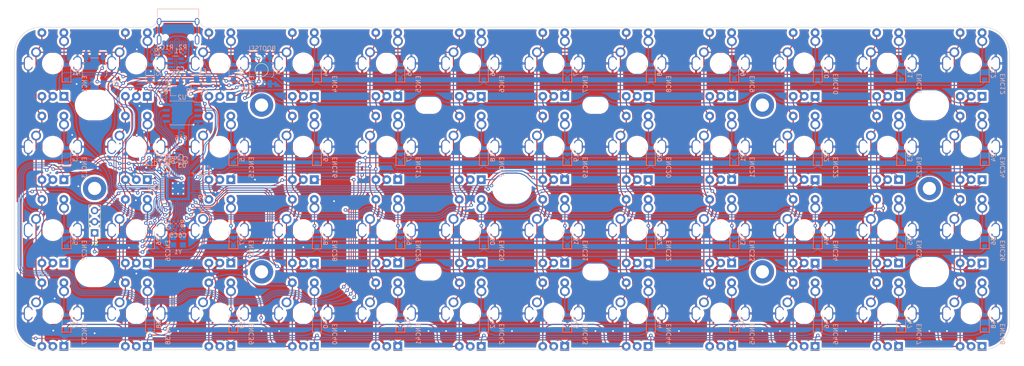
<source format=kicad_pcb>
(kicad_pcb (version 20211014) (generator pcbnew)
  (layers (0 "F.Cu" signal) (31 "B.Cu" signal) (34 "B.Paste" user) (35 "F.Paste" user) (36 "B.SilkS" user "B.Silkscreen") (37 "F.SilkS" user "F.Silkscreen") (38 "B.Mask" user) (39 "F.Mask" user) (44 "Edge.Cuts" user))
  (net 0 "")
  (net 1 "Net-(D1-Pad2)")
  (net 2 "Net-(D2-Pad2)")
  (net 3 "Net-(D3-Pad2)")
  (net 4 "Net-(D4-Pad2)")
  (net 5 "Net-(D5-Pad2)")
  (net 6 "Net-(D6-Pad2)")
  (net 7 "Net-(D7-Pad2)")
  (net 8 "Net-(D8-Pad2)")
  (net 9 "Net-(D9-Pad2)")
  (net 10 "Net-(D10-Pad2)")
  (net 11 "Net-(D11-Pad2)")
  (net 12 "Net-(D12-Pad2)")
  (net 13 "Net-(D13-Pad2)")
  (net 14 "Net-(D14-Pad2)")
  (net 15 "Net-(D15-Pad2)")
  (net 16 "Net-(D16-Pad2)")
  (net 17 "Net-(D17-Pad2)")
  (net 18 "Net-(D18-Pad2)")
  (net 19 "Net-(D19-Pad2)")
  (net 20 "Net-(D20-Pad2)")
  (net 21 "Net-(D21-Pad2)")
  (net 22 "Net-(D22-Pad2)")
  (net 23 "Net-(D23-Pad2)")
  (net 24 "Net-(D24-Pad2)")
  (net 25 "Net-(D25-Pad2)")
  (net 26 "Net-(D26-Pad2)")
  (net 27 "Net-(D27-Pad2)")
  (net 28 "Net-(D28-Pad2)")
  (net 29 "Net-(D29-Pad2)")
  (net 30 "Net-(D30-Pad2)")
  (net 31 "Net-(D31-Pad2)")
  (net 32 "Net-(D32-Pad2)")
  (net 33 "Net-(D33-Pad2)")
  (net 34 "Net-(D34-Pad2)")
  (net 35 "Net-(D35-Pad2)")
  (net 36 "Net-(D36-Pad2)")
  (net 37 "Net-(D37-Pad2)")
  (net 38 "Net-(D38-Pad2)")
  (net 39 "Net-(D39-Pad2)")
  (net 40 "Net-(D40-Pad2)")
  (net 41 "Net-(D41-Pad2)")
  (net 42 "Net-(D42-Pad2)")
  (net 43 "Net-(D43-Pad2)")
  (net 44 "Net-(D44-Pad2)")
  (net 45 "Net-(D45-Pad2)")
  (net 46 "Net-(D46-Pad2)")
  (net 47 "Net-(D47-Pad2)")
  (net 48 "Net-(D48-Pad2)")
  (net 49 "VBUS")
  (net 50 "GND")
  (net 51 "+3V3")
  (net 52 "XIN")
  (net 53 "Net-(C5-Pad2)")
  (net 54 "+1V1")
  (net 55 "Net-(J1-PadA5)")
  (net 56 "Net-(J1-PadB5)")
  (net 57 "Net-(C3-Pad2)")
  (net 58 "QSPI_SS")
  (net 59 "Net-(R5-Pad2)")
  (net 60 "Net-(R6-Pad1)")
  (net 61 "D-")
  (net 62 "Net-(R7-Pad1)")
  (net 63 "D+")
  (net 64 "XOUT")
  (net 65 "QSPI_D1")
  (net 66 "QSPI_D2")
  (net 67 "QSPI_D0")
  (net 68 "QSPI_CLK")
  (net 69 "QSPI_D3")
  (net 70 "SWCLK")
  (net 71 "SWDIO")
  (net 72 "RUN")
  (net 74 "SWR0")
  (net 75 "SWR1")
  (net 76 "SWR2")
  (net 77 "SWR3")
  (net 78 "SWR4")
  (net 79 "SWR5")
  (net 80 "SWR6")
  (net 81 "SWR7")
  (net 82 "ENR0")
  (net 83 "REC0")
  (net 84 "SWC0")
  (net 85 "ENR1")
  (net 86 "REC1")
  (net 87 "SWC1")
  (net 88 "REC2")
  (net 89 "SWC2")
  (net 90 "REC3")
  (net 91 "SWC3")
  (net 92 "REC4")
  (net 93 "SWC4")
  (net 94 "REC5")
  (net 95 "SWC5")
  (net 96 "ENR2")
  (net 97 "ENR3")
  (net 98 "ENR4")
  (net 99 "ENR5")
  (net 100 "ENR6")
  (net 101 "ENR7")
  (net 105 "Net-(C1-Pad1)")
  (footprint "MX_Only:MXOnly-1U-NoLED" (layer "F.Cu") (at 110 85)
    (fp_text reference "MX41")
    (fp_text value "SW_SPST")
  )
  (footprint "MX_Only:MXOnly-1U-NoLED" (layer "F.Cu") (at 53 28)
    (fp_text reference "MX2")
    (fp_text value "SW_SPST")
  )
  (footprint "MX_Only:MXOnly-1U-NoLED" (layer "F.Cu") (at 91 28)
    (fp_text reference "MX4")
    (fp_text value "SW_SPST")
  )
  (footprint "MX_Only:MXOnly-1U-NoLED" (layer "F.Cu") (at 205 47)
    (fp_text reference "MX22")
    (fp_text value "SW_SPST")
  )
  (footprint "MX_Only:MXOnly-1U-NoLED" (layer "F.Cu") (at 129 85)
    (fp_text reference "MX42")
    (fp_text value "SW_SPST")
  )
  (footprint "MX_Only:MXOnly-1U-NoLED" (layer "F.Cu") (at 167 66)
    (fp_text reference "MX32")
    (fp_text value "SW_SPST")
  )
  (footprint "MX_Only:MXOnly-1U-NoLED" (layer "F.Cu") (at 72 85)
    (fp_text reference "MX39")
    (fp_text value "SW_SPST")
  )
  (footprint "MX_Only:MXOnly-1U-NoLED" (layer "F.Cu") (at 167 47)
    (fp_text reference "MX20")
    (fp_text value "SW_SPST")
  )
  (footprint "MX_Only:MXOnly-1U-NoLED" (layer "F.Cu") (at 224 47)
    (fp_text reference "MX23")
    (fp_text value "SW_SPST")
  )
  (footprint "MX_Only:MXOnly-1U-NoLED" (layer "F.Cu") (at 243 85)
    (fp_text reference "MX48")
    (fp_text value "SW_SPST")
  )
  (footprint "MX_Only:MXOnly-1U-NoLED" (layer "F.Cu") (at 243 47)
    (fp_text reference "MX24")
    (fp_text value "SW_SPST")
  )
  (footprint "MX_Only:MXOnly-1U-NoLED" (layer "F.Cu") (at 129 47)
    (fp_text reference "MX18")
    (fp_text value "SW_SPST")
  )
  (footprint "MX_Only:MXOnly-1U-NoLED" (layer "F.Cu") (at 186 28)
    (fp_text reference "MX9")
    (fp_text value "SW_SPST")
  )
  (footprint "MX_Only:MXOnly-1U-NoLED" (layer "F.Cu") (at 129 66)
    (fp_text reference "MX30")
    (fp_text value "SW_SPST")
  )
  (footprint "MX_Only:MXOnly-1U-NoLED" (layer "F.Cu") (at 224 66)
    (fp_text reference "MX35")
    (fp_text value "SW_SPST")
  )
  (footprint "MX_Only:MXOnly-1U-NoLED" (layer "F.Cu") (at 72 66)
    (fp_text reference "MX27")
    (fp_text value "SW_SPST")
  )
  (footprint "MX_Only:MXOnly-1U-NoLED" (layer "F.Cu") (at 129 28)
    (fp_text reference "MX6")
    (fp_text value "SW_SPST")
  )
  (footprint "Keebio-Parts:planck-pcb-module" (layer "F.Cu") (at 138.5 56.5)
    (fp_text reference "PCB1")
    (fp_text value "planck-pcb-module")
    (fp_line (start -80.949 -38.236) (end -71.069 -38.236) (layer "Edge.Cuts") (width 0.1))
    (fp_line (start 107.25 36.75) (end -107.25 36.75) (layer "Edge.Cuts") (width 0.1))
    (fp_line (start -69.5 -36.75) (end 107.25 -36.75) (layer "Edge.Cuts") (width 0.1))
    (fp_line (start 113.25 -30.75) (end 113.25 30.75) (layer "Edge.Cuts") (width 0.1))
    (fp_line (start -69.569 -36.736) (end -69.5 -36.75) (layer "Edge.Cuts") (width 0.12))
    (fp_line (start -82.5 -36.75) (end -107.25 -36.75) (layer "Edge.Cuts") (width 0.1))
    (fp_line (start -113.25 30.75) (end -113.25 -30.75) (layer "Edge.Cuts") (width 0.1))
    (fp_line (start -82.5 -36.75) (end -82.449 -36.736) (layer "Edge.Cuts") (width 0.12))
    (fp_arc (start -69.569 -36.736) (mid -70.62966 -37.17534) (end -71.069 -38.236) (layer "Edge.Cuts") (width 0.1))
    (fp_arc (start -107.25 36.75) (mid -111.49264 34.99264) (end -113.25 30.75) (layer "Edge.Cuts") (width 0.1))
    (fp_arc (start -80.949 -38.236) (mid -81.38834 -37.17534) (end -82.449 -36.736) (layer "Edge.Cuts") (width 0.1))
    (fp_arc (start -113.25 -30.75) (mid -111.49264 -34.99264) (end -107.25 -36.75) (layer "Edge.Cuts") (width 0.1))
    (fp_arc (start 113.25 30.75) (mid 111.49264 34.99264) (end 107.25 36.75) (layer "Edge.Cuts") (width 0.1))
    (fp_arc (start 107.25 -36.75) (mid 111.49264 -34.99264) (end 113.25 -30.75) (layer "Edge.Cuts") (width 0.1))
  )
  (footprint "MX_Only:MXOnly-1U-NoLED" (layer "F.Cu") (at 224 85)
    (fp_text reference "MX47")
    (fp_text value "SW_SPST")
  )
  (footprint "MX_Only:MXOnly-1U-NoLED" (layer "F.Cu") (at 110 47)
    (fp_text reference "MX17")
    (fp_text value "SW_SPST")
  )
  (footprint "Connector_PinHeader_2.54mm:PinHeader_1x03_P2.54mm_Vertical" (layer "F.Cu") (at 43.5 66.625 180)
    (fp_text reference "J2")
    (fp_text value "Conn_01x03_Female")
  )
  (footprint "MX_Only:MXOnly-1U-NoLED" (layer "F.Cu") (at 53 47)
    (fp_text reference "MX14")
    (fp_text value "SW_SPST")
  )
  (footprint "MX_Only:MXOnly-1U-NoLED" (layer "F.Cu") (at 34 28)
    (fp_text reference "MX1")
    (fp_text value "SW_SPST")
  )
  (footprint "MX_Only:MXOnly-1U-NoLED" (layer "F.Cu") (at 205 85)
    (fp_text reference "MX46")
    (fp_text value "SW_SPST")
  )
  (footprint "MX_Only:MXOnly-1U-NoLED" (layer "F.Cu") (at 186 47)
    (fp_text reference "MX21")
    (fp_text value "SW_SPST")
  )
  (footprint "MX_Only:MXOnly-1U-NoLED" (layer "F.Cu") (at 53 66)
    (fp_text reference "MX26")
    (fp_text value "SW_SPST")
  )
  (footprint "MX_Only:MXOnly-1U-NoLED" (layer "F.Cu") (at 167 28)
    (fp_text reference "MX8")
    (fp_text value "SW_SPST")
  )
  (footprint "MX_Only:MXOnly-1U-NoLED" (layer "F.Cu") (at 91 47)
    (fp_text reference "MX16")
    (fp_text value "SW_SPST")
  )
  (footprint "MX_Only:MXOnly-1U-NoLED" (layer "F.Cu") (at 224 28)
    (fp_text reference "MX11")
    (fp_text value "SW_SPST")
  )
  (footprint "MX_Only:MXOnly-1U-NoLED" (layer "F.Cu") (at 243 28)
    (fp_text reference "MX12")
    (fp_text value "SW_SPST")
  )
  (footprint "MX_Only:MXOnly-1U-NoLED" (layer "F.Cu") (at 186 66)
    (fp_text reference "MX33")
    (fp_text value "SW_SPST")
  )
  (footprint "MX_Only:MXOnly-1U-NoLED" (layer "F.Cu") (at 148 66)
    (fp_text reference "MX31")
    (fp_text value "SW_SPST")
  )
  (footprint "MX_Only:MXOnly-1U-NoLED" (layer "F.Cu") (at 53 85)
    (fp_text reference "MX38")
    (fp_text value "SW_SPST")
  )
  (footprint "MX_Only:MXOnly-1U-NoLED" (layer "F.Cu") (at 243 66)
    (fp_text reference "MX36")
    (fp_text value "SW_SPST")
  )
  (footprint "MX_Only:MXOnly-1U-NoLED" (layer "F.Cu") (at 72 47)
    (fp_text reference "MX15")
    (fp_text value "SW_SPST")
  )
  (footprint "MX_Only:MXOnly-1U-NoLED" (layer "F.Cu") (at 34 85)
    (fp_text reference "MX37")
    (fp_text value "SW_SPST")
  )
  (footprint "MX_Only:MXOnly-1U-NoLED" (layer "F.Cu") (at 72 28)
    (fp_text reference "MX3")
    (fp_text value "SW_SPST")
  )
  (footprint "MX_Only:MXOnly-1U-NoLED" (layer "F.Cu") (at 205 66)
    (fp_text reference "MX34")
    (fp_text value "SW_SPST")
  )
  (footprint "MX_Only:MXOnly-1U-NoLED" (layer "F.Cu") (at 148 47)
    (fp_text reference "MX19")
    (fp_text value "SW_SPST")
  )
  (footprint "MX_Only:MXOnly-1U-NoLED" (layer "F.Cu") (at 34 47)
    (fp_text reference "MX13")
    (fp_text value "SW_SPST")
  )
  (footprint "MX_Only:MXOnly-1U-NoLED" (layer "F.Cu") (at 110 28)
    (fp_text reference "MX5")
    (fp_text value "SW_SPST")
  )
  (footprint "MX_Only:MXOnly-1U-NoLED" (layer "F.Cu") (at 91 85)
    (fp_text reference "MX40")
    (fp_text value "SW_SPST")
  )
  (footprint "MX_Only:MXOnly-1U-NoLED" (layer "F.Cu") (at 91 66)
    (fp_text reference "MX28")
    (fp_text value "SW_SPST")
  )
  (footprint "MX_Only:MXOnly-1U-NoLED" (layer "F.Cu") (at 186 85)
    (fp_text reference "MX45")
    (fp_text value "SW_SPST")
  )
  (footprint "MX_Only:MXOnly-1U-NoLED" (layer "F.Cu") (at 110 66)
    (fp_text reference "MX29")
    (fp_text value "SW_SPST")
  )
  (footprint "MX_Only:MXOnly-1U-NoLED" (layer "F.Cu") (at 34 66)
    (fp_text reference "MX25")
    (fp_text value "SW_SPST")
  )
  (footprint "MX_Only:MXOnly-1U-NoLED" (layer "F.Cu") (at 148 85)
    (fp_text reference "MX43")
    (fp_text value "SW_SPST")
  )
  (footprint "MX_Only:MXOnly-1U-NoLED" (layer "F.Cu") (at 167 85)
    (fp_text reference "MX44")
    (fp_text value "SW_SPST")
  )
  (footprint "MX_Only:MXOnly-1U-NoLED" (layer "F.Cu") (at 205 28)
    (fp_text reference "MX10")
    (fp_text value "SW_SPST")
  )
  (footprint "MX_Only:MXOnly-1U-NoLED" (layer "F.Cu") (at 148 28)
    (fp_text reference "MX7")
    (fp_text value "SW_SPST")
  )
  (footprint "Keebio-Parts:RotaryEncoder_Alps_EC11E-Switch_Vertical_H20mm" (layer "B.Cu") (at 243 66 90)
    (fp_text reference "ENC36")
    (fp_text value "Encoder")
  )
  (footprint "Keebio-Parts:RotaryEncoder_Alps_EC11E-Switch_Vertical_H20mm" (layer "B.Cu") (at 186 66 90)
    (fp_text reference "ENC33")
    (fp_text value "Encoder")
  )
  (footprint "Keebio-Parts:RotaryEncoder_Alps_EC11E-Switch_Vertical_H20mm" (layer "B.Cu") (at 224 28 90)
    (fp_text reference "ENC11")
    (fp_text value "Encoder")
  )
  (footprint "Keebio-Parts:RotaryEncoder_Alps_EC11E-Switch_Vertical_H20mm" (layer "B.Cu") (at 243 28 90)
    (fp_text reference "ENC12")
    (fp_text value "Encoder")
  )
  (footprint "Diode_SMD:D_SOD-123" (layer "B.Cu") (at 170.1 87 90)
    (fp_text reference "D44")
    (fp_text value "D_Small")
  )
  (footprint "Diode_SMD:D_SOD-123" (layer "B.Cu") (at 189.1 30 90)
    (fp_text reference "D9")
    (fp_text value "D_Small")
  )
  (footprint "Keebio-Parts:RotaryEncoder_Alps_EC11E-Switch_Vertical_H20mm" (layer "B.Cu") (at 34 85 90)
    (fp_text reference "ENC37")
    (fp_text value "Encoder")
  )
  (footprint "Keebio-Parts:RotaryEncoder_Alps_EC11E-Switch_Vertical_H20mm" (layer "B.Cu") (at 72 47 90)
    (fp_text reference "ENC15")
    (fp_text value "Encoder")
  )
  (footprint "Diode_SMD:D_SOD-123" (layer "B.Cu") (at 94.1 68 90)
    (fp_text reference "D28")
    (fp_text value "D_Small")
  )
  (footprint "Capacitor_SMD:C_0402_1005Metric" (layer "B.Cu") (at 61.49345 64.510666 -90)
    (fp_text reference "C10")
    (fp_text value "100n")
  )
  (footprint "Keebio-Parts:RotaryEncoder_Alps_EC11E-Switch_Vertical_H20mm" (layer "B.Cu") (at 167 28 90)
    (fp_text reference "ENC8")
    (fp_text value "Encoder")
  )
  (footprint "Keebio-Parts:RotaryEncoder_Alps_EC11E-Switch_Vertical_H20mm" (layer "B.Cu") (at 110 85 90)
    (fp_text reference "ENC41")
    (fp_text value "Encoder")
  )
  (footprint "Keebio-Parts:RotaryEncoder_Alps_EC11E-Switch_Vertical_H20mm" (layer "B.Cu") (at 110 47 90)
    (fp_text reference "ENC17")
    (fp_text value "Encoder")
  )
  (footprint "Diode_SMD:D_SOD-123" (layer "B.Cu") (at 94.1 30 90)
    (fp_text reference "D4")
    (fp_text value "D_Small")
  )
  (footprint "Diode_SMD:D_SOD-123" (layer "B.Cu") (at 37.1 30 90)
    (fp_text reference "D1")
    (fp_text value "D_Small")
  )
  (footprint "Capacitor_SMD:C_0402_1005Metric" (layer "B.Cu") (at 68.5 52)
    (fp_text reference "C14")
    (fp_text value "100n")
  )
  (footprint "Keebio-Parts:RotaryEncoder_Alps_EC11E-Switch_Vertical_H20mm" (layer "B.Cu") (at 53 28 90)
    (fp_text reference "ENC2")
    (fp_text value "Encoder")
  )
  (footprint "Keebio-Parts:RotaryEncoder_Alps_EC11E-Switch_Vertical_H20mm" (layer "B.Cu") (at 224 85 90)
    (fp_text reference "ENC47")
    (fp_text value "Encoder")
  )
  (footprint "Diode_SMD:D_SOD-123" (layer "B.Cu") (at 227.1 49 90)
    (fp_text reference "D23")
    (fp_text value "D_Small")
  )
  (footprint "Keebio-Parts:RotaryEncoder_Alps_EC11E-Switch_Vertical_H20mm" (layer "B.Cu") (at 129 85 90)
    (fp_text reference "ENC42")
    (fp_text value "Encoder")
  )
  (footprint "Diode_SMD:D_SOD-123" (layer "B.Cu") (at 189.1 87 90)
    (fp_text reference "D45")
    (fp_text value "D_Small")
  )
  (footprint "Capacitor_SMD:C_0402_1005Metric" (layer "B.Cu") (at 59.3 35.7 180)
    (fp_text reference "C4")
    (fp_text value "100n")
  )
  (footprint "Diode_SMD:D_SOD-123" (layer "B.Cu") (at 151.1 87 90)
    (fp_text reference "D43")
    (fp_text value "D_Small")
  )
  (footprint "Diode_SMD:D_SOD-123" (layer "B.Cu") (at 56.1 87 90)
    (fp_text reference "D38")
    (fp_text value "D_Small")
  )
  (footprint "Keebio-Parts:RotaryEncoder_Alps_EC11E-Switch_Vertical_H20mm" (layer "B.Cu") (at 34 66 90)
    (fp_text reference "ENC25")
    (fp_text value "Encoder")
  )
  (footprint "Resistor_SMD:R_0402_1005Metric" (layer "B.Cu") (at 56.6 25.4 90)
    (fp_text reference "R3")
    (fp_text value "1M")
  )
  (footprint "Keebio-Parts:RotaryEncoder_Alps_EC11E-Switch_Vertical_H20mm" (layer "B.Cu") (at 186 85 90)
    (fp_text reference "ENC45")
    (fp_text value "Encoder")
  )
  (footprint "Resistor_SMD:R_0402_1005Metric" (layer "B.Cu") (at 62.5 64.510666 90)
    (fp_text reference "R8")
    (fp_text value "1k")
  )
  (footprint "Diode_SMD:D_SOD-123" (layer "B.Cu") (at 94.1 49 90)
    (fp_text reference "D16")
    (fp_text value "D_Small")
  )
  (footprint "Capacitor_SMD:C_0402_1005Metric" (layer "B.Cu") (at 63.47345 66.010666)
    (fp_text reference "C6")
    (fp_text value "27p")
  )
  (footprint "Diode_SMD:D_SOD-123" (layer "B.Cu") (at 227.1 30 90)
    (fp_text reference "D11")
    (fp_text value "D_Small")
  )
  (footprint "Package_TO_SOT_SMD:SOT-89-3" (layer "B.Cu") (at 63.1 33.7 -90)
    (fp_text reference "U1")
    (fp_text value "NCP1117-3.3_SOT223")
  )
  (footprint "Diode_SMD:D_SOD-123" (layer "B.Cu") (at 56.1 68 90)
    (fp_text reference "D26")
    (fp_text value "D_Small")
  )
  (footprint "Keebio-Parts:RotaryEncoder_Alps_EC11E-Switch_Vertical_H20mm" (layer "B.Cu") (at 72 28 90)
    (fp_text reference "ENC3")
    (fp_text value "Encoder")
  )
  (footprint "Capacitor_SMD:C_0402_1005Metric" (layer "B.Cu") (at 63 50 90)
    (fp_text reference "C8")
    (fp_text value "100n")
  )
  (footprint "Diode_SMD:D_SOD-123" (layer "B.Cu") (at 37.1 49 90)
    (fp_text reference "D13")
    (fp_text value "D_Small")
  )
  (footprint "Diode_SMD:D_SOD-123" (layer "B.Cu") (at 75.1 87 90)
    (fp_text reference "D39")
    (fp_text value "D_Small")
  )
  (footprint "Diode_SMD:D_SOD-123" (layer "B.Cu") (at 113.1 30 90)
    (fp_text reference "D5")
    (fp_text value "D_Small")
  )
  (footprint "Keebio-Parts:RotaryEncoder_Alps_EC11E-Switch_Vertical_H20mm" (layer "B.Cu") (at 148 47 90)
    (fp_text reference "ENC19")
    (fp_text value "Encoder")
  )
  (footprint "Keebio-Parts:SW_SPST_TL3342" (layer "B.Cu") (at 81.5 29.5 90)
    (fp_text reference "SW1")
    (fp_text value "SW_SPST")
  )
  (footprint "Diode_SMD:D_SOD-123" (layer "B.Cu") (at 151.1 49 90)
    (fp_text reference "D19")
    (fp_text value "D_Small")
  )
  (footprint "Diode_SMD:D_SOD-123" (layer "B.Cu") (at 208.1 49 90)
    (fp_text reference "D22")
    (fp_text value "D_Small")
  )
  (footprint "Diode_SMD:D_SOD-123" (layer "B.Cu") (at 246.1 68 90)
    (fp_text reference "D36")
    (fp_text value "D_Small")
  )
  (footprint "Fuse:Fuse_1206_3216Metric" (layer "B.Cu") (at 68.1 31.6 180)
    (fp_text reference "F1")
    (fp_text value "500mA")
  )
  (footprint "Capacitor_SMD:C_0402_1005Metric" (layer "B.Cu") (at 56.5 52 180)
    (fp_text reference "C12")
    (fp_text value "100n")
  )
  (footprint "Diode_SMD:D_SOD-123" (layer "B.Cu") (at 75.1 68 90)
    (fp_text reference "D27")
    (fp_text value "D_Small")
  )
  (footprint "Crystal:Crystal_SMD_3225-4Pin_3.2x2.5mm" (layer "B.Cu") (at 62.49345 68.510666)
    (fp_text reference "Y1")
    (fp_text value "12MHz")
  )
  (footprint "Capacitor_SMD:C_0402_1005Metric" (layer "B.Cu") (at 61.49345 66.010666)
    (fp_text reference "C5")
    (fp_text value "27p")
  )
  (footprint "Resistor_SMD:R_0402_1005Metric" (layer "B.Cu") (at 60 50 90)
    (fp_text reference "R6")
    (fp_text value "27")
  )
  (footprint "Keebio-Parts:RotaryEncoder_Alps_EC11E-Switch_Vertical_H20mm" (layer "B.Cu") (at 167 66 90)
    (fp_text reference "ENC32")
    (fp_text value "Encoder")
  )
  (footprint "Diode_SMD:D_SOD-123" (layer "B.Cu") (at 189.1 49 90)
    (fp_text reference "D21")
    (fp_text value "D_Small")
  )
  (footprint "Keebio-Parts:RotaryEncoder_Alps_EC11E-Switch_Vertical_H20mm" (layer "B.Cu") (at 129 28 90)
    (fp_text reference "ENC6")
    (fp_text value "Encoder")
  )
  (footprint "Keebio-Parts:RotaryEncoder_Alps_EC11E-Switch_Vertical_H20mm" (layer "B.Cu") (at 72 85 90)
    (fp_text reference "ENC39")
    (fp_text value "Encoder")
  )
  (footprint "Diode_SMD:D_SOD-123" (layer "B.Cu") (at 56.1 49 90)
    (fp_text reference "D14")
    (fp_text value "D_Small")
  )
  (footprint "Package_SO:SOIC-8_5.23x5.23mm_P1.27mm" (layer "B.Cu") (at 63.4 39.3 180)
    (fp_text reference "U2")
    (fp_text value "W25Q128JVS")
  )
  (footprint "Keebio-Parts:RotaryEncoder_Alps_EC11E-Switch_Vertical_H20mm" (layer "B.Cu") (at 53 66 90)
    (fp_text reference "ENC26")
    (fp_text value "Encoder")
  )
  (footprint "Capacitor_SMD:C_0402_1005Metric" (layer "B.Cu") (at 62 50 90)
    (fp_text reference "C11")
    (fp_text value "100n")
  )
  (footprint "Connector_USB:USB_C_Receptacle_HRO_TYPE-C-31-M-12" (layer "B.Cu") (at 62.5 19.5)
    (fp_text reference "J1")
    (fp_text value "USB_C_Receptacle_USB2.0")
  )
  (footprint "Keebio-Parts:RotaryEncoder_Alps_EC11E-Switch_Vertical_H20mm" (layer "B.Cu") (at 167 85 90)
    (fp_text reference "ENC44")
    (fp_text value "Encoder")
  )
  (footprint "Keebio-Parts:RotaryEncoder_Alps_EC11E-Switch_Vertical_H20mm" (layer "B.Cu") (at 205 47 90)
    (fp_text reference "ENC22")
    (fp_text value "Encoder")
  )
  (footprint "Keebio-Parts:RotaryEncoder_Alps_EC11E-Switch_Vertical_H20mm" (layer "B.Cu") (at 243 47 90)
    (fp_text reference "ENC24")
    (fp_text value "Encoder")
  )
  (footprint "Keebio-Parts:RotaryEncoder_Alps_EC11E-Switch_Vertical_H20mm" (layer "B.Cu") (at 205 85 90)
    (fp_text reference "ENC46")
    (fp_text value "Encoder")
  )
  (footprint "Keebio-Parts:RotaryEncoder_Alps_EC11E-Switch_Vertical_H20mm" (layer "B.Cu") (at 148 85 90)
    (fp_text reference "ENC43")
    (fp_text value "Encoder")
  )
  (footprint "Keebio-Parts:RotaryEncoder_Alps_EC11E-Switch_Vertical_H20mm" (layer "B.Cu") (at 167 47 90)
    (fp_text reference "ENC20")
    (fp_text value "Encoder")
  )
  (footprint "Keebio-Parts:RotaryEncoder_Alps_EC11E-Switch_Vertical_H20mm" (layer "B.Cu") (at 224 47 90)
    (fp_text reference "ENC23")
    (fp_text value "Encoder")
  )
  (footprint "Diode_SMD:D_SOD-123" (layer "B.Cu") (at 37.1 87 90)
    (fp_text reference "D37")
    (fp_text value "D_Small")
  )
  (footprint "Keebio-Parts:RotaryEncoder_Alps_EC11E-Switch_Vertical_H20mm" (layer "B.Cu") (at 129 47 90)
    (fp_text reference "ENC18")
    (fp_text value "Encoder")
  )
  (footprint "Resistor_SMD:R_0402_1005Metric" (layer "B.Cu") (at 63.6 25.5 180)
    (fp_text reference "R2")
    (fp_text value "5.1k")
  )
  (footprint "Keebio-Parts:RotaryEncoder_Alps_EC11E-Switch_Vertical_H20mm" (layer "B.Cu") (at 34 47 90)
    (fp_text reference "ENC13")
    (fp_text value "Encoder")
  )
  (footprint "Diode_SMD:D_SOD-123" (layer "B.Cu") (at 132.1 68 90)
    (fp_text reference "D30")
    (fp_text value "D_Small")
  )
  (footprint "Keebio-Parts:RotaryEncoder_Alps_EC11E-Switch_Vertical_H20mm" (layer "B.Cu") (at 129 66 90)
    (fp_text reference "ENC30")
    (fp_text value "Encoder")
  )
  (footprint "Diode_SMD:D_SOD-123" (layer "B.Cu") (at 227.1 68 90)
    (fp_text reference "D35")
    (fp_text value "D_Small")
  )
  (footprint "Keebio-Parts:RotaryEncoder_Alps_EC11E-Switch_Vertical_H20mm" (layer "B.Cu") (at 110 66 90)
    (fp_text reference "ENC29")
    (fp_text value "Encoder")
  )
  (footprint "Diode_SMD:D_SOD-123" (layer "B.Cu") (at 208.1 30 90)
    (fp_text reference "D10")
    (fp_text value "D_Small")
  )
  (footprint "Diode_SMD:D_SOD-123" (layer "B.Cu") (at 246.1 30 90)
    (fp_text reference "D12")
    (fp_text value "D_Small")
  )
  (footprint "Capacitor_SMD:C_0402_1005Metric" (layer "B.Cu") (at 68.4 33.3)
    (fp_text reference "C1")
    (fp_text value "10u")
  )
  (footprint "Keebio-Parts:SW_SPST_TL3342" (layer "B.Cu") (at 43.5 29.5 -90)
    (fp_text reference "SW2")
    (fp_text value "SW_SPST")
  )
  (footprint "Diode_SMD:D_SOD-123" (layer "B.Cu") (at 132.1 49 90)
    (fp_text reference "D18")
    (fp_text value "D_Small")
  )
  (footprint "Keebio-Parts:RotaryEncoder_Alps_EC11E-Switch_Vertical_H20mm" (layer "B.Cu") (at 91 28 90)
    (fp_text reference "ENC4")
    (fp_text value "Encoder")
  )
  (footprint "Capacitor_SMD:C_0402_1005Metric" (layer "B.Cu") (at 63 30.5 180)
    (fp_text reference "C2")
    (fp_text value "10u")
  )
  (footprint "Diode_SMD:D_SOD-123" (layer "B.Cu") (at 208.1 68 90)
    (fp_text reference "D34")
    (fp_text value "D_Small")
  )
  (footprint "Keebio-Parts:RotaryEncoder_Alps_EC11E-Switch_Vertical_H20mm" (layer "B.Cu") (at 34 28 90)
    (fp_text reference "ENC1")
    (fp_text value "Encoder")
  )
  (footprint "Resistor_SMD:R_0402_1005Metric" (layer "B.Cu") (at 77.5 33)
    (fp_text reference "R5")
    (fp_text value "1k")
  )
  (footprint "Keebio-Parts:RotaryEncoder_Alps_EC11E-Switch_Vertical_H20mm" (layer "B.Cu") (at 186 47 90)
    (fp_text reference "ENC21")
    (fp_text value "Encoder")
  )
  (footprint "Resistor_SMD:R_0402_1005Metric" (layer "B.Cu") (at 47.25447 32.61401 90)
    (fp_text reference "R9")
    (fp_text value "5.1k")
  )
  (footprint "Capacitor_SMD:C_0402_1005Metric" (layer "B.Cu") (at 59 50 90)
    (fp_text reference "C18")
    (fp_text value "1u")
  )
  (footprint "Resistor_SMD:R_0402_1005Metric" (layer "B.Cu") (at 60.5 25.5 180)
    (fp_text reference "R1")
    (fp_text value "5.1k")
  )
  (footprint "Capacitor_SMD:C_0402_1005Metric" (layer "B.Cu") (at 57 57.4 180)
    (fp_text reference "C13")
    (fp_text value "100n")
  )
  (footprint "Keebio-Parts:RotaryEncoder_Alps_EC11E-Switch_Vertical_H20mm" (layer "B.Cu") (at 186 28 90)
    (fp_text reference "ENC9")
    (fp_text value "Encoder")
  )
  (footprint "Keebio-Parts:RotaryEncoder_Alps_EC11E-Switch_Vertical_H20mm" (layer "B.Cu") (at 205 66 90)
    (fp_text reference "ENC34")
    (fp_text value "Encoder")
  )
  (footprint "Diode_SMD:D_SOD-123" (layer "B.Cu") (at 75.1 30 90)
    (fp_text reference "D3")
    (fp_text value "D_Small")
  )
  (footprint "Keebio-Parts:RotaryEncoder_Alps_EC11E-Switch_Vertical_H20mm" (layer "B.Cu") (at 148 28 90)
    (fp_text reference "ENC7")
    (fp_text value "Encoder")
  )
  (footprint "Capacitor_SMD:C_0402_1005Metric" (layer "B.Cu") (at 58 50 90)
    (fp_text reference "C17")
    (fp_text value "1u")
  )
  (footprint "Keebio-Parts:RotaryEncoder_Alps_EC11E-Switch_Vertical_H20mm" (layer "B.Cu") (at 110 28 90)
    (fp_text reference "ENC5")
    (fp_text value "Encoder")
  )
  (footprint "Diode_SMD:D_SOD-123" (layer "B.Cu") (at 246.1 87 90)
    (fp_text reference "D48")
    (fp_text value "D_Small")
  )
  (footprint "Capacitor_SMD:C_0402_1005Metric" (layer "B.Cu") (at 68 57.4)
    (fp_text reference "C9")
    (fp_text value "100n")
  )
  (footprint "Keebio-Parts:RotaryEncoder_Alps_EC11E-Switch_Vertical_H20mm" (layer "B.Cu") (at 243 85 90)
    (fp_text reference "ENC48")
    (fp_text value "Encoder")
  )
  (footprint "Diode_SMD:D_SOD-123" (layer "B.Cu") (at 151.1 68 90)
    (fp_text reference "D31")
    (fp_text value "D_Small")
  )
  (footprint "Keebio-Parts:RotaryEncoder_Alps_EC11E-Switch_Vertical_H20mm" (layer "B.Cu") (at 53 85 90)
    (fp_text reference "ENC38")
    (fp_text value "Encoder")
  )
  (footprint "Diode_SMD:D_SOD-123" (layer "B.Cu") (at 132.1 87 90)
    (fp_text reference "D42")
    (fp_text value "D_Small")
  )
  (footprint "marbastlib-various:SOT-23-6-routable" (layer "B.Cu") (at 62 27.9)
    (fp_text reference "U4")
    (fp_text value "SRV05-4")
  )
  (footprint "Resistor_SMD:R_0603_1608Metric" (layer "B.Cu") (at 66.5 34.5 -90)
    (fp_text reference "R4")
    (fp_text value "-10k")
  )
  (footprint "Diode_SMD:D_SOD-123" (layer "B.Cu") (at 170.1 68 90)
    (fp_text reference "D32")
    (fp_text value "D_Small")
  )
  (footprint "Keebio-Parts:RotaryEncoder_Alps_EC11E-Switch_Vertical_H20mm" (layer "B.Cu") (at 91 85 90)
    (fp_text reference "ENC40")
    (fp_text value "Encoder")
  )
  (footprint "Resistor_SMD:R_0402_1005Metric" (layer "B.Cu") (at 61 50 90)
    (fp_text reference "R7")
    (fp_text value "27")
  )
  (footprint "Diode_SMD:D_SOD-123" (layer "B.Cu") (at 37.1 68 90)
    (fp_text reference "D25")
    (fp_text value "D_Small")
  )
  (footprint "Diode_SMD:D_SOD-123" (layer "B.Cu") (at 246.1 49 90)
    (fp_text reference "D24")
    (fp_text value "D_Small")
  )
  (footprint "Diode_SMD:D_SOD-123" (layer "B.Cu") (at 113.1 87 90)
    (fp_text reference "D41")
    (fp_text value "D_Small")
  )
  (footprint "Diode_SMD:D_SOD-123" (layer "B.Cu") (at 94.1 87 90)
    (fp_text reference "D40")
    (fp_text value "D_Small")
  )
  (footprint "Keebio-Parts:RotaryEncoder_Alps_EC11E-Switch_Vertical_H20mm" (layer "B.Cu") (at 53 47 90)
    (fp_text reference "ENC14")
    (fp_text value "Encoder")
  )
  (footprint "Keebio-Parts:RotaryEncoder_Alps_EC11E-Switch_Vertical_H20mm" (layer "B.Cu") (at 91 66 90)
    (fp_text reference "ENC28")
    (fp_text value "Encoder")
  )
  (footprint "Diode_SMD:D_SOD-123" (layer "B.Cu") (at 170.1 30 90)
    (fp_text reference "D8")
    (fp_text value "D_Small")
  )
  (footprint "Keebio-Parts:RotaryEncoder_Alps_EC11E-Switch_Vertical_H20mm" (layer "B.Cu") (at 148 66 90)
    (fp_text reference "ENC31")
    (fp_text value "Encoder")
  )
  (footprint "Diode_SMD:D_SOD-123" (layer "B.Cu") (at 227.1 87 90)
    (fp_text reference "D47")
    (fp_text value "D_Small")
  )
  (footprint "Diode_SMD:D_SOD-123" (layer "B.Cu") (at 189.1 68 90)
    (fp_text reference "D33")
    (fp_text value "D_Small")
  )
  (footprint "Diode_SMD:D_SOD-123" (layer "B.Cu") (at 170.1 49 90)
    (fp_text reference "D20")
    (fp_text value "D_Small")
  )
  (footprint "Diode_SMD:D_SOD-123" (layer "B.Cu") (at 113.1 68 90)
    (fp_text reference "D29")
    (fp_text value "D_Small")
  )
  (footprint "Keebio-Parts:RotaryEncoder_Alps_EC11E-Switch_Vertical_H20mm" (layer "B.Cu") (at 72 66 90)
    (fp_text reference "ENC27")
    (fp_text value "Encoder")
  )
  (footprint "SnapEDA Library:QFN40P700X700X90-57N" (layer "B.Cu") (at 62.5 56.5 180)
    (fp_text reference "U3")
    (fp_text value "RP2040TR7")
  )
  (footprint "Diode_SMD:D_SOD-123" (layer "B.Cu") (at 56.1 30 90)
    (fp_text reference "D2")
    (fp_text value "D_Small")
  )
  (footprint "Diode_SMD:D_SOD-123" (layer "B.Cu") (at 75.1 49 90)
    (fp_text reference "D15")
    (fp_text value "D_Small")
  )
  (footprint "Keebio-Parts:RotaryEncoder_Alps_EC11E-Switch_Vertical_H20mm" (layer "B.Cu") (at 224 66 90)
    (fp_text reference "ENC35")
    (fp_text value "Encoder")
  )
  (footprint "Keebio-Parts:RotaryEncoder_Alps_EC11E-Switch_Vertical_H20mm" (layer "B.Cu") (at 205 28 90)
    (fp_text reference "ENC10")
    (fp_text value "Encoder")
  )
  (footprint "Diode_SMD:D_SOD-123" (layer "B.Cu") (at 113.1 49 90)
    (fp_text reference "D17")
    (fp_text value "D_Small")
  )
  (footprint "Diode_SMD:D_SOD-123" (layer "B.Cu") (at 132.1 30 90)
    (fp_text reference "D6")
    (fp_text value "D_Small")
  )
  (footprint "Capacitor_SMD:C_0402_1005Metric" (layer "B.Cu") (at 60.49345 64.510666 -90)
    (fp_text reference "C7")
    (fp_text value "100n")
  )
  (footprint "Diode_SMD:D_SOD-123" (layer "B.Cu") (at 151.1 30 90)
    (fp_text reference "D7")
    (fp_text value "D_Small")
  )
  (footprint "Capacitor_SMD:C_0402_1005Metric" (layer "B.Cu") (at 63.2 43.9)
    (fp_text reference "C15")
    (fp_text value "10u")
  )
  (footprint "Capacitor_SMD:C_0402_1005Metric" (layer "B.Cu") (at 58.52 25.5 180)
    (fp_text reference "C3")
    (fp_text value "4.7n")
  )
  (footprint "Keebio-Parts:RotaryEncoder_Alps_EC11E-Switch_Vertical_H20mm" (layer "B.Cu") (at 91 47 90)
    (fp_text reference "ENC16")
    (fp_text value "Encoder")
  )
  (footprint "Diode_SMD:D_SOD-123" (layer "B.Cu") (at 208.1 87 90)
    (fp_text reference "D46")
    (fp_text value "D_Small")
  )
  (segment (start 36.5 21) (end 36.5 22.88) (width 0.25) (layer "B.Cu") (net 1))
  (segment (start 36.54 22.92) (end 36.54 26.998041) (width 0.25) (layer "B.Cu") (net 1))
  (arc (start 36.54 26.998041) (mid 36.685538 27.729715) (end 37.1 28.35) (width 0.25) (layer "B.Cu") (net 1))
  (segment (start 55.54 22.92) (end 55.54 26.998041) (width 0.25) (layer "B.Cu") (net 2))
  (segment (start 55.5 21) (end 55.5 22.88) (width 0.25) (layer "B.Cu") (net 2))
  (arc (start 55.54 26.998041) (mid 55.685538 27.729715) (end 56.1 28.35) (width 0.25) (layer "B.Cu") (net 2))
  (segment (start 74.54 22.92) (end 74.54 26.998041) (width 0.25) (layer "B.Cu") (net 3))
  (segment (start 74.5 21) (end 74.5 22.88) (width 0.25) (layer "B.Cu") (net 3))
  (arc (start 74.54 26.998041) (mid 74.685538 27.729715) (end 75.1 28.35) (width 0.25) (layer "B.Cu") (net 3))
  (segment (start 93.54 22.92) (end 93.54 26.998041) (width 0.25) (layer "B.Cu") (net 4))
  (segment (start 93.5 21) (end 93.5 22.88) (width 0.25) (layer "B.Cu") (net 4))
  (arc (start 93.54 26.998041) (mid 93.685538 27.729715) (end 94.1 28.35) (width 0.25) (layer "B.Cu") (net 4))
  (segment (start 112.54 22.92) (end 112.54 26.998041) (width 0.25) (layer "B.Cu") (net 5))
  (segment (start 112.5 21) (end 112.5 22.88) (width 0.25) (layer "B.Cu") (net 5))
  (arc (start 112.54 26.998041) (mid 112.685538 27.729715) (end 113.1 28.35) (width 0.25) (layer "B.Cu") (net 5))
  (segment (start 131.54 22.92) (end 131.54 26.998041) (width 0.25) (layer "B.Cu") (net 6))
  (segment (start 131.5 21) (end 131.5 22.88) (width 0.25) (layer "B.Cu") (net 6))
  (arc (start 131.54 26.998041) (mid 131.685538 27.729715) (end 132.1 28.35) (width 0.25) (layer "B.Cu") (net 6))
  (segment (start 150.54 22.92) (end 150.54 26.998041) (width 0.25) (layer "B.Cu") (net 7))
  (segment (start 150.5 21) (end 150.5 22.88) (width 0.25) (layer "B.Cu") (net 7))
  (arc (start 150.54 26.998041) (mid 150.685538 27.729715) (end 151.1 28.35) (width 0.25) (layer "B.Cu") (net 7))
  (segment (start 169.54 22.92) (end 169.54 26.998041) (width 0.25) (layer "B.Cu") (net 8))
  (segment (start 169.5 21) (end 169.5 22.88) (width 0.25) (layer "B.Cu") (net 8))
  (arc (start 169.54 26.998041) (mid 169.685538 27.729715) (end 170.1 28.35) (width 0.25) (layer "B.Cu") (net 8))
  (segment (start 188.54 22.92) (end 188.54 26.998041) (width 0.25) (layer "B.Cu") (net 9))
  (segment (start 188.5 21) (end 188.5 22.88) (width 0.25) (layer "B.Cu") (net 9))
  (arc (start 188.54 26.998041) (mid 188.685538 27.729715) (end 189.1 28.35) (width 0.25) (layer "B.Cu") (net 9))
  (segment (start 207.54 22.92) (end 207.54 26.998041) (width 0.25) (layer "B.Cu") (net 10))
  (segment (start 207.5 21) (end 207.5 22.88) (width 0.25) (layer "B.Cu") (net 10))
  (arc (start 207.54 26.998041) (mid 207.685538 27.729715) (end 208.1 28.35) (width 0.25) (layer "B.Cu") (net 10))
  (segment (start 226.54 22.92) (end 226.54 26.998041) (width 0.25) (layer "B.Cu") (net 11))
  (segment (start 226.5 21) (end 226.5 22.88) (width 0.25) (layer "B.Cu") (net 11))
  (arc (start 226.54 26.998041) (mid 226.685538 27.729715) (end 227.1 28.35) (width 0.25) (layer "B.Cu") (net 11))
  (segment (start 245.54 22.92) (end 245.54 26.998041) (width 0.25) (layer "B.Cu") (net 12))
  (segment (start 245.5 21) (end 245.5 22.88) (width 0.25) (layer "B.Cu") (net 12))
  (arc (start 245.54 26.998041) (mid 245.685538 27.729715) (end 246.1 28.35) (width 0.25) (layer "B.Cu") (net 12))
  (segment (start 36.54 41.92) (end 36.54 45.998041) (width 0.25) (layer "B.Cu") (net 13))
  (segment (start 36.5 40) (end 36.5 41.88) (width 0.25) (layer "B.Cu") (net 13))
  (arc (start 36.54 45.998041) (mid 36.685538 46.729715) (end 37.1 47.35) (width 0.25) (layer "B.Cu") (net 13))
  (segment (start 55.5 40) (end 55.5 41.88) (width 0.25) (layer "B.Cu") (net 14))
  (segment (start 55.54 41.92) (end 55.54 45.998041) (width 0.25) (layer "B.Cu") (net 14))
  (arc (start 55.54 45.998041) (mid 55.685538 46.729715) (end 56.1 47.35) (width 0.25) (layer "B.Cu") (net 14))
  (segment (start 74.5 40) (end 74.5 41.88) (width 0.25) (layer "B.Cu") (net 15))
  (segment (start 74.54 41.92) (end 74.54 45.998041) (width 0.25) (layer "B.Cu") (net 15))
  (arc (start 74.54 45.998041) (mid 74.685538 46.729715) (end 75.1 47.35) (width 0.25) (layer "B.Cu") (net 15))
  (segment (start 93.5 40) (end 93.5 41.88) (width 0.25) (layer "B.Cu") (net 16))
  (segment (start 93.54 41.92) (end 93.54 45.998041) (width 0.25) (layer "B.Cu") (net 16))
  (arc (start 93.54 45.998041) (mid 93.685538 46.729715) (end 94.1 47.35) (width 0.25) (layer "B.Cu") (net 16))
  (segment (start 112.54 41.92) (end 112.54 45.998041) (width 0.25) (layer "B.Cu") (net 17))
  (segment (start 112.5 40) (end 112.5 41.88) (width 0.25) (layer "B.Cu") (net 17))
  (arc (start 112.54 45.998041) (mid 112.685538 46.729715) (end 113.1 47.35) (width 0.25) (layer "B.Cu") (net 17))
  (segment (start 131.5 40) (end 131.5 41.88) (width 0.25) (layer "B.Cu") (net 18))
  (segment (start 131.54 41.92) (end 131.54 45.998041) (width 0.25) (layer "B.Cu") (net 18))
  (arc (start 131.54 45.998041) (mid 131.685538 46.729715) (end 132.1 47.35) (width 0.25) (layer "B.Cu") (net 18))
  (segment (start 150.5 40) (end 150.5 41.88) (width 0.25) (layer "B.Cu") (net 19))
  (segment (start 150.54 41.92) (end 150.54 45.998041) (width 0.25) (layer "B.Cu") (net 19))
  (arc (start 150.54 45.998041) (mid 150.685538 46.729715) (end 151.1 47.35) (width 0.25) (layer "B.Cu") (net 19))
  (segment (start 169.5 40) (end 169.5 41.88) (width 0.25) (layer "B.Cu") (net 20))
  (segment (start 169.54 41.92) (end 169.54 45.998041) (width 0.25) (layer "B.Cu") (net 20))
  (arc (start 169.54 45.998041) (mid 169.685538 46.729715) (end 170.1 47.35) (width 0.25) (layer "B.Cu") (net 20))
  (segment (start 188.5 40) (end 188.5 41.88) (width 0.25) (layer "B.Cu") (net 21))
  (segment (start 188.54 41.92) (end 188.54 45.998041) (width 0.25) (layer "B.Cu") (net 21))
  (arc (start 188.54 45.998041) (mid 188.685538 46.729715) (end 189.1 47.35) (width 0.25) (layer "B.Cu") (net 21))
  (segment (start 207.54 41.92) (end 207.54 45.998041) (width 0.25) (layer "B.Cu") (net 22))
  (segment (start 207.5 40) (end 207.5 41.88) (width 0.25) (layer "B.Cu") (net 22))
  (arc (start 207.54 45.998041) (mid 207.685538 46.729715) (end 208.1 47.35) (width 0.25) (layer "B.Cu") (net 22))
  (segment (start 226.5 40) (end 226.5 41.88) (width 0.25) (layer "B.Cu") (net 23))
  (segment (start 226.54 41.92) (end 226.54 45.998041) (width 0.25) (layer "B.Cu") (net 23))
  (arc (start 226.54 45.998041) (mid 226.685538 46.729715) (end 227.1 47.35) (width 0.25) (layer "B.Cu") (net 23))
  (segment (start 245.5 40) (end 245.5 41.88) (width 0.25) (layer "B.Cu") (net 24))
  (segment (start 245.54 41.92) (end 245.54 45.998041) (width 0.25) (layer "B.Cu") (net 24))
  (arc (start 245.54 45.998041) (mid 245.685538 46.729715) (end 246.1 47.35) (width 0.25) (layer "B.Cu") (net 24))
  (segment (start 36.54 60.92) (end 36.54 64.998041) (width 0.25) (layer "B.Cu") (net 25))
  (segment (start 36.5 59) (end 36.5 60.88) (width 0.25) (layer "B.Cu") (net 25))
  (arc (start 36.54 64.998041) (mid 36.685538 65.729715) (end 37.1 66.35) (width 0.25) (layer "B.Cu") (net 25))
  (segment (start 55.54 63.454465) (end 55.54 60.92) (width 0.25) (layer "F.Cu") (net 26))
  (via (at 55.157353 64.378256) (size 0.8) (drill 0.4) (layers "F.Cu" "B.Cu") (net 26))
  (arc (start 55.157353 64.378256) (mid 55.440553 63.954417) (end 55.54 63.454465) (width 0.25) (layer "F.Cu") (net 26))
  (segment (start 55.372319 64.593221) (end 55.157353 64.378256) (width 0.25) (layer "B.Cu") (net 26))
  (segment (start 55.5 59) (end 55.5 60.88) (width 0.25) (layer "B.Cu") (net 26))
  (arc (start 56.1 66.35) (mid 55.910882 65.399238) (end 55.372319 64.593221) (width 0.25) (layer "B.Cu") (net 26))
  (segment (start 74.54 60.92) (end 74.54 64.998041) (width 0.2) (layer "F.Cu") (net 27))
  (via (at 74.54 64.998041) (size 0.8) (drill 0.4) (layers "F.Cu" "B.Cu") (net 27))
  (segment (start 74.5 59) (end 74.5 60.88) (width 0.25) (layer "B.Cu") (net 27))
  (arc (start 75.1 66.35) (mid 74.68554 65.729717) (end 74.54 64.998041) (width 0.2) (layer "B.Cu") (net 27))
  (segment (start 93.54 60.92) (end 93.54 64.998041) (width 0.2) (layer "F.Cu") (net 28))
  (via (at 93.54 64.998041) (size 0.8) (drill 0.4) (layers "F.Cu" "B.Cu") (net 28))
  (segment (start 93.5 59) (end 93.5 60.88) (width 0.25) (layer "B.Cu") (net 28))
  (arc (start 93.54 64.998041) (mid 93.685538 65.729715) (end 94.1 66.35) (width 0.25) (layer "B.Cu") (net 28))
  (segment (start 112.54 60.92) (end 112.54 64.998041) (width 0.2) (layer "F.Cu") (net 29))
  (via (at 112.54 64.998041) (size 0.8) (drill 0.4) (layers "F.Cu" "B.Cu") (net 29))
  (segment (start 112.5 59) (end 112.5 60.88) (width 0.25) (layer "B.Cu") (net 29))
  (arc (start 112.54 64.998041) (mid 112.685538 65.729715) (end 113.1 66.35) (width 0.25) (layer "B.Cu") (net 29))
  (segment (start 131.54 60.92) (end 131.54 64.998041) (width 0.2) (layer "F.Cu") (net 30))
  (via (at 131.54 64.998041) (size 0.8) (drill 0.4) (layers "F.Cu" "B.Cu") (net 30))
  (segment (start 131.5 59) (end 131.5 60.88) (width 0.25) (layer "B.Cu") (net 30))
  (arc (start 131.54 64.998041) (mid 131.685538 65.729715) (end 132.1 66.35) (width 0.25) (layer "B.Cu") (net 30))
  (segment (start 150.54 60.92) (end 150.54 64.998041) (width 0.2) (layer "F.Cu") (net 31))
  (via (at 150.54 64.998041) (size 0.8) (drill 0.4) (layers "F.Cu" "B.Cu") (net 31))
  (segment (start 150.5 59) (end 150.5 60.88) (width 0.25) (layer "B.Cu") (net 31))
  (arc (start 150.54 64.998041) (mid 150.685538 65.729715) (end 151.1 66.35) (width 0.25) (layer "B.Cu") (net 31))
  (segment (start 169.54 60.92) (end 169.54 64.998041) (width 0.2) (layer "F.Cu") (net 32))
  (via (at 169.54 64.998041) (size 0.8) (drill 0.4) (layers "F.Cu" "B.Cu") (net 32))
  (segment (start 169.5 59) (end 169.5 60.88) (width 0.25) (layer "B.Cu") (net 32))
  (arc (start 169.54 64.998041) (mid 169.685538 65.729715) (end 170.1 66.35) (width 0.25) (layer "B.Cu") (net 32))
  (segment (start 188.54 60.92) (end 188.54 64.998041) (width 0.2) (layer "F.Cu") (net 33))
  (via (at 188.54 64.998041) (size 0.8) (drill 0.4) (layers "F.Cu" "B.Cu") (net 33))
  (segment (start 188.5 59) (end 188.5 60.88) (width 0.25) (layer "B.Cu") (net 33))
  (arc (start 188.54 64.998041) (mid 188.685538 65.729715) (end 189.1 66.35) (width 0.25) (layer "B.Cu") (net 33))
  (segment (start 207.54 60.92) (end 207.54 64.998041) (width 0.2) (layer "F.Cu") (net 34))
  (via (at 207.54 64.998041) (size 0.8) (drill 0.4) (layers "F.Cu" "B.Cu") (net 34))
  (segment (start 207.5 59) (end 207.5 60.88) (width 0.25) (layer "B.Cu") (net 34))
  (arc (start 207.54 64.998041) (mid 207.685538 65.729715) (end 208.1 66.35) (width 0.25) (layer "B.Cu") (net 34))
  (segment (start 226.54 60.92) (end 226.54 64.998041) (width 0.25) (layer "B.Cu") (net 35))
  (segment (start 226.5 59) (end 226.5 60.88) (width 0.25) (layer "B.Cu") (net 35))
  (arc (start 226.54 64.998041) (mid 226.685538 65.729715) (end 227.1 66.35) (width 0.25) (layer "B.Cu") (net 35))
  (segment (start 245.5 59) (end 245.5 60.88) (width 0.25) (layer "B.Cu") (net 36))
  (segment (start 245.54 60.92) (end 245.54 64.998041) (width 0.25) (layer "B.Cu") (net 36))
  (arc (start 245.54 64.998041) (mid 245.685538 65.729715) (end 246.1 66.35) (width 0.25) (layer "B.Cu") (net 36))
  (segment (start 36.5 79.921959) (end 36.5 84) (width 0.25) (layer "B.Cu") (net 37))
  (segment (start 36.5 78) (end 36.5 79.88) (width 0.25) (layer "B.Cu") (net 37))
  (segment (start 36.46 78.001959) (end 36.46 79.881959) (width 0.25) (layer "B.Cu") (net 37))
  (arc (start 36.5 84) (mid 36.645538 84.731674) (end 37.06 85.351959) (width 0.25) (layer "B.Cu") (net 37))
  (segment (start 55.54 79.92) (end 55.54 83.903432) (width 0.2) (layer "F.Cu") (net 38))
  (via (at 55.5 84) (size 0.8) (drill 0.4) (layers "F.Cu" "B.Cu") (net 38))
  (arc (start 55.54 83.903432) (mid 55.529604 83.955694) (end 55.5 84) (width 0.2) (layer "F.Cu") (net 38))
  (segment (start 55.46 78.001959) (end 55.46 79.881959) (width 0.25) (layer "B.Cu") (net 38))
  (segment (start 55.5 78) (end 55.5 79.88) (width 0.25) (layer "B.Cu") (net 38))
  (arc (start 55.5 84) (mid 55.645538 84.731674) (end 56.06 85.351959) (width 0.25) (layer "B.Cu") (net 38))
  (segment (start 74.54 79.92) (end 74.54 83.903432) (width 0.2) (layer "F.Cu") (net 39))
  (via (at 74.5 84) (size 0.8) (drill 0.4) (layers "F.Cu" "B.Cu") (net 39))
  (arc (start 74.54 83.903432) (mid 74.529604 83.955694) (end 74.5 84) (width 0.2) (layer "F.Cu") (net 39))
  (segment (start 74.5 78) (end 74.5 79.88) (width 0.25) (layer "B.Cu") (net 39))
  (segment (start 74.46 78.001959) (end 74.46 79.881959) (width 0.25) (layer "B.Cu") (net 39))
  (arc (start 74.5 84) (mid 74.645538 84.731674) (end 75.06 85.351959) (width 0.25) (layer "B.Cu") (net 39))
  (segment (start 93.54 79.92) (end 93.54 83.903432) (width 0.2) (layer "F.Cu") (net 40))
  (via (at 93.5 84) (size 0.8) (drill 0.4) (layers "F.Cu" "B.Cu") (net 40))
  (arc (start 93.54 83.903432) (mid 93.529604 83.955694) (end 93.5 84) (width 0.2) (layer "F.Cu") (net 40))
  (segment (start 93.46 78.001959) (end 93.46 79.881959) (width 0.25) (layer "B.Cu") (net 40))
  (segment (start 93.5 78) (end 93.5 79.88) (width 0.25) (layer "B.Cu") (net 40))
  (arc (start 93.5 84) (mid 93.645538 84.731674) (end 94.06 85.351959) (width 0.25) (layer "B.Cu") (net 40))
  (segment (start 112.5 78) (end 112.5 79.88) (width 0.25) (layer "B.Cu") (net 41))
  (segment (start 112.5 79.921959) (end 112.5 84) (width 0.25) (layer "B.Cu") (net 41))
  (segment (start 112.46 78.001959) (end 112.46 79.881959) (width 0.25) (layer "B.Cu") (net 41))
  (arc (start 112.5 84) (mid 112.645538 84.731674) (end 113.06 85.351959) (width 0.25) (layer "B.Cu") (net 41))
  (segment (start 131.46 78.001959) (end 131.46 79.881959) (width 0.25) (layer "B.Cu") (net 42))
  (segment (start 131.5 79.921959) (end 131.5 84) (width 0.25) (layer "B.Cu") (net 42))
  (segment (start 131.5 78) (end 131.5 79.88) (width 0.25) (layer "B.Cu") (net 42))
  (arc (start 131.5 84) (mid 131.645538 84.731674) (end 132.06 85.351959) (width 0.25) (layer "B.Cu") (net 42))
  (segment (start 150.46 78.001959) (end 150.46 79.881959) (width 0.25) (layer "B.Cu") (net 43))
  (segment (start 150.5 78) (end 150.5 79.88) (width 0.25) (layer "B.Cu") (net 43))
  (segment (start 150.5 79.921959) (end 150.5 84) (width 0.25) (layer "B.Cu") (net 43))
  (arc (start 150.5 84) (mid 150.645538 84.731674) (end 151.06 85.351959) (width 0.25) (layer "B.Cu") (net 43))
  (segment (start 169.5 78) (end 169.5 79.88) (width 0.25) (layer "B.Cu") (net 44))
  (segment (start 169.46 78.001959) (end 169.46 79.881959) (width 0.25) (layer "B.Cu") (net 44))
  (segment (start 169.5 79.921959) (end 169.5 84) (width 0.25) (layer "B.Cu") (net 44))
  (arc (start 169.5 84) (mid 169.645538 84.731674) (end 170.06 85.351959) (width 0.25) (layer "B.Cu") (net 44))
  (segment (start 188.5 79.921959) (end 188.5 84) (width 0.25) (layer "B.Cu") (net 45))
  (segment (start 188.46 78.001959) (end 188.46 79.881959) (width 0.25) (layer "B.Cu") (net 45))
  (segment (start 188.5 78) (end 188.5 79.88) (width 0.25) (layer "B.Cu") (net 45))
  (arc (start 188.5 84) (mid 188.645538 84.731674) (end 189.06 85.351959) (width 0.25) (layer "B.Cu") (net 45))
  (segment (start 207.5 78) (end 207.5 79.88) (width 0.25) (layer "B.Cu") (net 46))
  (segment (start 207.5 79.921959) (end 207.5 84) (width 0.25) (layer "B.Cu") (net 46))
  (segment (start 207.46 78.001959) (end 207.46 79.881959) (width 0.25) (layer "B.Cu") (net 46))
  (arc (start 207.5 84) (mid 207.645538 84.731674) (end 208.06 85.351959) (width 0.25) (layer "B.Cu") (net 46))
  (segment (start 226.46 78.001959) (end 226.46 79.881959) (width 0.25) (layer "B.Cu") (net 47))
  (segment (start 226.5 79.921959) (end 226.5 84) (width 0.25) (layer "B.Cu") (net 47))
  (segment (start 226.5 78) (end 226.5 79.88) (width 0.25) (layer "B.Cu") (net 47))
  (arc (start 226.5 84) (mid 226.645538 84.731674) (end 227.06 85.351959) (width 0.25) (layer "B.Cu") (net 47))
  (segment (start 245.46 78.001959) (end 245.46 79.881959) (width 0.25) (layer "B.Cu") (net 48))
  (segment (start 245.5 79.921959) (end 245.5 84) (width 0.25) (layer "B.Cu") (net 48))
  (segment (start 245.5 78) (end 245.5 79.88) (width 0.25) (layer "B.Cu") (net 48))
  (arc (start 245.5 84) (mid 245.645538 84.731674) (end 246.06 85.351959) (width 0.25) (layer "B.Cu") (net 48))
  (segment (start 66.8 30.2) (end 66.507106 30.2) (width 0.35) (layer "B.Cu") (net 49))
  (segment (start 69.5 31.6) (end 69.01924 31.11924) (width 0.35) (layer "B.Cu") (net 49))
  (segment (start 61.848528 21.8) (end 63.151472 21.8) (width 0.35) (layer "B.Cu") (net 49))
  (segment (start 64.9 28.734315) (end 64.9 26.2) (width 0.35) (layer "B.Cu") (net 49))
  (segment (start 64.9 26.2) (end 64.9 23.66571) (width 0.35) (layer "B.Cu") (net 49))
  (segment (start 64.3 27.6) (end 64.334314 27.565686) (width 0.35) (layer "B.Cu") (net 49))
  (arc (start 63.151472 21.8) (mid 63.935409 21.955935) (end 64.6 22.4) (width 0.35) (layer "B.Cu") (net 49))
  (arc (start 64.334314 27.565686) (mid 64.752983 26.939104) (end 64.9 26.2) (width 0.35) (layer "B.Cu") (net 49))
  (arc (start 60.05 23.244974) (mid 60.140962 22.787678) (end 60.4 22.4) (width 0.35) (layer "B.Cu") (net 49))
  (arc (start 66.507106 30.2) (mid 65.853825 30.070054) (end 65.3 29.7) (width 0.35) (layer "B.Cu") (net 49))
  (arc (start 63.575736 27.9) (mid 63.967704 27.822033) (end 64.3 27.6) (width 0.35) (layer "B.Cu") (net 49))
  (arc (start 69.01924 31.11924) (mid 68.001044 30.438903) (end 66.8 30.2) (width 0.35) (layer "B.Cu") (net 49))
  (arc (start 65.3 29.7) (mid 65.003957 29.256941) (end 64.9 28.734315) (width 0.35) (layer "B.Cu") (net 49))
  (arc (start 60.4 22.4) (mid 61.064589 21.955935) (end 61.848528 21.8) (width 0.35) (layer "B.Cu") (net 49))
  (arc (start 64.6 22.4) (mid 64.859037 22.787677) (end 64.95 23.244974) (width 0.35) (layer "B.Cu") (net 49))
  (segment (start 70.5 33.1) (end 66.617477 33.1) (width 0.35) (layer "F.Cu") (net 50))
  (segment (start 65.346446 25.253553) (end 64.2 26.4) (width 0.35) (layer "F.Cu") (net 50))
  (segment (start 59.473494 32.274807) (end 56.430019 32.274807) (width 0.35) (layer "F.Cu") (net 50))
  (segment (start 53.1 60.854874) (end 53.1 61) (width 0.2) (layer "F.Cu") (net 50))
  (segment (start 70.5 33.1) (end 71.958579 33.1) (width 0.25) (layer "F.Cu") (net 50))
  (segment (start 50.5 66) (end 50.5 66.085787) (width 0.2) (layer "F.Cu") (net 50))
  (segment (start 54.413026 33.110273) (end 53.690632 33.832667) (width 0.35) (layer "F.Cu") (net 50))
  (segment (start 53 72.12132) (end 53 73.5) (width 0.2) (layer "F.Cu") (net 50))
  (segment (start 62.996158 34.6) (end 58.9 34.6) (width 0.35) (layer "F.Cu") (net 50))
  (segment (start 51.207107 64.292893) (end 52.110051 63.38995) (width 0.2) (layer "F.Cu") (net 50))
  (via (at 81.5 89) (size 0.8) (drill 0.4) (layers "F.Cu" "B.Cu") (net 50))
  (via (at 82.2 32.7) (size 0.8) (drill 0.4) (layers "F.Cu" "B.Cu") (net 50))
  (via (at 44.2 51.9) (size 0.8) (drill 0.4) (layers "F.Cu" "B.Cu") (net 50))
  (via (at 39.8 56) (size 0.8) (drill 0.4) (layers "F.Cu" "B.Cu") (net 50))
  (via (at 62.5 89) (size 0.8) (drill 0.4) (layers "F.Cu" "B.Cu") (net 50))
  (via (at 53 75.9) (size 0.8) (drill 0.4) (layers "F.Cu" "B.Cu") (net 50))
  (via (at 214.5 89) (size 0.8) (drill 0.4) (layers "F.Cu" "B.Cu") (net 50))
  (via (at 52.9 59.2) (size 0.8) (drill 0.4) (layers "F.Cu" "B.Cu") (net 50))
  (via (at 58.9 34.6) (size 0.8) (drill 0.4) (layers "F.Cu" "B.Cu") (net 50))
  (via (at 48.1 77.8) (size 0.8) (drill 0.4) (layers "F.Cu" "B.Cu") (net 50))
  (via (at 54.743645 43.68284) (size 0.8) (drill 0.4) (layers "F.Cu" "B.Cu") (net 50))
  (via (at 71 57.4) (size 0.8) (drill 0.4) (layers "F.Cu" "B.Cu") (net 50))
  (via (at 61.3 55.3) (size 0.8) (drill 0.4) (layers "F.Cu" "B.Cu") (net 50))
  (via (at 72.2 33.2) (size 0.8) (drill 0.4) (layers "F.Cu" "B.Cu") (net 50))
  (via (at 52.667613 51.626838) (size 0.8) (drill 0.4) (layers "F.Cu" "B.Cu") (net 50))
  (via (at 157.5 89) (size 0.8) (drill 0.4) (layers "F.Cu" "B.Cu") (net 50))
  (via (at 55.235541 51.764377) (size 0.8) (drill 0.4) (layers "F.Cu" "B.Cu") (net 50))
  (via (at 63.99345 65.010666) (size 0.8) (drill 0.4) (layers "F.Cu" "B.Cu") (net 50))
  (via (at 34.4 81.6) (size 0.8) (drill 0.4) (layers "F.Cu" "B.Cu") (net 50))
  (via (at 82.2 26.3) (size 0.8) (drill 0.4) (layers "F.Cu" "B.Cu") (net 50))
  (via (at 123.5 89) (size 0.8) (drill 0.4) (layers "F.Cu" "B.Cu") (net 50))
  (via (at 53.7 37.7) (size 0.8) (drill 0.4) (layers "F.Cu" "B.Cu") (net 50))
  (via (at 34.1 88.9) (size 0.8) (drill 0.4) (layers "F.Cu" "B.Cu") (net 50))
  (via (at 64.2 26.4) (size 0.6) (drill 0.4) (layers "F.Cu" "B.Cu") (net 50))
  (via (at 64 45) (size 0.8) (drill 0.4) (layers "F.Cu" "B.Cu") (net 50))
  (via (at 70.4 52) (size 0.8) (drill 0.4) (layers "F.Cu" "B.Cu") (net 50))
  (via (at 61.7 48.4) (size 0.8) (drill 0.4) (layers "F.Cu" "B.Cu") (net 50))
  (via (at 39.4 32.7) (size 0.8) (drill 0.4) (layers "F.Cu" "B.Cu") (net 50))
  (via (at 54.491008 57.496684) (size 0.8) (drill 0.4) (layers "F.Cu" "B.Cu") (net 50))
  (via (at 43.5 89.5) (size 0.8) (drill 0.4) (layers "F.Cu" "B.Cu") (net 50))
  (via (at 98 59.4) (size 0.8) (drill 0.4) (layers "F.Cu" "B.Cu") (net 50))
  (via (at 91 69.9) (size 0.8) (drill 0.4) (layers "F.Cu" "B.Cu") (net 50))
  (via (at 237.5 89) (size 0.8) (drill 0.4) (layers "F.Cu" "B.Cu") (net 50))
  (via (at 176.5 89) (size 0.8) (drill 0.4) (layers "F.Cu" "B.Cu") (net 50))
  (via (at 62.5 55.3) (size 0.8) (drill 0.4) (layers "F.Cu" "B.Cu") (net 50))
  (via (at 233.5 89) (size 0.8) (drill 0.4) (layers "F.Cu" "B.Cu") (net 50))
  (via (at 40.3 50.5) (size 0.8) (drill 0.4) (layers "F.Cu" "B.Cu") (net 50))
  (via (at 100.5 89) (size 0.8) (drill 0.4) (layers "F.Cu" "B.Cu") (net 50))
  (via (at 57 49.1) (size 0.8) (drill 0.4) (layers "F.Cu" "B.Cu") (net 50))
  (via (at 51.3 70) (size 0.8) (drill 0.4) (layers "F.Cu" "B.Cu") (net 50))
  (via (at 138.5 89) (size 0.8) (drill 0.4) (layers "F.Cu" "B.Cu") (net 50))
  (via (at 195.5 89) (size 0.8) (drill 0.4) (layers "F.Cu" "B.Cu") (net 50))
  (via (at 53.1 24.8) (size 0.8) (drill 0.4) (layers "F.Cu" "B.Cu") (net 50))
  (via (at 119.5 89) (size 0.8) (drill 0.4) (layers "F.Cu" "B.Cu") (net 50))
  (via (at 63.7 55.3) (size 0.8) (drill 0.4) (layers "F.Cu" "B.Cu") (net 50))
  (via (at 63.7 57.7) (size 0.8) (drill 0.4) (layers "F.Cu" "B.Cu") (net 50))
  (via (at 66 42) (size 0.8) (drill 0.4) (layers "F.Cu" "B.Cu") (net 50))
  (via (at 62.5 57.7) (size 0.8) (drill 0.4) (layers "F.Cu" "B.Cu") (net 50))
  (via (at 199.5 89) (size 0.8) (drill 0.4) (layers "F.Cu" "B.Cu") (net 50))
  (via (at 60.5 32.7) (size 0.8) (drill 0.4) (layers "F.Cu" "B.Cu") (net 50))
  (via (at 46.6 69.9) (size 0.8) (drill 0.4) (layers "F.Cu" "B.Cu") (net 50))
  (via (at 64.242065 29.607579) (size 0.8) (drill 0.4) (layers "F.Cu" "B.Cu") (net 50))
  (via (at 85.5 89) (size 0.8) (drill 0.4) (layers "F.Cu" "B.Cu") (net 50))
  (via (at 77.9 69.8) (size 0.8) (drill 0.4) (layers "F.Cu" "B.Cu") (net 50))
  (via (at 63.7 56.5) (size 0.8) (drill 0.4) (layers "F.Cu" "B.Cu") (net 50))
  (via (at 61.3 56.5) (size 0.8) (drill 0.4) (layers "F.Cu" "B.Cu") (net 50))
  (via (at 38.4 44.3) (size 0.8) (drill 0.4) (layers "F.Cu" "B.Cu") (net 50))
  (via (at 61.3 57.7) (size 0.8) (drill 0.4) (layers "F.Cu" "B.Cu") (net 50))
  (via (at 70.5 33.1) (size 0.8) (drill 0.4) (layers "F.Cu" "B.Cu") (net 50))
  (via (at 58.5 24.4) (size 0.8) (drill 0.4) (layers "F.Cu" "B.Cu") (net 50))
  (via (at 56.3 29.8) (size 0.8) (drill 0.4) (layers "F.Cu" "B.Cu") (net 50))
  (via (at 53.1 44.3) (size 0.8) (drill 0.4) (layers "F.Cu" "B.Cu") (net 50))
  (via (at 161.5 89) (size 0.8) (drill 0.4) (layers "F.Cu" "B.Cu") (net 50))
  (via (at 80 54.5) (size 0.8) (drill 0.4) (layers "F.Cu" "B.Cu") (net 50))
  (via (at 66.2 24.9) (size 0.8) (drill 0.4) (layers "F.Cu" "B.Cu") (net 50))
  (arc (start 54.491008 57.496684) (mid 53.461511 59.037434) (end 53.1 60.854874) (width 0.2) (layer "F.Cu") (net 50))
  (arc (start 66.2 24.9) (mid 65.73806 24.991886) (end 65.346446 25.253553) (width 0.35) (layer "F.Cu") (net 50))
  (arc (start 56.430019 32.274807) (mid 55.338431 32.491937) (end 54.413026 33.110273) (width 0.35) (layer "F.Cu") (net 50))
  (arc (start 53.1 61) (mid 52.842721 62.293431) (end 52.110051 63.38995) (width 0.2) (layer "F.Cu") (net 50))
  (arc (start 53.690632 33.832667) (mid 53.179489 34.597646) (end 53 35.5) (width 0.35) (layer "F.Cu") (net 50))
  (arc (start 51.5 68.5) (mid 52.610163 70.161476) (end 53 72.12132) (width 0.2) (layer "F.Cu") (net 50))
  (arc (start 50.5 66.085787) (mid 50.759891 67.392349) (end 51.5 68.5) (width 0.2) (layer "F.Cu") (net 50))
  (arc (start 60.5 32.7) (mid 60.029035 32.385311) (end 59.473494 32.274807) (width 0.35) (layer "F.Cu") (net 50))
  (arc (start 66.617477 33.1) (mid 65.668406 33.288782) (end 64.863822 33.826388) (width 0.35) (layer "F.Cu") (net 50))
  (arc (start 71.958579 33.1) (mid 72.089235 33.125989) (end 72.2 33.2) (width 0.25) (layer "F.Cu") (net 50))
  (arc (start 51.207107 64.292893) (mid 50.683771 65.07612) (end 50.5 66) (width 0.2) (layer "F.Cu") (net 50))
  (arc (start 64.863822 33.826388) (mid 64.006931 34.398944) (end 62.996158 34.6) (width 0.35) (layer "F.Cu") (net 50))
  (segment (start 59.112132 34.087868) (end 60.5 32.7) (width 0.35) (layer "B.Cu") (net 50))
  (segment (start 59.175754 23.724246) (end 58.5 24.4) (width 0.35) (layer "B.Cu") (net 50))
  (segment (start 60.831802 32.368198) (end 60.5 32.7) (width 0.35) (layer "B.Cu") (net 50))
  (segment (start 61.01345 66.010666) (end 58.62575 66.010666) (width 0.2) (layer "B.Cu") (net 50))
  (segment (start 63.412421 29.607579) (end 64.242065 29.607579) (width 0.25) (layer "B.Cu") (net 50))
  (segment (start 56.02 52) (end 55.471164 52) (width 0.2) (layer "B.Cu") (net 50))
  (segment (start 61.49345 64.990666) (end 60.49345 64.990666) (width 0.2) (layer "B.Cu") (net 50))
  (segment (start 59.99 25.5) (end 59 25.5) (width 0.25) (layer "B.Cu") (net 50))
  (segment (start 60.825 27.9) (end 59.841421 27.9) (width 0.25) (layer "B.Cu") (net 50))
  (segment (start 83.4 26.35) (end 82.32071 26.35) (width 0.35) (layer "B.Cu") (net 50))
  (segment (start 57.665807 26.351472) (end 59 26.351472) (width 0.25) (layer "B.Cu") (net 50))
  (segment (start 59 49.52) (end 58 49.52) (width 0.2) (layer "B.Cu") (net 50))
  (segment (start 83.4 32.65) (end 82.32071 32.65) (width 0.35) (layer "B.Cu") (net 50))
  (segment (start 63.68 43.9) (end 63.68 44.227452) (width 0.35) (layer "B.Cu") (net 50))
  (segment (start 55.471164 52) (end 55.235541 51.764377) (width 0.2) (layer "B.Cu") (net 50))
  (segment (start 60.49345 64.990666) (end 60.109281 65.374835) (width 0.2) (layer "B.Cu") (net 50))
  (segment (start 56.52 57.5) (end 54.499013 57.5) (width 0.2) (layer "B.Cu") (net 50))
  (segment (start 62.045477 30.974522) (end 62.52 30.5) (width 0.25) (layer "B.Cu") (net 50))
  (segment (start 68.48 57.5) (end 70.758579 57.5) (width 0.25) (layer "B.Cu") (net 50))
  (segment (start 63 49.52) (end 62 49.52) (width 0.2) (layer "B.Cu") (net 50))
  (segment (start 58.82 35.7) (end 58.82 34.793137) (width 0.35) (layer "B.Cu") (net 50))
  (segment (start 63.99345 64.167029) (end 63.99345 65.010666) (width 0.2) (layer "B.Cu") (net 50))
  (segment (start 57.009878 49.109878) (end 57 49.1) (width 0.2) (layer "B.Cu") (net 50))
  (segment (start 52.667613 51.626838) (end 52.667613 53.697547) (width 0.2) (layer "B.Cu") (net 50))
  (segment (start 63.5 59.935) (end 63.5 62.975736) (width 0.2) (layer "B.Cu") (net 50))
  (segment (start 68.88 33.3) (end 70.017158 33.3) (width 0.25) (layer "B.Cu") (net 50))
  (segment (start 62 49.52) (end 62 49.124264) (width 0.2) (layer "B.Cu") (net 50))
  (segment (start 63.09 25.5) (end 63.841507 26.251507) (width 0.25) (layer "B.Cu") (net 50))
  (segment (start 72.2 33.2) (end 72.2 35.017158) (width 0.25) (layer "B.Cu") (net 50))
  (segment (start 54.411594 57.688405) (end 52.9 59.2) (width 0.2) (layer "B.Cu") (net 50))
  (segment (start 63.95345 66.010666) (end 63.95345 65.107234) (width 0.2) (layer "B.Cu") (net 50))
  (segment (start 59 26.351472) (end 59 25.5) (width 0.25) (layer "B.Cu") (net 50))
  (segment (start 68.98 52) (end 70.4 52) (width 0.2) (layer "B.Cu") (net 50))
  (segment (start 59.25 24.896447) (end 59.25 23.545) (width 0.25) (layer "B.Cu") (net 50))
  (arc (start 63.841507 26.251507) (mid 64.005985 26.361408) (end 64.2 26.4) (width 0.25) (layer "B.Cu") (net 50))
  (arc (start 63.8 63.7) (mid 63.943173 63.914274) (end 63.99345 64.167029) (width 0.2) (layer "B.Cu") (net 50))
  (arc (start 61.6 32.05) (mid 61.715776 31.467956) (end 62.045477 30.974522) (width 0.25) (layer "B.Cu") (net 50))
  (arc (start 70.758579 57.5) (mid 70.889235 57.474011) (end 71 57.4) (width 0.25) (layer "B.Cu") (net 50))
  (arc (start 70.017158 33.3) (mid 70.27847 33.248022) (end 70.5 33.1) (width 0.25) (layer "B.Cu") (net 50))
  (arc (start 61.6 32.05) (mid 61.184254 32.132697) (end 60.831802 32.368198) (width 0.35) (layer "B.Cu") (net 50))
  (arc (start 82.32071 26.35) (mid 82.255383 26.337006) (end 82.2 26.3) (width 0.35) (layer "B.Cu") (net 50))
  (arc (start 60.109281 65.374835) (mid 59.416817 65.837525) (end 58.6 66) (width 0.2) (layer "B.Cu") (net 50))
  (arc (start 62.52 30.5) (mid 62.781384 29.868963) (end 63.412421 29.607579) (width 0.25) (layer "B.Cu") (net 50))
  (arc (start 54.491008 57.496684) (mid 54.470369 57.600443) (end 54.411594 57.688405) (width 0.2) (layer "B.Cu") (net 50))
  (arc (start 59 25.5) (mid 59.185027 25.223088) (end 59.25 24.896447) (width 0.25) (layer "B.Cu") (net 50))
  (arc (start 82.32071 32.65) (mid 82.255383 32.662994) (end 82.2 32.7) (width 0.35) (layer "B.Cu") (net 50))
  (arc (start 59.6 27.8) (mid 59.155935 27.135411) (end 59 26.351472) (width 0.25) (layer "B.Cu") (net 50))
  (arc (start 58.82 34.793137) (mid 58.840791 34.688613) (end 58.9 34.6) (width 0.35) (layer "B.Cu") (net 50))
  (arc (start 63.95345 65.107234) (mid 63.963846 65.054972) (end 63.99345 65.010666) (width 0.2) (layer "B.Cu") (net 50))
  (arc (start 63.5 62.975736) (mid 63.577967 63.367704) (end 63.8 63.7) (width 0.2) (layer "B.Cu") (net 50))
  (arc (start 63.68 44.227452) (mid 63.763164 44.645551) (end 64 45) (width 0.35) (layer "B.Cu") (net 50))
  (arc (start 54.499013 57.5) (mid 54.494681 57.499138) (end 54.491008 57.496684) (width 0.2) (layer "B.Cu") (net 50))
  (arc (start 62 49.124264) (mid 61.922033 48.732296) (end 61.7 48.4) (width 0.2) (layer "B.Cu") (net 50))
  (arc (start 59.841421 27.9) (mid 59.710765 27.874011) (end 59.6 27.8) (width 0.25) (layer "B.Cu") (net 50))
  (arc (start 56.6 25.91) (mid 57.088996 26.236737) (end 57.665807 26.351472) (width 0.25) (layer "B.Cu") (net 50))
  (arc (start 58.9 34.6) (mid 58.955131 34.322836) (end 59.112132 34.087868) (width 0.35) (layer "B.Cu") (net 50))
  (arc (start 66.795 41.205) (mid 66.23285 41.43785) (end 66 42) (width 0.35) (layer "B.Cu") (net 50))
  (arc (start 58 49.52) (mid 57.46415 49.413413) (end 57.009878 49.109878) (width 0.2) (layer "B.Cu") (net 50))
  (arc (start 65.75 23.813604) (mid 65.866951 24.401557) (end 66.2 24.9) (width 0.35) (layer "B.Cu") (net 50))
  (segment (start 56.344855 34.083325) (end 55.926463 34.083325) (width 0.2) (layer "F.Cu") (net 51))
  (segment (start 57.722812 35.081505) (end 56.993175 34.351868) (width 0.2) (layer "F.Cu") (net 51))
  (segment (start 49.165657 33.36151) (end 48.544968 32.740822) (width 0.2) (layer "F.Cu") (net 51))
  (segment (start 51.039202 33.5) (end 49.5 33.5) (width 0.2) (layer "F.Cu") (net 51))
  (segment (start 63 45.8) (end 59.260661 49.539339) (width 0.35) (layer "F.Cu") (net 51))
  (segment (start 55.187878 33.777393) (end 55.150672 33.740187) (width 0.2) (layer "F.Cu") (net 51))
  (via (at 58.529838 37.029838) (size 0.8) (drill 0.4) (layers "F.Cu" "B.Cu") (net 51))
  (via (at 55.150672 33.740187) (size 0.8) (drill 0.4) (layers "F.Cu" "B.Cu") (net 51))
  (via (at 51.655591 33.755317) (size 0.8) (drill 0.4) (layers "F.Cu" "B.Cu") (net 51))
  (via (at 48.544968 32.740822) (size 0.8) (drill 0.4) (layers "F.Cu" "B.Cu") (net 51))
  (via (at 58.2 52.1) (size 0.8) (drill 0.4) (layers "F.Cu" "B.Cu") (net 51))
  (via (at 63 45.8) (size 0.8) (drill 0.4) (layers "F.Cu" "B.Cu") (net 51))
  (arc (start 55.926463 34.083325) (mid 55.526744 34.003816) (end 55.187878 33.777393) (width 0.2) (layer "F.Cu") (net 51))
  (arc (start 51.655591 33.755317) (mid 51.37279 33.566355) (end 51.039202 33.5) (width 0.2) (layer "F.Cu") (net 51))
  (arc (start 58.529838 37.029838) (mid 58.320099 35.975408) (end 57.722812 35.081505) (width 0.2) (layer "F.Cu") (net 51))
  (arc (start 56.993175 34.351868) (mid 56.695724 34.153117) (end 56.344855 34.083325) (width 0.2) (layer "F.Cu") (net 51))
  (arc (start 59.260661 49.539339) (mid 58.475657 50.714179) (end 58.2 52.1) (width 0.35) (layer "F.Cu") (net 51))
  (arc (start 49.5 33.5) (mid 49.319055 33.464008) (end 49.165657 33.36151) (width 0.2) (layer "F.Cu") (net 51))
  (segment (start 62.3 53.065) (end 62.3 53.9) (width 0.2) (layer "B.Cu") (net 51))
  (segment (start 60.3 57.5) (end 60.3 58.7) (width 0.2) (layer "B.Cu") (net 51))
  (segment (start 62.3 58.7) (end 64.7 58.7) (width 0.2) (layer "B.Cu") (net 51))
  (segment (start 58.2 52.1) (end 57.973922 52.326078) (width 0.35) (layer "B.Cu") (net 51))
  (segment (start 61.9 53.9) (end 60.4 53.9) (width 0.2) (layer "B.Cu") (net 51))
  (segment (start 60.3 53.065) (end 60.3 53.9) (width 0.2) (layer "B.Cu") (net 51))
  (segment (start 62.72 43.9) (end 62.72 41.711025) (width 0.35) (layer "B.Cu") (net 51))
  (segment (start 57.48 57.5) (end 59.065 57.5) (width 0.2) (layer "B.Cu") (net 51))
  (segment (start 59.9 57.5) (end 60.3 57.5) (width 0.2) (layer "B.Cu") (net 51))
  (segment (start 60.1 59.1) (end 62.3 59.1) (width 0.2) (layer "B.Cu") (net 51))
  (segment (start 61.9 51.9) (end 61.9 50.721421) (width 0.2) (layer "B.Cu") (net 51))
  (segment (start 65.1 59.1) (end 65.1 58.9) (width 0.2) (layer "B.Cu") (net 51))
  (segment (start 64.7 58.7) (end 64.7 57.5) (width 0.2) (layer "B.Cu") (net 51))
  (segment (start 60.3 58.7) (end 62.3 58.7) (width 0.2) (layer "B.Cu") (net 51))
  (segment (start 65.935 53.9) (end 67.704185 52.130815) (width 0.2) (layer "B.Cu") (net 51))
  (segment (start 62.3 53.9) (end 62.3 54) (width 0.2) (layer "B.Cu") (net 51))
  (segment (start 58.270711 52.27071) (end 60.1 54.1) (width 0.35) (layer "B.Cu") (net 51))
  (segment (start 64.7 57.5) (end 64.7 53.9) (width 0.2) (layer "B.Cu") (net 51))
  (segment (start 60.984619 33.675) (end 66.5 33.675) (width 0.35) (layer "B.Cu") (net 51))
  (segment (start 62.3 53.9) (end 61.9 53.9) (width 0.2) (layer "B.Cu") (net 51))
  (segment (start 65.1 58.9) (end 65.1 57.5) (width 0.2) (layer "B.Cu") (net 51))
  (segment (start 65.935 57.5) (end 67.52 57.5) (width 0.2) (layer "B.Cu") (net 51))
  (segment (start 62.3 59.1) (end 62.3 58.7) (width 0.2) (layer "B.Cu") (net 51))
  (segment (start 59.9 59.1) (end 60.3 58.7) (width 0.2) (layer "B.Cu") (net 51))
  (segment (start 59.065 57.5) (end 59.9 57.5) (width 0.2) (layer "B.Cu") (net 51))
  (segment (start 59.9 54.1) (end 59.9 57.5) (width 0.2) (layer "B.Cu") (net 51))
  (segment (start 65.1 58.9) (end 59.9 58.9) (width 0.25) (layer "B.Cu") (net 51))
  (segment (start 59.9 58.9) (end 59.9 58.8) (width 0.2) (layer "B.Cu") (net 51))
  (segment (start 59.9 57.5) (end 59.9 58.8) (width 0.2) (layer "B.Cu") (net 51))
  (segment (start 57.6325 52.4675) (end 57.295815 52.130815) (width 0.2) (layer "B.Cu") (net 51))
  (segment (start 60.1 53.9) (end 59.9 53.9) (width 0.2) (layer "B.Cu") (net 51))
  (segment (start 60.3 53.9) (end 60.4 53.9) (width 0.2) (layer "B.Cu") (net 51))
  (segment (start 63.1 31.417401) (end 63.1 32.1375) (width 0.25) (layer "B.Cu") (net 51))
  (segment (start 52.27198 33.5) (end 54.57081 33.5) (width 0.2) (layer "B.Cu") (net 51))
  (segment (start 59.9 53.9) (end 59.9 54.1) (width 0.2) (layer "B.Cu") (net 51))
  (segment (start 64.7 58.7) (end 65.1 59.1) (width 0.2) (layer "B.Cu") (net 51))
  (segment (start 59.9 53.065) (end 59.9 53.9) (width 0.2) (layer "B.Cu") (net 51))
  (segment (start 59.065 53.9) (end 59.9 53.065) (width 0.2) (layer "B.Cu") (net 51))
  (segment (start 61.9 53.065) (end 61.9 53.9) (width 0.2) (layer "B.Cu") (net 51))
  (segment (start 58.2 52.1) (end 58.366804 51.933196) (width 0.35) (layer "B.Cu") (net 51))
  (segment (start 66.5 33.675) (end 63.075 33.675) (width 0.25) (layer "B.Cu") (net 51))
  (segment (start 60.3 53.065) (end 59.9 53.065) (width 0.2) (layer "B.Cu") (net 51))
  (segment (start 64.9 59.1) (end 65.1 59.1) (width 0.2) (layer "B.Cu") (net 51))
  (segment (start 60.4 53.9) (end 60.1 53.9) (width 0.2) (layer "B.Cu") (net 51))
  (segment (start 62.3 54.3) (end 60.3 54.3) (width 0.2) (layer "B.Cu") (net 51))
  (segment (start 62.2 54.1) (end 62.3 54) (width 0.2) (layer "B.Cu") (net 51))
  (segment (start 61.864056 63.135944) (end 62 63) (width 0.2) (layer "B.Cu") (net 51))
  (segment (start 65.1 57.5) (end 64.7 57.5) (width 0.2) (layer "B.Cu") (net 51))
  (segment (start 61.9 53.065) (end 61.9 51.9) (width 0.2) (layer "B.Cu") (net 51))
  (segment (start 65 53.9) (end 65.1 53.9) (width 0.2) (layer "B.Cu") (net 51))
  (segment (start 62.3 54) (end 62.3 54.3) (width 0.2) (layer "B.Cu") (net 51))
  (segment (start 65.1 53.9) (end 65.935 53.9) (width 0.2) (layer "B.Cu") (net 51))
  (segment (start 64.7 53.9) (end 65 53.9) (width 0.2) (layer "B.Cu") (net 51))
  (segment (start 65.935 57.5) (end 65.1 57.5) (width 0.2) (layer "B.Cu") (net 51))
  (segment (start 59.065 53.9) (end 59.9 53.9) (width 0.2) (layer "B.Cu") (net 51))
  (segment (start 65 53.9) (end 64.9 53.9) (width 0.2) (layer "B.Cu") (net 51))
  (segment (start 64.9 53.9) (end 64.9 59.1) (width 0.25) (layer "B.Cu") (net 51))
  (segment (start 62.3 59.1) (end 64.9 59.1) (width 0.2) (layer "B.Cu") (net 51))
  (segment (start 60.1 59.1) (end 60.1 53.9) (width 0.25) (layer "B.Cu") (net 51))
  (segment (start 60.3 54.3) (end 60.3 57.5) (width 0.2) (layer "B.Cu") (net 51))
  (segment (start 47.619871 33.12401) (end 47.25447 33.12401) (width 0.2) (layer "B.Cu") (net 51))
  (segment (start 65.1 57.5) (end 65.1 53.9) (width 0.2) (layer "B.Cu") (net 51))
  (segment (start 63.075 33.675) (end 60.984619 33.675) (width 0.25) (layer "B.Cu") (net 51))
  (segment (start 60.1 54.1) (end 60.3 54.3) (width 0.2) (layer "B.Cu") (net 51))
  (segment (start 59.9 53.9) (end 60.1 54.1) (width 0.2) (layer "B.Cu") (net 51))
  (segment (start 59.9 59.1) (end 60.1 59.1) (width 0.2) (layer "B.Cu") (net 51))
  (segment (start 59.9 54.1) (end 62.2 54.1) (width 0.25) (layer "B.Cu") (net 51))
  (segment (start 62.3 62.275736) (end 62.3 59.1) (width 0.2) (layer "B.Cu") (net 51))
  (segment (start 59.065 53.9) (end 57.6325 52.4675) (width 0.2) (layer "B.Cu") (net 51))
  (segment (start 59.8 37.395) (end 59.8 34.965685) (width 0.35) (layer "B.Cu") (net 51))
  (segment (start 59.9 58.8) (end 59.9 59.1) (width 0.2) (layer "B.Cu") (net 51))
  (segment (start 62.72 43.9) (end 62.72 45.124021) (width 0.35) (layer "B.Cu") (net 51))
  (segment (start 59.9 53.065) (end 58.484369 51.649369) (width 0.2) (layer "B.Cu") (net 51))
  (arc (start 67.704185 52.130815) (mid 67.849081 52.033998) (end 68.02 52) (width 0.2) (layer "B.Cu") (net 51))
  (arc (start 63.48 30.5) (mid 63.198759 30.920906) (end 63.1 31.417401) (width 0.25) (layer "B.Cu") (net 51))
  (arc (start 62.3 52.865685) (mid 62.196044 52.343061) (end 61.9 51.9) (width 0.2) (layer "B.Cu") (net 51))
  (arc (start 59.411417 37.395) (mid 58.93431 37.300098) (end 58.529838 37.029838) (width 0.35) (layer "B.Cu") (net 51))
  (arc (start 58.2 52.1) (mid 58.218377 52.192388) (end 58.270711 52.27071) (width 0.35) (layer "B.Cu") (net 51))
  (arc (start 62 63) (mid 62.222033 62.667706) (end 62.3 62.275736) (width 0.2) (layer "B.Cu") (net 51))
  (arc (start 61.49345 64.030666) (mid 61.589767 63.546446) (end 61.864056 63.135944) (width 0.2) (layer "B.Cu") (net 51))
  (arc (start 62.72 41.711025) (mid 62.298976 39.594394) (end 61.1 37.8) (width 0.35) (layer "B.Cu") (net 51))
  (arc (start 61.9 50.721421) (mid 61.925989 50.590765) (end 62 50.48) (width 0.2) (layer "B.Cu") (net 51))
  (arc (start 51.655591 33.755317) (mid 51.938392 33.566355) (end 52.27198 33.5) (width 0.2) (layer "B.Cu") (net 51))
  (arc (start 59.8 34.965685) (mid 59.903956 34.443061) (end 60.2 34) (width 0.35) (layer "B.Cu") (net 51))
  (arc (start 48.544968 32.740822) (mid 48.120531 33.024422) (end 47.619871 33.12401) (width 0.2) (layer "B.Cu") (net 51))
  (arc (start 60.2 34) (mid 60.559985 33.759465) (end 60.984619 33.675) (width 0.35) (layer "B.Cu") (net 51))
  (arc (start 54.57081 33.5) (mid 54.884629 33.562422) (end 55.150672 33.740187) (width 0.2) (layer "B.Cu") (net 51))
  (arc (start 57.973922 52.326078) (mid 57.817277 52.430745) (end 57.6325 52.4675) (width 0.35) (layer "B.Cu") (net 51))
  (arc (start 62.72 45.124021) (mid 62.792769 45.489858) (end 63 45.8) (width 0.35) (layer "B.Cu") (net 51))
  (arc (start 58.484369 51.649369) (mid 58.125884 51.112858) (end 58 50.48) (width 0.2) (layer "B.Cu") (net 51))
  (arc (start 60.122244 37.395) (mid 60.651401 37.500256) (end 61.1 37.8) (width 0.35) (layer "B.Cu") (net 51))
  (arc (start 58.366804 51.933196) (mid 58.453815 51.802975) (end 58.484369 51.649369) (width 0.35) (layer "B.Cu") (net 51))
  (arc (start 57.295815 52.130815) (mid 57.150919 52.033998) (end 56.98 52) (width 0.2) (layer "B.Cu") (net 51))
  (segment (start 63.2 65.512011) (end 63.2 64) (width 0.2) (layer "B.Cu") (net 52))
  (segment (start 62.99345 66.212138) (end 62.99345 66.010666) (width 0.25) (layer "B.Cu") (net 52))
  (segment (start 63.1 63.4) (end 63.1 59.935) (width 0.2) (layer "B.Cu") (net 52))
  (segment (start 63.2 64) (end 63.2 63.8) (width 0.2) (layer "B.Cu") (net 52))
  (segment (start 63.2 63.8) (end 63.2 63.641421) (width 0.2) (layer "B.Cu") (net 52))
  (arc (start 63.2 63.641421) (mid 63.174011 63.510765) (end 63.1 63.4) (width 0.2) (layer "B.Cu") (net 52))
  (arc (start 62.99345 66.010666) (mid 63.146319 65.781882) (end 63.2 65.512011) (width 0.2) (layer "B.Cu") (net 52))
  (arc (start 63.59345 67.660666) (mid 63.149385 66.996077) (end 62.99345 66.212138) (width 0.25) (layer "B.Cu") (net 52))
  (segment (start 62.301159 65.219508) (end 62.5 65.020666) (width 0.25) (layer "B.Cu") (net 53))
  (segment (start 61.97345 66.260423) (end 61.97345 66.010666) (width 0.25) (layer "B.Cu") (net 53))
  (arc (start 61.39345 67.660666) (mid 61.822713 67.018229) (end 61.97345 66.260423) (width 0.25) (layer "B.Cu") (net 53))
  (arc (start 61.97345 66.010666) (mid 62.058619 65.582494) (end 62.301159 65.219508) (width 0.25) (layer "B.Cu") (net 53))
  (segment (start 60.7 60.948528) (end 60.7 61.685787) (width 0.35) (layer "F.Cu") (net 54))
  (segment (start 59.6 58.292894) (end 59.6 51.6) (width 0.35) (layer "F.Cu") (net 54))
  (segment (start 61.422182 53.422183) (end 59.6 51.6) (width 0.35) (layer "F.Cu") (net 54))
  (via (at 63.3 54.2) (size 0.8) (drill 0.4) (layers "F.Cu" "B.Cu") (net 54))
  (via (at 59.7 64.1) (size 0.8) (drill 0.4) (layers "F.Cu" "B.Cu") (net 54))
  (via (at 59.6 51.6) (size 0.8) (drill 0.4) (layers "F.Cu" "B.Cu") (net 54))
  (arc (start 60.1 59.5) (mid 59.729946 58.946175) (end 59.6 58.292894) (width 0.35) (layer "F.Cu") (net 54))
  (arc (start 60.7 61.685787) (mid 60.440109 62.992349) (end 59.7 64.1) (width 0.35) (layer "F.Cu") (net 54))
  (arc (start 63.3 54.2) (mid 62.283732 53.997852) (end 61.422182 53.422183) (width 0.35) (layer "F.Cu") (net 54))
  (arc (start 60.7 60.948528) (mid 60.544066 60.164591) (end 60.1 59.5) (width 0.35) (layer "F.Cu") (net 54))
  (segment (start 61.9 62.2) (end 61.9 59.935) (width 0.2) (layer "B.Cu") (net 54))
  (segment (start 59.6 51.05) (end 59.6 51.6) (width 0.2) (layer "B.Cu") (net 54))
  (segment (start 60.7 53.065) (end 60.7 52.482842) (width 0.2) (layer "B.Cu") (net 54))
  (segment (start 62.7 54.2) (end 63.3 54.2) (width 0.2) (layer "B.Cu") (net 54))
  (segment (start 59.55 51.05) (end 59.014142 50.514142) (width 0.2) (layer "B.Cu") (net 54))
  (segment (start 59.55 51.05) (end 59.6 51.05) (width 0.2) (layer "B.Cu") (net 54))
  (segment (start 59.867387 64.030666) (end 60.49345 64.030666) (width 0.35) (layer "B.Cu") (net 54))
  (segment (start 62.7 53.065) (end 62.7 54.2) (width 0.2) (layer "B.Cu") (net 54))
  (segment (start 60.5 52) (end 59.55 51.05) (width 0.2) (layer "B.Cu") (net 54))
  (segment (start 60.581213 63.818786) (end 61.687867 62.712133) (width 0.2) (layer "B.Cu") (net 54))
  (segment (start 62.7 53.065) (end 62.7 51.204264) (width 0.2) (layer "B.Cu") (net 54))
  (arc (start 59.7 64.1) (mid 59.776797 64.048685) (end 59.867387 64.030666) (width 0.35) (layer "B.Cu") (net 54))
  (arc (start 60.7 52.482842) (mid 60.648022 52.22153) (end 60.5 52) (width 0.2) (layer "B.Cu") (net 54))
  (arc (start 62.7 51.204264) (mid 62.777967 50.812296) (end 63 50.48) (width 0.2) (layer "B.Cu") (net 54))
  (arc (start 60.49345 64.030666) (mid 60.516259 63.915998) (end 60.581213 63.818786) (width 0.2) (layer "B.Cu") (net 54))
  (arc (start 61.687867 62.712133) (mid 61.844868 62.477166) (end 61.9 62.2) (width 0.2) (layer "B.Cu") (net 54))
  (segment (start 61.25 23.545) (end 61.25 24.920589) (width 0.25) (layer "B.Cu") (net 55))
  (arc (start 61.25 24.920589) (mid 61.187626 25.234163) (end 61.01 25.5) (width 0.25) (layer "B.Cu") (net 55))
  (segment (start 64.25 23.545) (end 64.25 25.162011) (width 0.25) (layer "B.Cu") (net 56))
  (arc (start 64.25 25.162011) (mid 64.213615 25.344929) (end 64.11 25.5) (width 0.25) (layer "B.Cu") (net 56))
  (segment (start 56.6 24.89) (end 57.699167 23.790833) (width 0.35) (layer "B.Cu") (net 57))
  (segment (start 66.82 18.45) (end 58.18 18.45) (width 0.25) (layer "B.Cu") (net 57))
  (segment (start 56.623102 24.913101) (end 56.6 24.89) (width 0.25) (layer "B.Cu") (net 57))
  (segment (start 66.82 22.63) (end 66.82 18.45) (width 0.25) (layer "B.Cu") (net 57))
  (segment (start 58.18 22.63) (end 58.18 18.45) (width 0.35) (layer "B.Cu") (net 57))
  (arc (start 57.699167 23.790833) (mid 58.055035 23.258239) (end 58.18 22.63) (width 0.35) (layer "B.Cu") (net 57))
  (arc (start 58.04 25.5) (mid 57.27318 25.34747) (end 56.623102 24.913101) (width 0.25) (layer "B.Cu") (net 57))
  (segment (start 67.732241 33.975558) (end 74.627151 33.975558) (width 0.2) (layer "F.Cu") (net 58))
  (via (at 65.451116 34.920431) (size 0.8) (drill 0.4) (layers "F.Cu" "B.Cu") (net 58))
  (via (at 75.83975 33.473283) (size 0.8) (drill 0.4) (layers "F.Cu" "B.Cu") (net 58))
  (arc (start 75.83975 33.473283) (mid 75.283406 33.84502) (end 74.627151 33.975558) (width 0.2) (layer "F.Cu") (net 58))
  (arc (start 67.732241 33.975558) (mid 66.497706 34.221122) (end 65.451116 34.920431) (width 0.2) (layer "F.Cu") (net 58))
  (segment (start 65.451116 34.920431) (end 65.523285 34.920431) (width 0.2) (layer "B.Cu") (net 58))
  (segment (start 69.934315 38.2) (end 68.943441 38.2) (width 0.2) (layer "B.Cu") (net 58))
  (segment (start 65.170247 52.229753) (end 67.668629 49.731371) (width 0.2) (layer "B.Cu") (net 58))
  (segment (start 65.1 53.065) (end 65.1 52.399344) (width 0.2) (layer "B.Cu") (net 58))
  (segment (start 69.012132 46.487868) (end 69.705025 45.794975) (width 0.2) (layer "B.Cu") (net 58))
  (segment (start 71.4 41.702944) (end 71.4 39.807106) (width 0.2) (layer "B.Cu") (net 58))
  (segment (start 66.5 35.325) (end 66.5 36.187894) (width 0.25) (layer "B.Cu") (net 58))
  (arc (start 68.943441 38.2) (mid 67.891659 37.990787) (end 67 37.395) (width 0.2) (layer "B.Cu") (net 58))
  (arc (start 70.9 38.6) (mid 70.456941 38.303957) (end 69.934315 38.2) (width 0.2) (layer "B.Cu") (net 58))
  (arc (start 68.8 47) (mid 68.855131 46.722836) (end 69.012132 46.487868) (width 0.2) (layer "B.Cu") (net 58))
  (arc (start 66.5 36.187894) (mid 66.629946 36.841175) (end 67 37.395) (width 0.25) (layer "B.Cu") (net 58))
  (arc (start 69.705025 45.794975) (mid 70.95949 43.917536) (end 71.4 41.702944) (width 0.2) (layer "B.Cu") (net 58))
  (arc (start 65.1 52.399344) (mid 65.118257 52.307562) (end 65.170247 52.229753) (width 0.2) (layer "B.Cu") (net 58))
  (arc (start 67.668629 49.731371) (mid 68.505966 48.478208) (end 68.8 47) (width 0.2) (layer "B.Cu") (net 58))
  (arc (start 76.982356 33) (mid 76.363983 33.123001) (end 75.83975 33.473283) (width 0.2) (layer "B.Cu") (net 58))
  (arc (start 71.4 39.807106) (mid 71.270054 39.153825) (end 70.9 38.6) (width 0.2) (layer "B.Cu") (net 58))
  (arc (start 65.523285 34.920431) (mid 66.051879 35.025575) (end 66.5 35.325) (width 0.2) (layer "B.Cu") (net 58))
  (segment (start 80.9 32.1) (end 80.9 27.141421) (width 0.25) (layer "F.Cu") (net 59))
  (via (at 80.9 32.1) (size 0.8) (drill 0.4) (layers "F.Cu" "B.Cu") (net 59))
  (via (at 80.8 26.9) (size 0.8) (drill 0.4) (layers "F.Cu" "B.Cu") (net 59))
  (arc (start 80.9 27.141421) (mid 80.874011 27.010765) (end 80.8 26.9) (width 0.25) (layer "F.Cu") (net 59))
  (segment (start 80.88033 32.11967) (end 80.9 32.1) (width 0.25) (layer "B.Cu") (net 59))
  (segment (start 80.8 26.9) (end 80.70962 26.80962) (width 0.25) (layer "B.Cu") (net 59))
  (segment (start 79.6 32.65) (end 78.854974 32.65) (width 0.25) (layer "B.Cu") (net 59))
  (arc (start 79.6 32.65) (mid 80.29291 32.512172) (end 80.88033 32.11967) (width 0.25) (layer "B.Cu") (net 59))
  (arc (start 80.70962 26.80962) (mid 80.200522 26.469452) (end 79.6 26.35) (width 0.25) (layer "B.Cu") (net 59))
  (arc (start 78.854974 32.65) (mid 78.397678 32.740962) (end 78.01 33) (width 0.25) (layer "B.Cu") (net 59))
  (segment (start 60.739508 51.415777) (end 60.11757 50.793839) (width 0.2) (layer "B.Cu") (net 60))
  (segment (start 61.1 53.065) (end 61.1 52.286081) (width 0.2) (layer "B.Cu") (net 60))
  (arc (start 61.1 52.286081) (mid 61.006311 51.815076) (end 60.739508 51.415777) (width 0.2) (layer "B.Cu") (net 60))
  (arc (start 60.11757 50.793839) (mid 60.030556 50.663613) (end 60 50.51) (width 0.2) (layer "B.Cu") (net 60))
  (segment (start 61.775 28.820707) (end 60.895719 28.820707) (width 0.2) (layer "B.Cu") (net 61))
  (segment (start 61.775 24.657501) (end 61.775 28.820707) (width 0.2) (layer "B.Cu") (net 61))
  (segment (start 61.75 24.632501) (end 61.775 24.657501) (width 0.2) (layer "B.Cu") (net 61))
  (segment (start 60.275 48.826092) (end 60.275 46.421627) (width 0.2) (layer "B.Cu") (net 61))
  (segment (start 57.175 41.457666) (end 57.175 35.284668) (width 0.2) (layer "B.Cu") (net 61))
  (segment (start 61.189214 30.23492) (end 57.907233 33.516901) (width 0.2) (layer "B.Cu") (net 61))
  (segment (start 61.75 23.545) (end 61.75 24.632501) (width 0.2) (layer "B.Cu") (net 61))
  (segment (start 61.75 23.545) (end 61.75 22.839124) (width 0.2) (layer "B.Cu") (net 61))
  (segment (start 57.907233 43.225433) (end 59.689213 45.007413) (width 0.2) (layer "B.Cu") (net 61))
  (segment (start 62.75 22.84958) (end 62.75 23.545) (width 0.2) (layer "B.Cu") (net 61))
  (arc (start 60 49.49) (mid 60.20353 49.185397) (end 60.275 48.826092) (width 0.2) (layer "B.Cu") (net 61))
  (arc (start 62.244772 22.344352) (mid 62.602022 22.49233) (end 62.75 22.84958) (width 0.2) (layer "B.Cu") (net 61))
  (arc (start 61.775 28.820707) (mid 61.622759 29.586074) (end 61.189214 30.23492) (width 0.2) (layer "B.Cu") (net 61))
  (arc (start 57.907233 43.225433) (mid 57.365301 42.414375) (end 57.175 41.457666) (width 0.2) (layer "B.Cu") (net 61))
  (arc (start 57.907233 33.516901) (mid 57.365301 34.327959) (end 57.175 35.284668) (width 0.2) (layer "B.Cu") (net 61))
  (arc (start 61.75 22.839124) (mid 61.894915 22.489267) (end 62.244772 22.344352) (width 0.2) (layer "B.Cu") (net 61))
  (arc (start 60.275 46.421627) (mid 60.122759 45.65626) (end 59.689213 45.007413) (width 0.2) (layer "B.Cu") (net 61))
  (segment (start 61.5 53.065) (end 61.5 51.717106) (width 0.2) (layer "B.Cu") (net 62))
  (arc (start 61.5 51.717106) (mid 61.370054 51.063825) (end 61 50.51) (width 0.2) (layer "B.Cu") (net 62))
  (segment (start 62.25 24.632501) (end 62.225 24.657501) (width 0.2) (layer "B.Cu") (net 63))
  (segment (start 62.25 23.545) (end 62.25 24.632501) (width 0.2) (layer "B.Cu") (net 63))
  (segment (start 60.725 48.826092) (end 60.725 46.442334) (width 0.2) (layer "B.Cu") (net 63))
  (segment (start 57.625 41.478373) (end 57.625 35.263961) (width 0.2) (layer "B.Cu") (net 63))
  (segment (start 61.492767 30.567767) (end 58.210787 33.849747) (width 0.2) (layer "B.Cu") (net 63))
  (segment (start 58.210786 42.892586) (end 59.992767 44.674567) (width 0.2) (layer "B.Cu") (net 63))
  (segment (start 62.225 24.657501) (end 62.225 28.8) (width 0.2) (layer "B.Cu") (net 63))
  (segment (start 63.25 23.545) (end 63.25 24.284287) (width 0.2) (layer "B.Cu") (net 63))
  (segment (start 62.225 28.8) (end 63.05429 28.8) (width 0.2) (layer "B.Cu") (net 63))
  (arc (start 61 49.49) (mid 60.796471 49.185397) (end 60.725 48.826092) (width 0.2) (layer "B.Cu") (net 63))
  (arc (start 63.25 24.284287) (mid 63.112065 24.617292) (end 62.77906 24.755227) (width 0.2) (layer "B.Cu") (net 63))
  (arc (start 62.225 28.8) (mid 62.034699 29.756709) (end 61.492767 30.567767) (width 0.2) (layer "B.Cu") (net 63))
  (arc (start 60.725 46.442334) (mid 60.534699 45.485625) (end 59.992767 44.674567) (width 0.2) (layer "B.Cu") (net 63))
  (arc (start 58.210787 33.849747) (mid 57.777241 34.498594) (end 57.625 35.263961) (width 0.2) (layer "B.Cu") (net 63))
  (arc (start 62.77906 24.755227) (mid 62.404958 24.600269) (end 62.25 24.226167) (width 0.2) (layer "B.Cu") (net 63))
  (arc (start 58.210786 42.892586) (mid 57.777241 42.24374) (end 57.625 41.478373) (width 0.2) (layer "B.Cu") (net 63))
  (segment (start 62.5 64.000666) (end 62.5 63.541421) (width 0.2) (layer "B.Cu") (net 64))
  (segment (start 62.7 63.058579) (end 62.7 59.935) (width 0.2) (layer "B.Cu") (net 64))
  (arc (start 62.6 63.3) (mid 62.674011 63.189235) (end 62.7 63.058579) (width 0.2) (layer "B.Cu") (net 64))
  (arc (start 62.5 63.541421) (mid 62.525989 63.410765) (end 62.6 63.3) (width 0.2) (layer "B.Cu") (net 64))
  (segment (start 70.03266 38.665) (end 67 38.665) (width 0.2) (layer "B.Cu") (net 65))
  (segment (start 64.834403 51.979089) (end 67.40051 49.412982) (width 0.2) (layer "B.Cu") (net 65))
  (segment (start 68.753553 46.146446) (end 69.4 45.5) (width 0.2) (layer "B.Cu") (net 65))
  (segment (start 64.7 53.065) (end 64.7 52.303566) (width 0.2) (layer "B.Cu") (net 65))
  (segment (start 71 41.637259) (end 71 39.865685) (width 0.2) (layer "B.Cu") (net 65))
  (arc (start 70.6 38.9) (mid 70.339703 38.726074) (end 70.03266 38.665) (width 0.2) (layer "B.Cu") (net 65))
  (arc (start 69.4 45.5) (mid 70.584173 43.72776) (end 71 41.637259) (width 0.2) (layer "B.Cu") (net 65))
  (arc (start 67.40051 49.412982) (mid 68.140241 48.305897) (end 68.4 47) (width 0.2) (layer "B.Cu") (net 65))
  (arc (start 68.4 47) (mid 68.491886 46.53806) (end 68.753553 46.146446) (width 0.2) (layer "B.Cu") (net 65))
  (arc (start 64.7 52.303566) (mid 64.73493 52.127961) (end 64.834403 51.979089) (width 0.2) (layer "B.Cu") (net 65))
  (arc (start 71 39.865685) (mid 70.896044 39.343061) (end 70.6 38.9) (width 0.2) (layer "B.Cu") (net 65))
  (segment (start 64.3 53.065) (end 64.3 52.275746) (width 0.2) (layer "B.Cu") (net 66))
  (segment (start 64.9 50.827219) (end 64.9 42.035) (width 0.2) (layer "B.Cu") (net 66))
  (arc (start 64.9 42.035) (mid 65.515076 40.550076) (end 67 39.935) (width 0.2) (layer "B.Cu") (net 66))
  (arc (start 64.542256 51.690889) (mid 64.807025 51.294635) (end 64.9 50.827219) (width 0.2) (layer "B.Cu") (net 66))
  (arc (start 64.3 52.275746) (mid 64.36296 51.959224) (end 64.542256 51.690889) (width 0.2) (layer "B.Cu") (net 66))
  (segment (start 64.5 50.816148) (end 64.5 48.6) (width 0.2) (layer "B.Cu") (net 67))
  (segment (start 60.93934 43.73934) (end 59.853553 42.653553) (width 0.2) (layer "B.Cu") (net 67))
  (segment (start 63.9 53.065) (end 63.9 52.264675) (width 0.2) (layer "B.Cu") (net 67))
  (segment (start 62.8 46.9) (end 62.6 46.9) (width 0.2) (layer "B.Cu") (net 67))
  (arc (start 59.5 41.8) (mid 59.554212 41.527456) (end 59.708597 41.296404) (width 0.2) (layer "B.Cu") (net 67))
  (arc (start 63.9 52.264675) (mid 63.994068 51.791763) (end 64.261952 51.390846) (width 0.2) (layer "B.Cu") (net 67))
  (arc (start 64.5 48.6) (mid 64.002082 47.397918) (end 62.8 46.9) (width 0.2) (layer "B.Cu") (net 67))
  (arc (start 62 46.3) (mid 61.724343 44.914181) (end 60.93934 43.73934) (width 0.2) (layer "B.Cu") (net 67))
  (arc (start 62.6 46.9) (mid 62.175736 46.724264) (end 62 46.3) (width 0.2) (layer "B.Cu") (net 67))
  (arc (start 64.261952 51.390846) (mid 64.438134 51.127173) (end 64.5 50.816148) (width 0.2) (layer "B.Cu") (net 67))
  (arc (start 59.853553 42.653553) (mid 59.591886 42.26194) (end 59.5 41.8) (width 0.2) (layer "B.Cu") (net 67))
  (segment (start 62.6 47.3) (end 62.8 47.3) (width 0.2) (layer "B.Cu") (net 68))
  (segment (start 63.5 52.248019) (end 63.5 53.065) (width 0.2) (layer "B.Cu") (net 68))
  (segment (start 58.953553 42.353553) (end 60.680761 44.080761) (width 0.2) (layer "B.Cu") (net 68))
  (segment (start 64.1 48.6) (end 64.1 50.799492) (width 0.2) (layer "B.Cu") (net 68))
  (segment (start 58.6 40.682842) (end 58.6 41.5) (width 0.2) (layer "B.Cu") (net 68))
  (arc (start 63.9777 51.09475) (mid 63.62415 51.623875) (end 63.5 52.248019) (width 0.2) (layer "B.Cu") (net 68))
  (arc (start 64.1 50.799492) (mid 64.068215 50.959285) (end 63.9777 51.09475) (width 0.2) (layer "B.Cu") (net 68))
  (arc (start 58.6 41.5) (mid 58.691886 41.96194) (end 58.953553 42.353553) (width 0.2) (layer "B.Cu") (net 68))
  (arc (start 58.8 40.2) (mid 58.651978 40.42153) (end 58.6 40.682842) (width 0.2) (layer "B.Cu") (net 68))
  (arc (start 60.680761 44.080761) (mid 61.361097 45.098956) (end 61.6 46.3) (width 0.2) (layer "B.Cu") (net 68))
  (arc (start 59.439766 39.935) (mid 59.093526 40.003872) (end 58.8 40.2) (width 0.2) (layer "B.Cu") (net 68))
  (arc (start 61.6 46.3) (mid 61.892893 47.007107) (end 62.6 47.3) (width 0.2) (layer "B.Cu") (net 68))
  (arc (start 62.8 47.3) (mid 63.719239 47.680761) (end 64.1 48.6) (width 0.2) (layer "B.Cu") (net 68))
  (segment (start 63.7 48.6) (end 63.7 50.8) (width 0.2) (layer "B.Cu") (net 69))
  (segment (start 58.1 39.724264) (end 58.1 41.5) (width 0.2) (layer "B.Cu") (net 69))
  (segment (start 63.1 52.248528) (end 63.1 53.065) (width 0.2) (layer "B.Cu") (net 69))
  (segment (start 62.6 47.7) (end 62.8 47.7) (width 0.2) (layer "B.Cu") (net 69))
  (segment (start 58.524265 42.524265) (end 60.422182 44.422182) (width 0.2) (layer "B.Cu") (net 69))
  (arc (start 58.4 39) (mid 58.177967 39.332296) (end 58.1 39.724264) (width 0.2) (layer "B.Cu") (net 69))
  (arc (start 63.7 50.8) (mid 63.255935 51.464591) (end 63.1 52.248528) (width 0.2) (layer "B.Cu") (net 69))
  (arc (start 58.1 41.5) (mid 58.210264 42.054329) (end 58.524265 42.524265) (width 0.2) (layer "B.Cu") (net 69))
  (arc (start 61.2 46.3) (mid 61.610051 47.289949) (end 62.6 47.7) (width 0.2) (layer "B.Cu") (net 69))
  (arc (start 60.422182 44.422182) (mid 60.997851 45.283731) (end 61.2 46.3) (width 0.2) (layer "B.Cu") (net 69))
  (arc (start 59.208761 38.665) (mid 58.771062 38.752064) (end 58.4 39) (width 0.2) (layer "B.Cu") (net 69))
  (arc (start 62.8 47.7) (mid 63.436396 47.963604) (end 63.7 48.6) (width 0.2) (layer "B.Cu") (net 69))
  (segment (start 56.853898 65.487036) (end 57.282245 65.058688) (width 0.2) (layer "F.Cu") (net 70))
  (segment (start 57.452611 64.647388) (end 58.529518 63.570482) (width 0.2) (layer "F.Cu") (net 70))
  (segment (start 43.5 70.9) (end 43.5 66.625) (width 0.2) (layer "F.Cu") (net 70))
  (segment (start 54.690812 70.709189) (end 54.4 71) (width 0.2) (layer "F.Cu") (net 70))
  (via (at 54.4 71) (size 0.8) (drill 0.4) (layers "F.Cu" "B.Cu") (net 70))
  (via (at 43.5 70.9) (size 0.8) (drill 0.4) (layers "F.Cu" "B.Cu") (net 70))
  (via (at 58.943985 63.398804) (size 0.8) (drill 0.4) (layers "F.Cu" "B.Cu") (net 70))
  (arc (start 58.529518 63.570482) (mid 58.719676 63.443422) (end 58.943985 63.398804) (width 0.2) (layer "F.Cu") (net 70))
  (arc (start 57.323097 64.960064) (mid 57.31248 65.013439) (end 57.282245 65.058688) (width 0.2) (layer "F.Cu") (net 70))
  (arc (start 56.853898 65.487036) (mid 56.665986 65.768266) (end 56.6 66.1) (width 0.2) (layer "F.Cu") (net 70))
  (arc (start 56.6 66.1) (mid 56.103818 68.594475) (end 54.690812 70.709189) (width 0.2) (layer "F.Cu") (net 70))
  (arc (start 57.323097 64.960064) (mid 57.356757 64.790845) (end 57.452611 64.647388) (width 0.2) (layer "F.Cu") (net 70))
  (segment (start 61.5 59.935) (end 61.5 60.910051) (width 0.2) (layer "B.Cu") (net 70))
  (segment (start 60.8 62.6) (end 60.748757 62.651243) (width 0.2) (layer "B.Cu") (net 70))
  (segment (start 54.4 71) (end 43.741421 71) (width 0.2) (layer "B.Cu") (net 70))
  (arc (start 60.748757 62.651243) (mid 59.920721 63.204519) (end 58.943985 63.398804) (width 0.2) (layer "B.Cu") (net 70))
  (arc (start 43.741421 71) (mid 43.610765 70.974011) (end 43.5 70.9) (width 0.2) (layer "B.Cu") (net 70))
  (arc (start 61.5 60.910051) (mid 61.318076 61.824644) (end 60.8 62.6) (width 0.2) (layer "B.Cu") (net 70))
  (segment (start 57.6 59.3) (end 57.6 58.5) (width 0.2) (layer "F.Cu") (net 71))
  (segment (start 46.094881 60.470165) (end 48.956344 57.608702) (width 0.25) (layer "F.Cu") (net 71))
  (segment (start 55.6 56.5) (end 54.3 56.5) (width 0.2) (layer "F.Cu") (net 71))
  (segment (start 59.5 62.5) (end 58.519239 61.519239) (width 0.2) (layer "F.Cu") (net 71))
  (via (at 53.3 57.5) (size 0.8) (drill 0.4) (layers "F.Cu" "B.Cu") (net 71))
  (via (at 59.5 62.5) (size 0.8) (drill 0.4) (layers "F.Cu" "B.Cu") (net 71))
  (via (at 48.956344 57.608702) (size 0.8) (drill 0.4) (layers "F.Cu" "B.Cu") (net 71))
  (arc (start 43.5 61.545) (mid 44.90434 61.26566) (end 46.094881 60.470165) (width 0.25) (layer "F.Cu") (net 71))
  (arc (start 57.6 58.5) (mid 57.014214 57.085786) (end 55.6 56.5) (width 0.2) (layer "F.Cu") (net 71))
  (arc (start 58.519239 61.519239) (mid 57.838903 60.501044) (end 57.6 59.3) (width 0.2) (layer "F.Cu") (net 71))
  (arc (start 54.3 56.5) (mid 53.592893 56.792893) (end 53.3 57.5) (width 0.2) (layer "F.Cu") (net 71))
  (segment (start 60.7 61.7) (end 60.182843 62.217157) (width 0.2) (layer "B.Cu") (net 71))
  (segment (start 49.56512 57.2) (end 53 57.2) (width 0.2) (layer "B.Cu") (net 71))
  (segment (start 61.1 59.935) (end 61.1 60.734315) (width 0.2) (layer "B.Cu") (net 71))
  (segment (start 49.223573 57.341474) (end 48.956344 57.608702) (width 0.2) (layer "B.Cu") (net 71))
  (arc (start 53.3 57.5) (mid 53.212132 57.287868) (end 53 57.2) (width 0.2) (layer "B.Cu") (net 71))
  (arc (start 49.56512 57.2) (mid 49.380276 57.236768) (end 49.223573 57.341474) (width 0.2) (layer "B.Cu") (net 71))
  (arc (start 61.1 60.734315) (mid 60.996044 61.256939) (end 60.7 61.7) (width 0.2) (layer "B.Cu") (net 71))
  (arc (start 60.182843 62.217157) (mid 59.869552 62.426491) (end 59.5 62.5) (width 0.2) (layer "B.Cu") (net 71))
  (segment (start 44.120691 31.761964) (end 44.120691 32.149781) (width 0.2) (layer "F.Cu") (net 72))
  (segment (start 58.5 55) (end 58.5 58.524875) (width 0.2) (layer "F.Cu") (net 72))
  (segment (start 51.6 52) (end 51.780761 52.180761) (width 0.2) (layer "F.Cu") (net 72))
  (segment (start 54 53.1) (end 56.6 53.1) (width 0.2) (layer "F.Cu") (net 72))
  (segment (start 47.151472 51.051472) (end 47.1 51) (width 0.2) (layer "F.Cu") (net 72))
  (via (at 59.692752 61.404433) (size 0.8) (drill 0.4) (layers "F.Cu" "B.Cu") (net 72))
  (via (at 45.22843 29.087646) (size 0.8) (drill 0.4) (layers "F.Cu" "B.Cu") (net 72))
  (via (at 49.2 51.9) (size 0.8) (drill 0.4) (layers "F.Cu" "B.Cu") (net 72))
  (via (at 51.6 52) (size 0.8) (drill 0.4) (layers "F.Cu" "B.Cu") (net 72))
  (via (at 47.1 51) (size 0.8) (drill 0.4) (layers "F.Cu" "B.Cu") (net 72))
  (via (at 44.120691 32.149781) (size 0.8) (drill 0.4) (layers "F.Cu" "B.Cu") (net 72))
  (arc (start 45.22843 29.087646) (mid 44.408583 30.314633) (end 44.120691 31.761964) (width 0.2) (layer "F.Cu") (net 72))
  (arc (start 56.6 53.1) (mid 57.943503 53.656497) (end 58.5 55) (width 0.2) (layer "F.Cu") (net 72))
  (arc (start 49.2 51.9) (mid 48.091345 51.679475) (end 47.151472 51.051472) (width 0.2) (layer "F.Cu") (net 72))
  (arc (start 51.780761 52.180761) (mid 52.798956 52.861098) (end 54 53.1) (width 0.2) (layer "F.Cu") (net 72))
  (arc (start 58.5 58.524875) (mid 58.809986 60.083281) (end 59.692752 61.404433) (width 0.2) (layer "F.Cu") (net 72))
  (segment (start 51.358579 51.9) (end 49.2 51.9) (width 0.2) (layer "B.Cu") (net 72))
  (segment (start 48.081843 37.086264) (end 48.081843 37.135275) (width 0.2) (layer "B.Cu") (net 72))
  (segment (start 48.081843 37.135275) (end 48.081843 41.110211) (width 0.2) (layer "B.Cu") (net 72))
  (segment (start 60.7 59.935) (end 60.7 60.740267) (width 0.2) (layer "B.Cu") (net 72))
  (segment (start 60.035834 61.404433) (end 59.692752 61.404433) (width 0.2) (layer "B.Cu") (net 72))
  (segment (start 45.750393 33.495922) (end 47.191672 34.937202) (width 0.2) (layer "B.Cu") (net 72))
  (segment (start 47.1 51) (end 46.439256 50.339256) (width 0.2) (layer "B.Cu") (net 72))
  (segment (start 44.120691 32.149781) (end 44.192365 32.149781) (width 0.2) (layer "B.Cu") (net 72))
  (segment (start 45.661438 46.953584) (end 45.661438 48.461438) (width 0.2) (layer "B.Cu") (net 72))
  (segment (start 45.4 26.35) (end 45.4 28.67344) (width 0.2) (layer "B.Cu") (net 72))
  (segment (start 47.25447 32.10401) (end 46.718136 32.10401) (width 0.2) (layer "B.Cu") (net 72))
  (arc (start 51.6 52) (mid 51.489235 51.925989) (end 51.358579 51.9) (width 0.2) (layer "B.Cu") (net 72))
  (arc (start 48.081843 41.110211) (mid 47.731969 42.869148) (end 46.73561 44.360304) (width 0.2) (layer "B.Cu") (net 72))
  (arc (start 46.73561 44.360304) (mid 45.940606 45.550111) (end 45.661438 46.953584) (width 0.2) (layer "B.Cu") (net 72))
  (arc (start 46.718136 32.10401) (mid 46.004766 32.245908) (end 45.4 32.65) (width 0.2) (layer "B.Cu") (net 72))
  (arc (start 45.4 32.65) (mid 45.491064 33.10781) (end 45.750393 33.495922) (width 0.2) (layer "B.Cu") (net 72))
  (arc (start 45.4 28.67344) (mid 45.355411 28.897606) (end 45.22843 29.087646) (width 0.2) (layer "B.Cu") (net 72))
  (arc (start 44.192365 32.149781) (mid 44.845932 32.279784) (end 45.4 32.65) (width 0.2) (layer "B.Cu") (net 72))
  (arc (start 60.7 60.740267) (mid 60.50547 61.209903) (end 60.035834 61.404433) (width 0.2) (layer "B.Cu") (net 72))
  (arc (start 47.191672 34.937202) (mid 47.850495 35.9232) (end 48.081843 37.086264) (width 0.2) (layer "B.Cu") (net 72))
  (arc (start 46.439256 50.339256) (mid 45.863587 49.477707) (end 45.661438 48.461438) (width 0.2) (layer "B.Cu") (net 72))
  (segment (start 52.414213 31.5) (end 72.292894 31.5) (width 0.25) (layer "F.Cu") (net 74))
  (via (at 73.5 32) (size 0.8) (drill 0.4) (layers "F.Cu" "B.Cu") (net 74))
  (via (at 50 32.5) (size 0.8) (drill 0.4) (layers "F.Cu" "B.Cu") (net 74))
  (arc (start 52.414213 31.5) (mid 51.107651 31.759891) (end 50 32.5) (width 0.25) (layer "F.Cu") (net 74))
  (arc (start 73.5 32) (mid 72.946175 31.629946) (end 72.292894 31.5) (width 0.25) (layer "F.Cu") (net 74))
  (segment (start 48.4 48.6) (end 49.827918 47.172082) (width 0.2) (layer "B.Cu") (net 74))
  (segment (start 50.675645 45.125488) (end 51.226033 44.5751) (width 0.2) (layer "B.Cu") (net 74))
  (segment (start 48.623901 36.524309) (end 48.623901 35.822196) (width 0.2) (layer "B.Cu") (net 74))
  (segment (start 47.891625 55.670925) (end 47.891625 49.827325) (width 0.2) (layer "B.Cu") (net 74))
  (segment (start 50.353268 37.951041) (end 50.050633 37.951041) (width 0.2) (layer "B.Cu") (net 74))
  (segment (start 51.751929 38.555262) (end 51.709462 38.512795) (width 0.2) (layer "B.Cu") (net 74))
  (segment (start 74.255026 32) (end 73.5 32) (width 0.25) (layer "B.Cu") (net 74))
  (segment (start 114.25 30.5) (end 149.95 30.5) (width 0.25) (layer "B.Cu") (net 74))
  (segment (start 190.25 30.5) (end 225.95 30.5) (width 0.25) (layer "B.Cu") (net 74))
  (segment (start 152.25 30.5) (end 187.95 30.5) (width 0.25) (layer "B.Cu") (net 74))
  (segment (start 76.25 30.5) (end 111.95 30.5) (width 0.25) (layer "B.Cu") (net 74))
  (segment (start 46.733426 30.599678) (end 39.635701 30.599678) (width 0.2) (layer "B.Cu") (net 74))
  (segment (start 59.065 56.7) (end 49.228445 56.7) (width 0.2) (layer "B.Cu") (net 74))
  (segment (start 49.396514 32.250028) (end 48.462278 31.315792) (width 0.2) (layer "B.Cu") (net 74))
  (segment (start 52.233069 42.143901) (end 52.233069 39.716836) (width 0.2) (layer "B.Cu") (net 74))
  (arc (start 75.1 31.65) (mid 74.712323 31.909037) (end 74.255026 32) (width 0.25) (layer "B.Cu") (net 74))
  (arc (start 49.228445 56.7) (mid 48.633591 56.581676) (end 48.129298 56.244718) (width 0.2) (layer "B.Cu") (net 74))
  (arc (start 151.1 31.65) (mid 151.436827 30.836827) (end 152.25 30.5) (width 0.25) (layer "B.Cu") (net 74))
  (arc (start 49.995211 46.768201) (mid 50.17205 45.879171) (end 50.675645 45.125488) (width 0.2) (layer "B.Cu") (net 74))
  (arc (start 75.1 31.65) (mid 75.436827 30.836827) (end 76.25 30.5) (width 0.25) (layer "B.Cu") (net 74))
  (arc (start 49.827918 47.172082) (mid 49.951733 46.986781) (end 49.995211 46.768201) (width 0.2) (layer "B.Cu") (net 74))
  (arc (start 47.891625 49.827325) (mid 48.023747 49.163102) (end 48.4 48.6) (width 0.2) (layer "B.Cu") (net 74))
  (arc (start 189.1 31.65) (mid 189.436827 30.836827) (end 190.25 30.5) (width 0.25) (layer "B.Cu") (net 74))
  (arc (start 48.462278 31.315792) (mid 47.669075 30.78579) (end 46.733426 30.599678) (width 0.2) (layer "B.Cu") (net 74))
  (arc (start 52.233069 39.716836) (mid 52.108025 39.088197) (end 51.751929 38.555262) (width 0.2) (layer "B.Cu") (net 74))
  (arc (start 39.635701 30.599678) (mid 38.26339 30.872647) (end 37.1 31.65) (width 0.2) (layer "B.Cu") (net 74))
  (arc (start 48.623901 35.822196) (mid 48.981537 34.024237) (end 50 32.5) (width 0.2) (layer "B.Cu") (net 74))
  (arc (start 225.95 30.5) (mid 226.763173 30.836827) (end 227.1 31.65) (width 0.25) (layer "B.Cu") (net 74))
  (arc (start 113.1 31.65) (mid 113.436827 30.836827) (end 114.25 30.5) (width 0.25) (layer "B.Cu") (net 74))
  (arc (start 187.95 30.5) (mid 188.763173 30.836827) (end 189.1 31.65) (width 0.25) (layer "B.Cu") (net 74))
  (arc (start 50.050633 37.951041) (mid 49.041781 37.533161) (end 48.623901 36.524309) (width 0.2) (layer "B.Cu") (net 74))
  (arc (start 149.95 30.5) (mid 150.763173 30.836827) (end 151.1 31.65) (width 0.25) (layer "B.Cu") (net 74))
  (arc (start 111.95 30.5) (mid 112.763173 30.836827) (end 113.1 31.65) (width 0.25) (layer "B.Cu") (net 74))
  (arc (start 48.129298 56.244718) (mid 47.953395 55.98146) (end 47.891625 55.670925) (width 0.2) (layer "B.Cu") (net 74))
  (arc (start 51.709462 38.512795) (mid 51.087236 38.097036) (end 50.353268 37.951041) (width 0.2) (layer "B.Cu") (net 74))
  (arc (start 51.226033 44.5751) (mid 51.971349 43.459657) (end 52.233069 42.143901) (width 0.2) (layer "B.Cu") (net 74))
  (arc (start 50 32.5) (mid 49.673396 32.435034) (end 49.396514 32.250028) (width 0.2) (layer "B.Cu") (net 74))
  (segment (start 65.902494 32.211961) (end 71.580349 32.211961) (width 0.25) (layer "F.Cu") (net 75))
  (segment (start 57.111503 33.633) (end 62.471803 33.633) (width 0.25) (layer "F.Cu") (net 75))
  (segment (start 73.482842 33) (end 74.085787 33) (width 0.25) (layer "F.Cu") (net 75))
  (via (at 56.193052 33.252565) (size 0.8) (drill 0.4) (layers "F.Cu" "B.Cu") (net 75))
  (via (at 74.085787 33) (size 0.8) (drill 0.4) (layers "F.Cu" "B.Cu") (net 75))
  (arc (start 71.580349 32.211961) (mid 72.348658 32.364787) (end 73 32.8) (width 0.25) (layer "F.Cu") (net 75))
  (arc (start 56.193052 33.252565) (mid 56.614441 33.534128) (end 57.111503 33.633) (width 0.25) (layer "F.Cu") (net 75))
  (arc (start 62.471803 33.633) (mid 63.298857 33.468489) (end 64 33) (width 0.25) (layer "F.Cu") (net 75))
  (arc (start 73 32.8) (mid 73.221529 32.948022) (end 73.482842 33) (width 0.25) (layer "F.Cu") (net 75))
  (arc (start 64 33) (mid 64.872871 32.416766) (end 65.902494 32.211961) (width 0.25) (layer "F.Cu") (net 75))
  (segment (start 49.076446 36.218341) (end 49.076446 35.558829) (width 0.2) (layer "B.Cu") (net 75))
  (segment (start 56.1 31.65) (end 56.1 33.027918) (width 0.2) (layer "B.Cu") (net 75))
  (segment (start 78.914213 31) (end 83.085787 31) (width 0.25) (layer "B.Cu") (net 75))
  (segment (start 48.7 49) (end 50.47278 47.22722) (width 0.2) (layer "B.Cu") (net 75))
  (segment (start 51.301201 45.227236) (end 51.48754 45.040897) (width 0.2) (layer "B.Cu") (net 75))
  (segment (start 87.914213 33) (end 92.75 33) (width 0.25) (layer "B.Cu") (net 75))
  (segment (start 59.065 56.3) (end 49.224264 56.3) (width 0.2) (layer "B.Cu") (net 75))
  (segment (start 130.75 33) (end 95.45 33) (width 0.25) (layer "B.Cu") (net 75))
  (segment (start 52.751929 41.988392) (end 52.751929 39.893824) (width 0.2) (layer "B.Cu") (net 75))
  (segment (start 168.75 33) (end 133.45 33) (width 0.25) (layer "B.Cu") (net 75))
  (segment (start 49.693695 34.068658) (end 49.813088 33.949265) (width 0.2) (layer "B.Cu") (net 75))
  (segment (start 48.400539 55.476275) (end 48.400539 49.722962) (width 0.2) (layer "B.Cu") (net 75))
  (segment (start 244.75 33) (end 209.45 33) (width 0.25) (layer "B.Cu") (net 75))
  (segment (start 206.75 33) (end 171.45 33) (width 0.25) (layer "B.Cu") (net 75))
  (segment (start 56.1 31.65) (end 55.364004 31.65) (width 0.2) (layer "B.Cu") (net 75))
  (arc (start 132.1 31.65) (mid 131.704594 32.604594) (end 130.75 33) (width 0.25) (layer "B.Cu") (net 75))
  (arc (start 133.45 33) (mid 132.495406 32.604594) (end 132.1 31.65) (width 0.25) (layer "B.Cu") (net 75))
  (arc (start 76.5 32) (mid 77.607651 31.259891) (end 78.914213 31) (width 0.25) (layer "B.Cu") (net 75))
  (arc (start 50.279096 37.420991) (mid 49.428694 37.068743) (end 49.076446 36.218341) (width 0.2) (layer "B.Cu") (net 75))
  (arc (start 51.48754 45.040897) (mid 52.423325 43.640397) (end 52.751929 41.988392) (width 0.2) (layer "B.Cu") (net 75))
  (arc (start 92.75 33) (mid 93.704594 32.604594) (end 94.1 31.65) (width 0.25) (layer "B.Cu") (net 75))
  (arc (start 50.581207 46.965455) (mid 50.768327 46.024738) (end 51.301201 45.227236) (width 0.2) (layer "B.Cu") (net 75))
  (arc (start 74.085787 33) (mid 75.39235 32.740108) (end 76.5 32) (width 0.25) (layer "B.Cu") (net 75))
  (arc (start 170.1 31.65) (mid 169.704594 32.604594) (end 168.75 33) (width 0.25) (layer "B.Cu") (net 75))
  (arc (start 49.076446 35.558829) (mid 49.236864 34.752354) (end 49.693695 34.068658) (width 0.2) (layer "B.Cu") (net 75))
  (arc (start 55.364004 31.65) (mid 52.35987 32.247559) (end 49.813088 33.949265) (width 0.2) (layer "B.Cu") (net 75))
  (arc (start 209.45 33) (mid 208.495406 32.604594) (end 208.1 31.65) (width 0.25) (layer "B.Cu") (net 75))
  (arc (start 171.45 33) (mid 170.495406 32.604594) (end 170.1 31.65) (width 0.25) (layer "B.Cu") (net 75))
  (arc (start 85.5 32) (mid 86.607651 32.740109) (end 87.914213 33) (width 0.25) (layer "B.Cu") (net 75))
  (arc (start 56.1 33.027918) (mid 56.124183 33.149496) (end 56.193052 33.252565) (width 0.2) (layer "B.Cu") (net 75))
  (arc (start 83.085787 31) (mid 84.39235 31.259892) (end 85.5 32) (width 0.25) (layer "B.Cu") (net 75))
  (arc (start 52.751929 39.893824) (mid 52.027653 38.145267) (end 50.279096 37.420991) (width 0.2) (layer "B.Cu") (net 75))
  (arc (start 208.1 31.65) (mid 207.704594 32.604594) (end 206.75 33) (width 0.25) (layer "B.Cu") (net 75))
  (arc (start 50.47278 47.22722) (mid 50.553028 47.107122) (end 50.581207 46.965455) (width 0.2) (layer "B.Cu") (net 75))
  (arc (start 48.400539 49.722962) (mid 48.478366 49.331698) (end 48.7 49) (width 0.2) (layer "B.Cu") (net 75))
  (arc (start 95.45 33) (mid 94.495406 32.604594) (end 94.1 31.65) (width 0.25) (layer "B.Cu") (net 75))
  (arc (start 246.1 31.65) (mid 245.704594 32.604594) (end 244.75 33) (width 0.25) (layer "B.Cu") (net 75))
  (arc (start 49.224264 56.3) (mid 48.641802 56.058737) (end 48.400539 55.476275) (width 0.2) (layer "B.Cu") (net 75))
  (segment (start 105.2 49.6) (end 105.2 55.844366) (width 0.2) (layer "F.Cu") (net 76))
  (segment (start 102.9 61.397056) (end 102.9 80.575736) (width 0.2) (layer "F.Cu") (net 76))
  (via (at 102.6 81.3) (size 0.8) (drill 0.4) (layers "F.Cu" "B.Cu") (net 76))
  (via (at 105.1 49.5) (size 0.8) (drill 0.4) (layers "F.Cu" "B.Cu") (net 76))
  (arc (start 105.2 55.844366) (mid 104.91412 57.281584) (end 104.1 58.5) (width 0.2) (layer "F.Cu") (net 76))
  (arc (start 104.1 58.5) (mid 103.21187 59.82918) (end 102.9 61.397056) (width 0.2) (layer "F.Cu") (net 76))
  (arc (start 105.1 49.5) (mid 105.170711 49.529289) (end 105.2 49.6) (width 0.2) (layer "F.Cu") (net 76))
  (arc (start 102.9 80.575736) (mid 102.822033 80.967704) (end 102.6 81.3) (width 0.2) (layer "F.Cu") (net 76))
  (segment (start 88.510051 80.9) (end 85.472792 80.9) (width 0.2) (layer "B.Cu") (net 76))
  (segment (start 98.97868 82.8) (end 93.097056 82.8) (width 0.2) (layer "B.Cu") (net 76))
  (segment (start 29.3 50.6) (end 37.05 50.6) (width 0.2) (layer "B.Cu") (net 76))
  (segment (start 61.302944 82.8) (end 55.097056 82.8) (width 0.2) (layer "B.Cu") (net 76))
  (segment (start 59.065 58.3) (end 58.6 58.3) (width 0.2) (layer "B.Cu") (net 76))
  (segment (start 40.6 49.5) (end 39.876345 49.5) (width 0.2) (layer "B.Cu") (net 76))
  (segment (start 50.510051 80.9) (end 41 80.9) (width 0.2) (layer "B.Cu") (net 76))
  (segment (start 152.25 49.5) (end 187.95 49.5) (width 0.25) (layer "B.Cu") (net 76))
  (segment (start 55.5 62.8) (end 55.335533 62.8) (width 0.2) (layer "B.Cu") (net 76))
  (segment (start 80.885787 82.8) (end 74.097056 82.8) (width 0.2) (layer "B.Cu") (net 76))
  (segment (start 76.25 49.5) (end 111.95 49.5) (width 0.25) (layer "B.Cu") (net 76))
  (segment (start 36.5 76.4) (end 28.6 76.4) (width 0.2) (layer "B.Cu") (net 76))
  (segment (start 114.25 49.5) (end 149.95 49.5) (width 0.25) (layer "B.Cu") (net 76))
  (segment (start 69.510051 80.9) (end 65.889949 80.9) (width 0.2) (layer "B.Cu") (net 76))
  (segment (start 49.3 60.3) (end 48.384925 59.384925) (width 0.2) (layer "B.Cu") (net 76))
  (segment (start 26.1 73.9) (end 26.1 53.8) (width 0.2) (layer "B.Cu") (net 76))
  (segment (start 57.4 59.5) (end 57.4 60.9) (width 0.2) (layer "B.Cu") (net 76))
  (segment (start 190.25 49.5) (end 225.95 49.5) (width 0.25) (layer "B.Cu") (net 76))
  (arc (start 38.1 78) (mid 37.631371 76.868629) (end 36.5 76.4) (width 0.2) (layer "B.Cu") (net 76))
  (arc (start 48.384925 59.384925) (mid 47.28592 57.740148) (end 46.9 55.8) (width 0.2) (layer "B.Cu") (net 76))
  (arc (start 65.889949 80.9) (mid 64.975354 81.081925) (end 64.2 81.6) (width 0.2) (layer "B.Cu") (net 76))
  (arc (start 64.2 81.6) (mid 62.870819 82.488131) (end 61.302944 82.8) (width 0.2) (layer "B.Cu") (net 76))
  (arc (start 41 80.9) (mid 38.94939 80.05061) (end 38.1 78) (width 0.2) (layer "B.Cu") (net 76))
  (arc (start 75.1 50.65) (mid 75.436827 49.836827) (end 76.25 49.5) (width 0.25) (layer "B.Cu") (net 76))
  (arc (start 55.335533 62.8) (mid 52.069127 62.150271) (end 49.3 60.3) (width 0.2) (layer "B.Cu") (net 76))
  (arc (start 71.2 81.6) (mid 70.424646 81.081924) (end 69.510051 80.9) (width 0.2) (layer "B.Cu") (net 76))
  (arc (start 52.2 81.6) (mid 51.424646 81.081924) (end 50.510051 80.9) (width 0.2) (layer "B.Cu") (net 76))
  (arc (start 46.9 55.8) (mid 45.054773 51.345227) (end 40.6 49.5) (width 0.2) (layer "B.Cu") (net 76))
  (arc (start 58.6 58.3) (mid 57.751472 58.651472) (end 57.4 59.5) (width 0.2) (layer "B.Cu") (net 76))
  (arc (start 93.097056 82.8) (mid 91.529181 82.48813) (end 90.2 81.6) (width 0.2) (layer "B.Cu") (net 76))
  (arc (start 189.1 50.65) (mid 189.436827 49.836827) (end 190.25 49.5) (width 0.25) (layer "B.Cu") (net 76))
  (arc (start 111.95 49.5) (mid 112.763173 49.836827) (end 113.1 50.65) (width 0.25) (layer "B.Cu") (net 76))
  (arc (start 74.097056 82.8) (mid 72.529181 82.48813) (end 71.2 81.6) (width 0.2) (layer "B.Cu") (net 76))
  (arc (start 85.472792 80.9) (mid 84.296885 81.133903) (end 83.3 81.8) (width 0.2) (layer "B.Cu") (net 76))
  (arc (start 187.95 49.5) (mid 188.763173 49.836827) (end 189.1 50.65) (width 0.25) (layer "B.Cu") (net 76))
  (arc (start 225.95 49.5) (mid 226.763173 49.836827) (end 227.1 50.65) (width 0.25) (layer "B.Cu") (net 76))
  (arc (start 28.6 76.4) (mid 26.832233 75.667767) (end 26.1 73.9) (width 0.2) (layer "B.Cu") (net 76))
  (arc (start 149.95 49.5) (mid 150.763173 49.836827) (end 151.1 50.65) (width 0.25) (layer "B.Cu") (net 76))
  (arc (start 83.3 81.8) (mid 82.192349 82.540109) (end 80.885787 82.8) (width 0.2) (layer "B.Cu") (net 76))
  (arc (start 26.1 53.8) (mid 27.037258 51.537258) (end 29.3 50.6) (width 0.2) (layer "B.Cu") (net 76))
  (arc (start 57.4 60.9) (mid 56.843503 62.243503) (end 55.5 62.8) (width 0.2) (layer "B.Cu") (net 76))
  (arc (start 102.6 81.3) (mid 100.938524 82.410163) (end 98.97868 82.8) (width 0.2) (layer "B.Cu") (net 76))
  (arc (start 39.876345 49.5) (mid 38.373798 49.798875) (end 37.1 50.65) (width 0.2) (layer "B.Cu") (net 76))
  (arc (start 113.1 50.65) (mid 113.436827 49.836827) (end 114.25 49.5) (width 0.25) (layer "B.Cu") (net 76))
  (arc (start 90.2 81.6) (mid 89.424646 81.081924) (end 88.510051 80.9) (width 0.2) (layer "B.Cu") (net 76))
  (arc (start 151.1 50.65) (mid 151.436827 49.836827) (end 152.25 49.5) (width 0.25) (layer "B.Cu") (net 76))
  (arc (start 55.097056 82.8) (mid 53.529181 82.48813) (end 52.2 81.6) (width 0.2) (layer "B.Cu") (net 76))
  (segment (start 34.1 52.1) (end 40.820102 52.1) (width 0.2) (layer "F.Cu") (net 77))
  (segment (start 47.26863 50) (end 45.889949 50) (width 0.2) (layer "F.Cu") (net 77))
  (segment (start 101.9 61.279898) (end 101.9 77.527208) (width 0.2) (layer "F.Cu") (net 77))
  (segment (start 55.3 50.2) (end 55.829289 49.670711) (width 0.2) (layer "F.Cu") (net 77))
  (segment (start 103.5 51) (end 103.5 57.417158) (width 0.2) (layer "F.Cu") (net 77))
  (segment (start 51.3 50.8) (end 53.851472 50.8) (width 0.2) (layer "F.Cu") (net 77))
  (via (at 49.2 50.8) (size 0.8) (drill 0.4) (layers "F.Cu" "B.Cu") (net 77))
  (via (at 34.1 52.1) (size 0.8) (drill 0.4) (layers "F.Cu" "B.Cu") (net 77))
  (via (at 55.9 49.5) (size 0.8) (drill 0.4) (layers "F.Cu" "B.Cu") (net 77))
  (via (at 101 79.7) (size 0.8) (drill 0.4) (layers "F.Cu" "B.Cu") (net 77))
  (via (at 51.3 50.8) (size 0.8) (drill 0.4) (layers "F.Cu" "B.Cu") (net 77))
  (via (at 103.85 50.65) (size 0.8) (drill 0.4) (layers "F.Cu" "B.Cu") (net 77))
  (arc (start 40.820102 52.1) (mid 42.649289 51.736153) (end 44.2 50.7) (width 0.2) (layer "F.Cu") (net 77))
  (arc (start 45.889949 50) (mid 44.975356 50.181923) (end 44.2 50.7) (width 0.2) (layer "F.Cu") (net 77))
  (arc (start 101.9 77.527208) (mid 101.666098 78.703114) (end 101 79.7) (width 0.2) (layer "F.Cu") (net 77))
  (arc (start 103.85 50.65) (mid 103.602513 50.752513) (end 103.5 51) (width 0.2) (layer "F.Cu") (net 77))
  (arc (start 103.3 57.9) (mid 102.263848 59.450709) (end 101.9 61.279898) (width 0.2) (layer "F.Cu") (net 77))
  (arc (start 53.851472 50.8) (mid 54.635409 50.644066) (end 55.3 50.2) (width 0.2) (layer "F.Cu") (net 77))
  (arc (start 49.2 50.8) (mid 48.313881 50.207913) (end 47.26863 50) (width 0.2) (layer "F.Cu") (net 77))
  (arc (start 103.5 57.417158) (mid 103.448022 57.67847) (end 103.3 57.9) (width 0.2) (layer "F.Cu") (net 77))
  (arc (start 55.829289 49.670711) (mid 55.881623 49.592389) (end 55.9 49.5) (width 0.2) (layer "F.Cu") (net 77))
  (segment (start 54.690593 52.255242) (end 54.657846 52.222495) (width 0.2) (layer "B.Cu") (net 77))
  (segment (start 95.447309 82) (end 93.214213 82) (width 0.2) (layer "B.Cu") (net 77))
  (segment (start 80.76863 82) (end 74.214213 82) (width 0.2) (layer "B.Cu") (net 77))
  (segment (start 55.2 50.7) (end 56.05 50.7) (width 0.2) (layer "B.Cu") (net 77))
  (segment (start 26.9 73.9) (end 26.9 53.8) (width 0.2) (layer "B.Cu") (net 77))
  (segment (start 41 80.1) (end 50.627208 80.1) (width 0.2) (layer "B.Cu") (net 77))
  (segment (start 49.2 50.8) (end 51.3 50.8) (width 0.2) (layer "B.Cu") (net 77))
  (segment (start 168.75 52) (end 133.45 52) (width 0.25) (layer "B.Cu") (net 77))
  (segment (start 56.500965 52.641244) (end 55.622484 52.641244) (width 0.2) (layer "B.Cu") (net 77))
  (segment (start 58.429269 54.213946) (end 57.108016 52.892693) (width 0.2) (layer "B.Cu") (net 77))
  (segment (start 59.065 54.3) (end 58.637021 54.3) (width 0.2) (layer "B.Cu") (net 77))
  (segment (start 94.1 50.65) (end 103.85 50.65) (width 0.2) (layer "B.Cu") (net 77))
  (segment (start 56.1 49.982842) (end 56.1 50.65) (width 0.2) (layer "B.Cu") (net 77))
  (segment (start 54.4 51.6) (end 54.4 51.5) (width 0.2) (layer "B.Cu") (net 77))
  (segment (start 88.627208 80.1) (end 85.355634 80.1) (width 0.2) (layer "B.Cu") (net 77))
  (segment (start 111.15 50.65) (end 103.85 50.65) (width 0.2) (layer "B.Cu") (net 77))
  (segment (start 69.627208 80.1) (end 65.772792 80.1) (width 0.2) (layer "B.Cu") (net 77))
  (segment (start 206.75 52) (end 171.45 52) (width 0.25) (layer "B.Cu") (net 77))
  (segment (start 130.75 52) (end 112.5 52) (width 0.2) (layer "B.Cu") (net 77))
  (segment (start 36.5 75.6) (end 28.6 75.6) (width 0.2) (layer "B.Cu") (net 77))
  (segment (start 29.3 51.4) (end 32.410051 51.4) (width 0.2) (layer "B.Cu") (net 77))
  (segment (start 61.185787 82) (end 55.214213 82) (width 0.2) (layer "B.Cu") (net 77))
  (segment (start 244.75 52) (end 209.45 52) (width 0.25) (layer "B.Cu") (net 77))
  (arc (start 112.5 52) (mid 112.005025 51.794975) (end 111.8 51.3) (width 0.2) (layer "B.Cu") (net 77))
  (arc (start 74.214213 82) (mid 72.907651 81.740109) (end 71.8 81) (width 0.2) (layer "B.Cu") (net 77))
  (arc (start 209.45 52) (mid 208.495406 51.604594) (end 208.1 50.65) (width 0.25) (layer "B.Cu") (net 77))
  (arc (start 90.8 81) (mid 89.803115 80.333902) (end 88.627208 80.1) (width 0.2) (layer "B.Cu") (net 77))
  (arc (start 208.1 50.65) (mid 207.704594 51.604594) (end 206.75 52) (width 0.25) (layer "B.Cu") (net 77))
  (arc (start 55.622484 52.641244) (mid 55.118149 52.540926) (end 54.690593 52.255242) (width 0.2) (layer "B.Cu") (net 77))
  (arc (start 54.4 51.5) (mid 54.634315 50.934315) (end 55.2 50.7) (width 0.2) (layer "B.Cu") (net 77))
  (arc (start 133.45 52) (mid 132.495406 51.604594) (end 132.1 50.65) (width 0.25) (layer "B.Cu") (net 77))
  (arc (start 93.214213 82) (mid 91.907651 81.740109) (end 90.8 81) (width 0.2) (layer "B.Cu") (net 77))
  (arc (start 58.637021 54.3) (mid 58.524587 54.277636) (end 58.429269 54.213946) (width 0.2) (layer "B.Cu") (net 77))
  (arc (start 65.772792 80.1) (mid 64.596885 80.333903) (end 63.6 81) (width 0.2) (layer "B.Cu") (net 77))
  (arc (start 57.108016 52.892693) (mid 56.829499 52.706593) (end 56.500965 52.641244) (width 0.2) (layer "B.Cu") (net 77))
  (arc (start 101 79.7) (mid 98.452404 81.402249) (end 95.447309 82) (width 0.2) (layer "B.Cu") (net 77))
  (arc (start 111.8 51.3) (mid 111.609619 50.840381) (end 111.15 50.65) (width 0.2) (layer "B.Cu") (net 77))
  (arc (start 38.9 78) (mid 38.197056 76.302944) (end 36.5 75.6) (width 0.2) (layer "B.Cu") (net 77))
  (arc (start 132.1 50.65) (mid 131.704594 51.604594) (end 130.75 52) (width 0.25) (layer "B.Cu") (net 77))
  (arc (start 170.1 50.65) (mid 169.704594 51.604594) (end 168.75 52) (width 0.25) (layer "B.Cu") (net 77))
  (arc (start 55.9 49.5) (mid 56.048021 49.72153) (end 56.1 49.982842) (width 0.2) (layer "B.Cu") (net 77))
  (arc (start 63.6 81) (mid 62.492349 81.740109) (end 61.185787 82) (width 0.2) (layer "B.Cu") (net 77))
  (arc (start 246.1 50.65) (mid 245.704594 51.604594) (end 244.75 52) (width 0.25) (layer "B.Cu") (net 77))
  (arc (start 28.6 75.6) (mid 27.397918 75.102082) (end 26.9 73.9) (width 0.2) (layer "B.Cu") (net 77))
  (arc (start 32.410051 51.4) (mid 33.324644 51.581924) (end 34.1 52.1) (width 0.2) (layer "B.Cu") (net 77))
  (arc (start 41 80.1) (mid 39.515076 79.484924) (end 38.9 78) (width 0.2) (layer "B.Cu") (net 77))
  (arc (start 82.7 81.2) (mid 81.813881 81.792086) (end 80.76863 82) (width 0.2) (layer "B.Cu") (net 77))
  (arc (start 52.8 81) (mid 51.803115 80.333902) (end 50.627208 80.1) (width 0.2) (layer "B.Cu") (net 77))
  (arc (start 85.355634 80.1) (mid 83.918416 80.38588) (end 82.7 81.2) (width 0.2) (layer "B.Cu") (net 77))
  (arc (start 171.45 52) (mid 170.495406 51.604594) (end 170.1 50.65) (width 0.25) (layer "B.Cu") (net 77))
  (arc (start 55.214213 82) (mid 53.907651 81.740109) (end 52.8 81) (width 0.2) (layer "B.Cu") (net 77))
  (arc (start 71.8 81) (mid 70.803115 80.333902) (end 69.627208 80.1) (width 0.2) (layer "B.Cu") (net 77))
  (arc (start 26.9 53.8) (mid 27.602944 52.102944) (end 29.3 51.4) (width 0.2) (layer "B.Cu") (net 77))
  (arc (start 54.657846 52.222495) (mid 54.467013 51.936893) (end 54.4 51.6) (width 0.2) (layer "B.Cu") (net 77))
  (segment (start 54.751472 68.148528) (end 54.4 68.5) (width 0.2) (layer "F.Cu") (net 78))
  (segment (start 55.6 65.829636) (end 55.6 66.1) (width 0.2) (layer "F.Cu") (net 78))
  (via (at 56.223744 64.323785) (size 0.8) (drill 0.4) (layers "F.Cu" "B.Cu") (net 78))
  (via (at 54.4 68.5) (size 0.8) (drill 0.4) (layers "F.Cu" "B.Cu") (net 78))
  (arc (start 55.6 66.1) (mid 55.379475 67.208655) (end 54.751472 68.148528) (width 0.2) (layer "F.Cu") (net 78))
  (arc (start 56.223744 64.323785) (mid 55.762106 65.014675) (end 55.6 65.829636) (width 0.2) (layer "F.Cu") (net 78))
  (segment (start 60.3 60.656283) (end 59.243717 60.656283) (width 0.2) (layer "B.Cu") (net 78))
  (segment (start 57.909596 64.159676) (end 57.745487 64.323785) (width 0.2) (layer "B.Cu") (net 78))
  (segment (start 60.3 59.935) (end 60.3 60.656283) (width 0.2) (layer "B.Cu") (net 78))
  (segment (start 58.1 63.641421) (end 58.1 63.7) (width 0.2) (layer "B.Cu") (net 78))
  (segment (start 56.358558 64.458599) (end 56.223744 64.323785) (width 0.2) (layer "B.Cu") (net 78))
  (segment (start 54.4 68.5) (end 55.944366 68.5) (width 0.25) (layer "B.Cu") (net 78))
  (segment (start 60.772792 70.5) (end 64.227208 70.5) (width 0.25) (layer "B.Cu") (net 78))
  (segment (start 190.25 68.5) (end 225.95 68.5) (width 0.25) (layer "B.Cu") (net 78))
  (segment (start 152.25 68.5) (end 187.95 68.5) (width 0.25) (layer "B.Cu") (net 78))
  (segment (start 76.25 68.5) (end 111.95 68.5) (width 0.25) (layer "B.Cu") (net 78))
  (segment (start 114.25 68.5) (end 149.95 68.5) (width 0.25) (layer "B.Cu") (net 78))
  (segment (start 38.25 68.5) (end 54.4 68.5) (width 0.25) (layer "B.Cu") (net 78))
  (segment (start 56.953097 64.652004) (end 56.825479 64.652004) (width 0.2) (layer "B.Cu") (net 78))
  (segment (start 59 60.9) (end 59 60.985787) (width 0.2) (layer "B.Cu") (net 78))
  (segment (start 69.055634 68.5) (end 73.95 68.5) (width 0.25) (layer "B.Cu") (net 78))
  (arc (start 111.95 68.5) (mid 112.763173 68.836827) (end 113.1 69.65) (width 0.25) (layer "B.Cu") (net 78))
  (arc (start 149.95 68.5) (mid 150.763173 68.836827) (end 151.1 69.65) (width 0.25) (layer "B.Cu") (net 78))
  (arc (start 113.1 69.65) (mid 113.436827 68.836827) (end 114.25 68.5) (width 0.25) (layer "B.Cu") (net 78))
  (arc (start 66.4 69.6) (mid 67.618414 68.785882) (end 69.055634 68.5) (width 0.25) (layer "B.Cu") (net 78))
  (arc (start 57.745487 64.323785) (mid 57.381936 64.566702) (end 56.953097 64.652004) (width 0.2) (layer "B.Cu") (net 78))
  (arc (start 151.1 69.65) (mid 151.436827 68.836827) (end 152.25 68.5) (width 0.25) (layer "B.Cu") (net 78))
  (arc (start 59 60.985787) (mid 58.740109 62.292349) (end 58 63.4) (width 0.2) (layer "B.Cu") (net 78))
  (arc (start 37.1 69.65) (mid 37.436827 68.836827) (end 38.25 68.5) (width 0.25) (layer "B.Cu") (net 78))
  (arc (start 59.243717 60.656283) (mid 59.071383 60.727666) (end 59 60.9) (width 0.2) (layer "B.Cu") (net 78))
  (arc (start 73.95 68.5) (mid 74.763173 68.836827) (end 75.1 69.65) (width 0.25) (layer "B.Cu") (net 78))
  (arc (start 187.95 68.5) (mid 188.763173 68.836827) (end 189.1 69.65) (width 0.25) (layer "B.Cu") (net 78))
  (arc (start 56.825479 64.652004) (mid 56.572783 64.60174) (end 56.358558 64.458599) (width 0.2) (layer "B.Cu") (net 78))
  (arc (start 75.1 69.65) (mid 75.436827 68.836827) (end 76.25 68.5) (width 0.25) (layer "B.Cu") (net 78))
  (arc (start 55.944366 68.5) (mid 57.381584 68.78588) (end 58.6 69.6) (width 0.25) (layer "B.Cu") (net 78))
  (arc (start 225.95 68.5) (mid 226.763173 68.836827) (end 227.1 69.65) (width 0.25) (layer "B.Cu") (net 78))
  (arc (start 189.1 69.65) (mid 189.436827 68.836827) (end 190.25 68.5) (width 0.25) (layer "B.Cu") (net 78))
  (arc (start 58.6 69.6) (mid 59.596885 70.266098) (end 60.772792 70.5) (width 0.25) (layer "B.Cu") (net 78))
  (arc (start 64.227208 70.5) (mid 65.403114 70.266098) (end 66.4 69.6) (width 0.25) (layer "B.Cu") (net 78))
  (arc (start 58.1 63.7) (mid 58.050516 63.948775) (end 57.909596 64.159676) (width 0.2) (layer "B.Cu") (net 78))
  (arc (start 58 63.4) (mid 58.074011 63.510765) (end 58.1 63.641421) (width 0.2) (layer "B.Cu") (net 78))
  (segment (start 56.711771 64.988228) (end 56.7 65) (width 0.2) (layer "F.Cu") (net 79))
  (segment (start 56.7 65) (end 56.453553 65.246447) (width 0.2) (layer "F.Cu") (net 79))
  (segment (start 54.756497 69.343503) (end 54.4 69.7) (width 0.2) (layer "F.Cu") (net 79))
  (via (at 54.4 69.7) (size 0.8) (drill 0.4) (layers "F.Cu" "B.Cu") (net 79))
  (via (at 57.178563 63.861294) (size 0.8) (drill 0.4) (layers "F.Cu" "B.Cu") (net 79))
  (arc (start 56.453553 65.246447) (mid 56.191885 65.63806) (end 56.1 66.1) (width 0.2) (layer "F.Cu") (net 79))
  (arc (start 56.1 66.1) (mid 55.750835 67.855371) (end 54.756497 69.343503) (width 0.2) (layer "F.Cu") (net 79))
  (arc (start 57.178563 63.861294) (mid 57.057248 64.471187) (end 56.711771 64.988228) (width 0.2) (layer "F.Cu") (net 79))
  (segment (start 59.9 59.935) (end 59.565 59.935) (width 0.2) (layer "B.Cu") (net 79))
  (segment (start 244.75 71) (end 209.45 71) (width 0.25) (layer "B.Cu") (net 79))
  (segment (start 57.348168 63.451832) (end 57.7 63.1) (width 0.2) (layer "B.Cu") (net 79))
  (segment (start 130.75 71) (end 95.45 71) (width 0.25) (layer "B.Cu") (net 79))
  (segment (start 92.75 71) (end 57.45 71) (width 0.25) (layer "B.Cu") (net 79))
  (segment (start 168.75 71) (end 133.45 71) (width 0.25) (layer "B.Cu") (net 79))
  (segment (start 206.75 71) (end 171.45 71) (width 0.25) (layer "B.Cu") (net 79))
  (segment (start 58.6 60.9) (end 58.6 60.927208) (width 0.2) (layer "B.Cu") (net 79))
  (segment (start 54.52071 69.65) (end 56.1 69.65) (width 0.2) (layer "B.Cu") (net 79))
  (arc (start 132.1 69.65) (mid 131.704594 70.604594) (end 130.75 71) (width 0.25) (layer "B.Cu") (net 79))
  (arc (start 133.45 71) (mid 132.495406 70.604594) (end 132.1 69.65) (width 0.25) (layer "B.Cu") (net 79))
  (arc (start 171.45 71) (mid 170.495406 70.604594) (end 170.1 69.65) (width 0.25) (layer "B.Cu") (net 79))
  (arc (start 246.1 69.65) (mid 245.704594 70.604594) (end 244.75 71) (width 0.25) (layer "B.Cu") (net 79))
  (arc (start 59.565 59.935) (mid 58.882642 60.217642) (end 58.6 60.9) (width 0.2) (layer "B.Cu") (net 79))
  (arc (start 58.6 60.927208) (mid 58.366098 62.103114) (end 57.7 63.1) (width 0.2) (layer "B.Cu") (net 79))
  (arc (start 170.1 69.65) (mid 169.704594 70.604594) (end 168.75 71) (width 0.25) (layer "B.Cu") (net 79))
  (arc (start 208.1 69.65) (mid 207.704594 70.604594) (end 206.75 71) (width 0.25) (layer "B.Cu") (net 79))
  (arc (start 54.4 69.7) (mid 54.455381 69.662995) (end 54.52071 69.65) (width 0.2) (layer "B.Cu") (net 79))
  (arc (start 209.45 71) (mid 208.495406 70.604594) (end 208.1 69.65) (width 0.25) (layer "B.Cu") (net 79))
  (arc (start 57.348168 63.451832) (mid 57.222642 63.639694) (end 57.178563 63.861294) (width 0.2) (layer "B.Cu") (net 79))
  (arc (start 95.45 71) (mid 94.495406 70.604594) (end 94.1 69.65) (width 0.25) (layer "B.Cu") (net 79))
  (arc (start 94.1 69.65) (mid 93.704594 70.604594) (end 92.75 71) (width 0.25) (layer "B.Cu") (net 79))
  (arc (start 57.45 71) (mid 56.495406 70.604594) (end 56.1 69.65) (width 0.25) (layer "B.Cu") (net 79))
  (segment (start 65.1 61.4) (end 65.758579 61.4) (width 0.2) (layer "F.Cu") (net 80))
  (segment (start 72.182843 59.017158) (end 73.31005 57.88995) (width 0.2) (layer "F.Cu") (net 80))
  (segment (start 74.492893 57.4) (end 81.7 57.4) (width 0.2) (layer "F.Cu") (net 80))
  (segment (start 71.3 60.6) (end 71.687868 60.212132) (width 0.2) (layer "F.Cu") (net 80))
  (segment (start 81.4 84.069848) (end 81.4 86) (width 0.2) (layer "F.Cu") (net 80))
  (segment (start 82.9 58.6) (end 82.9 67.6) (width 0.2) (layer "F.Cu") (net 80))
  (segment (start 77.9 72.1) (end 77.9 75.620102) (width 0.2) (layer "F.Cu") (net 80))
  (segment (start 66.241421 61.2) (end 69.851472 61.2) (width 0.2) (layer "F.Cu") (net 80))
  (via (at 65.1 61.4) (size 0.8) (drill 0.4) (layers "F.Cu" "B.Cu") (net 80))
  (via (at 81.4 86) (size 0.8) (drill 0.4) (layers "F.Cu" "B.Cu") (net 80))
  (arc (start 69.851472 61.2) (mid 70.635409 61.044066) (end 71.3 60.6) (width 0.2) (layer "F.Cu") (net 80))
  (arc (start 71.9 59.7) (mid 71.973508 59.330448) (end 72.182843 59.017158) (width 0.2) (layer "F.Cu") (net 80))
  (arc (start 65.758579 61.4) (mid 65.889235 61.374011) (end 66 61.3) (width 0.2) (layer "F.Cu") (net 80))
  (arc (start 82.9 67.1) (mid 81.699138 69.999138) (end 78.8 71.2) (width 0.2) (layer "F.Cu") (net 80))
  (arc (start 78.8 71.2) (mid 78.163604 71.463604) (end 77.9 72.1) (width 0.2) (layer "F.Cu") (net 80))
  (arc (start 71.687868 60.212132) (mid 71.844869 59.977165) (end 71.9 59.7) (width 0.2) (layer "F.Cu") (net 80))
  (arc (start 73.31005 57.88995) (mid 73.852743 57.527334) (end 74.492893 57.4) (width 0.2) (layer "F.Cu") (net 80))
  (arc (start 81.7 57.4) (mid 82.548528 57.751472) (end 82.9 58.6) (width 0.2) (layer "F.Cu") (net 80))
  (arc (start 79.3 79) (mid 80.854228 81.326066) (end 81.4 84.069848) (width 0.2) (layer "F.Cu") (net 80))
  (arc (start 66 61.3) (mid 66.110765 61.225989) (end 66.241421 61.2) (width 0.2) (layer "F.Cu") (net 80))
  (arc (start 77.9 75.620102) (mid 78.263847 77.449289) (end 79.3 79) (width 0.2) (layer "F.Cu") (net 80))
  (segment (start 64.7 59.935) (end 64.7 60.434315) (width 0.2) (layer "B.Cu") (net 80))
  (segment (start 190.25 87.5) (end 225.95 87.5) (width 0.25) (layer "B.Cu") (net 80))
  (segment (start 152.25 87.5) (end 187.95 87.5) (width 0.25) (layer "B.Cu") (net 80))
  (segment (start 81.4 86) (end 81.4 87.5) (width 0.2) (layer "B.Cu") (net 80))
  (segment (start 76.25 87.5) (end 81.4 87.5) (width 0.25) (layer "B.Cu") (net 80))
  (segment (start 114.25 87.5) (end 149.95 87.5) (width 0.25) (layer "B.Cu") (net 80))
  (segment (start 38.25 87.5) (end 73.95 87.5) (width 0.25) (layer "B.Cu") (net 80))
  (segment (start 81.4 87.5) (end 111.95 87.5) (width 0.25) (layer "B.Cu") (net 80))
  (arc (start 73.95 87.5) (mid 74.763173 87.836827) (end 75.1 88.65) (width 0.25) (layer "B.Cu") (net 80))
  (arc (start 187.95 87.5) (mid 188.763173 87.836827) (end 189.1 88.65) (width 0.25) (layer "B.Cu") (net 80))
  (arc (start 113.1 88.65) (mid 113.436827 87.836827) (end 114.25 87.5) (width 0.25) (layer "B.Cu") (net 80))
  (arc (start 189.1 88.65) (mid 189.436827 87.836827) (end 190.25 87.5) (width 0.25) (layer "B.Cu") (net 80))
  (arc (start 111.95 87.5) (mid 112.763173 87.836827) (end 113.1 88.65) (width 0.25) (layer "B.Cu") (net 80))
  (arc (start 149.95 87.5) (mid 150.763173 87.836827) (end 151.1 88.65) (width 0.25) (layer "B.Cu") (net 80))
  (arc (start 64.7 60.434315) (mid 64.803956 60.956939) (end 65.1 61.4) (width 0.2) (layer "B.Cu") (net 80))
  (arc (start 37.1 88.65) (mid 37.436827 87.836827) (end 38.25 87.5) (width 0.25) (layer "B.Cu") (net 80))
  (arc (start 225.95 87.5) (mid 226.763173 87.836827) (end 227.1 88.65) (width 0.25) (layer "B.Cu") (net 80))
  (arc (start 151.1 88.65) (mid 151.436827 87.836827) (end 152.25 87.5) (width 0.25) (layer "B.Cu") (net 80))
  (arc (start 75.1 88.65) (mid 75.436827 87.836827) (end 76.25 87.5) (width 0.25) (layer "B.Cu") (net 80))
  (segment (start 66.2 62.9) (end 66.392893 62.707107) (width 0.2) (layer "F.Cu") (net 81))
  (segment (start 59.756497 88.243503) (end 59.5 88.5) (width 0.2) (layer "F.Cu") (net 81))
  (segment (start 64.478057 63.278286) (end 65.286737 63.278286) (width 0.2) (layer "F.Cu") (net 81))
  (segment (start 61.1 81.701219) (end 61.1 85) (width 0.2) (layer "F.Cu") (net 81))
  (segment (start 69.275736 64.524264) (end 68.9 64.9) (width 0.2) (layer "F.Cu") (net 81))
  (segment (start 65.795837 72.904162) (end 64 74.7) (width 0.2) (layer "F.Cu") (net 81))
  (segment (start 68.1 62) (end 68.2 62) (width 0.2) (layer "F.Cu") (net 81))
  (segment (start 68.2 66.589949) (end 68.2 67.1) (width 0.2) (layer "F.Cu") (net 81))
  (via (at 64.478057 63.278286) (size 0.8) (drill 0.4) (layers "F.Cu" "B.Cu") (net 81))
  (via (at 59.5 88.5) (size 0.8) (drill 0.4) (layers "F.Cu" "B.Cu") (net 81))
  (arc (start 68.2 67.1) (mid 67.575178 70.24119) (end 65.795837 72.904162) (width 0.2) (layer "F.Cu") (net 81))
  (arc (start 68.2 62) (mid 69.26066 62.43934) (end 69.7 63.5) (width 0.2) (layer "F.Cu") (net 81))
  (arc (start 66.392893 62.707107) (mid 67.17612 62.183772) (end 68.1 62) (width 0.2) (layer "F.Cu") (net 81))
  (arc (start 65.286737 63.278286) (mid 65.780991 63.179973) (end 66.2 62.9) (width 0.2) (layer "F.Cu") (net 81))
  (arc (start 68.9 64.9) (mid 68.381924 65.675354) (end 68.2 66.589949) (width 0.2) (layer "F.Cu") (net 81))
  (arc (start 69.7 63.5) (mid 69.589737 64.054328) (end 69.275736 64.524264) (width 0.2) (layer "F.Cu") (net 81))
  (arc (start 64 74.7) (mid 61.853685 77.912186) (end 61.1 81.701219) (width 0.2) (layer "F.Cu") (net 81))
  (arc (start 61.1 85) (mid 60.750835 86.755371) (end 59.756497 88.243503) (width 0.2) (layer "F.Cu") (net 81))
  (segment (start 63.9 59.935) (end 63.9 61.882733) (width 0.2) (layer "B.Cu") (net 81))
  (segment (start 97.359188 90) (end 128.840812 90) (width 0.25) (layer "B.Cu") (net 81))
  (segment (start 59.137868 88.65) (end 56.1 88.65) (width 0.2) (layer "B.Cu") (net 81))
  (segment (start 173.359188 90) (end 204.840812 90) (width 0.25) (layer "B.Cu") (net 81))
  (segment (start 135.359188 90) (end 166.840812 90) (width 0.25) (layer "B.Cu") (net 81))
  (segment (start 59.359188 90) (end 90.840812 90) (width 0.25) (layer "B.Cu") (net 81))
  (segment (start 211.359188 90) (end 242.840812 90) (width 0.25) (layer "B.Cu") (net 81))
  (arc (start 208.1 88.65) (mid 209.595327 89.649147) (end 211.359188 90) (width 0.25) (layer "B.Cu") (net 81))
  (arc (start 166.840812 90) (mid 168.604671 89.649147) (end 170.1 88.65) (width 0.25) (layer "B.Cu") (net 81))
  (arc (start 204.840812 90) (mid 206.604671 89.649147) (end 208.1 88.65) (width 0.25) (layer "B.Cu") (net 81))
  (arc (start 56.1 88.65) (mid 57.595327 89.649147) (end 59.359188 90) (width 0.25) (layer "B.Cu") (net 81))
  (arc (start 59.5 88.5) (mid 59.333853 88.611016) (end 59.137868 88.65) (width 0.2) (layer "B.Cu") (net 81))
  (arc (start 94.1 88.65) (mid 95.595327 89.649147) (end 97.359188 90) (width 0.25) (layer "B.Cu") (net 81))
  (arc (start 132.1 88.65) (mid 133.595327 89.649147) (end 135.359188 90) (width 0.25) (layer "B.Cu") (net 81))
  (arc (start 170.1 88.65) (mid 171.595327 89.649147) (end 173.359188 90) (width 0.25) (layer "B.Cu") (net 81))
  (arc (start 242.840812 90) (mid 244.604671 89.649147) (end 246.1 88.65) (width 0.25) (layer "B.Cu") (net 81))
  (arc (start 128.840812 90) (mid 130.604671 89.649147) (end 132.1 88.65) (width 0.25) (layer "B.Cu") (net 81))
  (arc (start 90.840812 90) (mid 92.604671 89.649147) (end 94.1 88.65) (width 0.25) (layer "B.Cu") (net 81))
  (arc (start 63.9 61.882733) (mid 64.050231 62.638) (end 64.478057 63.278286) (width 0.2) (layer "B.Cu") (net 81))
  (segment (start 50 31) (end 75 31) (width 0.25) (layer "F.Cu") (net 82))
  (segment (start 77.146446 34.353554) (end 77 34.5) (width 0.25) (layer "F.Cu") (net 82))
  (via (at 50 31) (size 0.8) (drill 0.4) (layers "F.Cu" "B.Cu") (net 82))
  (arc (start 77 34.5) (mid 75.892349 35.240109) (end 74.585787 35.5) (width 0.25) (layer "F.Cu") (net 82))
  (arc (start 77.5 33.5) (mid 77.408114 33.96194) (end 77.146446 34.353554) (width 0.25) (layer "F.Cu") (net 82))
  (arc (start 75 31) (mid 76.767767 31.732233) (end 77.5 33.5) (width 0.25) (layer "F.Cu") (net 82))
  (segment (start 114 34) (end 149 34) (width 0.25) (layer "B.Cu") (net 82))
  (segment (start 59.065 57.9) (end 58.6 57.9) (width 0.2) (layer "B.Cu") (net 82))
  (segment (start 35.468876 31.782246) (end 35.468876 33.291556) (width 0.25) (layer "B.Cu") (net 82))
  (segment (start 152 34) (end 187 34) (width 0.25) (layer "B.Cu") (net 82))
  (segment (start 55.5 62.4) (end 55.394112 62.4) (width 0.2) (layer "B.Cu") (net 82))
  (segment (start 57 59.5) (end 57 60.9) (width 0.2) (layer "B.Cu") (net 82))
  (segment (start 190 34) (end 225 34) (width 0.25) (layer "B.Cu") (net 82))
  (segment (start 37.461522 36.461523) (end 36.5 35.5) (width 0.2) (layer "B.Cu") (net 82))
  (segment (start 45 49.8) (end 41.562742 46.362742) (width 0.2) (layer "B.Cu") (net 82))
  (segment (start 47.4 55.8) (end 47.4 55.594112) (width 0.2) (layer "B.Cu") (net 82))
  (segment (start 47.752467 30.069041) (end 37.040427 30.069041) (width 0.25) (layer "B.Cu") (net 82))
  (segment (start 78.12132 34) (end 111 34) (width 0.25) (layer "B.Cu") (net 82))
  (segment (start 49.6 60) (end 48.814214 59.214214) (width 0.2) (layer "B.Cu") (net 82))
  (arc (start 111 34) (mid 112.06066 34.43934) (end 112.5 35.5) (width 0.25) (layer "B.Cu") (net 82))
  (arc (start 50 31) (mid 48.968823 30.31099) (end 47.752467 30.069041) (width 0.25) (layer "B.Cu") (net 82))
  (arc (start 55.394112 62.4) (mid 52.258362 61.776261) (end 49.6 60) (width 0.2) (layer "B.Cu") (net 82))
  (arc (start 41.562742 46.362742) (mid 39.888068 43.856415) (end 39.3 40.9) (width 0.2) (layer "B.Cu") (net 82))
  (arc (start 57 60.9) (mid 56.56066 61.96066) (end 55.5 62.4) (width 0.2) (layer "B.Cu") (net 82))
  (arc (start 58.6 57.9) (mid 57.468629 58.368629) (end 57 59.5) (width 0.2) (layer "B.Cu") (net 82))
  (arc (start 47.4 55.594112) (mid 46.776261 52.458362) (end 45 49.8) (width 0.2) (layer "B.Cu") (net 82))
  (arc (start 150.5 35.5) (mid 150.93934 34.43934) (end 152 34) (width 0.25) (layer "B.Cu") (net 82))
  (arc (start 35.468876 33.291556) (mid 35.685233 34.379258) (end 36.301367 35.301367) (width 0.25) (layer "B.Cu") (net 82))
  (arc (start 112.5 35.5) (mid 112.93934 34.43934) (end 114 34) (width 0.25) (layer "B.Cu") (net 82))
  (arc (start 225 34) (mid 226.06066 34.43934) (end 226.5 35.5) (width 0.25) (layer "B.Cu") (net 82))
  (arc (start 36 30.5) (mid 35.606911 31.088299) (end 35.468876 31.782246) (width 0.25) (layer "B.Cu") (net 82))
  (arc (start 74.5 35.5) (mid 76.161476 34.389837) (end 78.12132 34) (width 0.25) (layer "B.Cu") (net 82))
  (arc (start 187 34) (mid 188.06066 34.43934) (end 188.5 35.5) (width 0.25) (layer "B.Cu") (net 82))
  (arc (start 188.5 35.5) (mid 188.93934 34.43934) (end 190 34) (width 0.25) (layer "B.Cu") (net 82))
  (arc (start 37.040427 30.069041) (mid 36.477352 30.181043) (end 36 30.5) (width 0.25) (layer "B.Cu") (net 82))
  (arc (start 48.814214 59.214214) (mid 47.767543 57.64776) (end 47.4 55.8) (width 0.2) (layer "B.Cu") (net 82))
  (arc (start 149 34) (mid 150.06066 34.43934) (end 150.5 35.5) (width 0.25) (layer "B.Cu") (net 82))
  (arc (start 39.3 40.9) (mid 38.822195 38.497913) (end 37.461522 36.461523) (width 0.2) (layer "B.Cu") (net 82))
  (segment (start 31.5 36.792894) (end 31.5 35.5) (width 0.25) (layer "F.Cu") (net 83))
  (segment (start 50.5 54.5) (end 51.6 55.6) (width 0.2) (layer "F.Cu") (net 83))
  (segment (start 32.292893 76.292893) (end 32 76) (width 0.25) (layer "F.Cu") (net 83))
  (segment (start 52 59) (end 52 61.585787) (width 0.25) (layer "F.Cu") (net 83))
  (segment (start 51.292893 76.292893) (end 51 76) (width 0.25) (layer "F.Cu") (net 83))
  (segment (start 34 87.5) (end 48 87.5) (width 0.25) (layer "F.Cu") (net 83))
  (segment (start 52 42.585787) (end 52 40) (width 0.25) (layer "F.Cu") (net 83))
  (segment (start 51 57) (end 51.292893 57.292893) (width 0.25) (layer "F.Cu") (net 83))
  (segment (start 52.324264 55.9) (end 56.443809 55.9) (width 0.2) (layer "F.Cu") (net 83))
  (segment (start 33 42.585787) (end 33 40) (width 0.25) (layer "F.Cu") (net 83))
  (segment (start 51.292893 38.292893) (end 51 38) (width 0.25) (layer "F.Cu") (net 83))
  (segment (start 50.5 92.5) (end 50.5 90) (width 0.25) (layer "F.Cu") (net 83))
  (segment (start 32.292893 38.292893) (end 32 38) (width 0.25) (layer "F.Cu") (net 83))
  (segment (start 50.5 74.792894) (end 50.5 73.5) (width 0.25) (layer "F.Cu") (net 83))
  (segment (start 31.5 54.5) (end 31.5 46.207106) (width 0.25) (layer "F.Cu") (net 83))
  (segment (start 31.5 92.5) (end 31.5 84.207106) (width 0.25) (layer "F.Cu") (net 83))
  (segment (start 52 80.585787) (end 52 78) (width 0.25) (layer "F.Cu") (net 83))
  (segment (start 50.5 90) (end 50.5 84.207106) (width 0.25) (layer "F.Cu") (net 83))
  (segment (start 50.5 54.5) (end 50.5 46.207106) (width 0.25) (layer "F.Cu") (net 83))
  (segment (start 31.5 73.5) (end 31.5 65.207106) (width 0.25) (layer "F.Cu") (net 83))
  (segment (start 32.292893 57.292893) (end 32 57) (width 0.25) (layer "F.Cu") (net 83))
  (segment (start 31.5 55.792894) (end 31.5 54.5) (width 0.25) (layer "F.Cu") (net 83))
  (segment (start 31.5 74.792894) (end 31.5 73.5) (width 0.25) (layer "F.Cu") (net 83))
  (segment (start 51.141422 63.658578) (end 50.5 64.3) (width 0.25) (layer "F.Cu") (net 83))
  (segment (start 50 65.507106) (end 50 72.292894) (width 0.25) (layer "F.Cu") (net 83))
  (segment (start 33 80.585787) (end 33 78) (width 0.25) (layer "F.Cu") (net 83))
  (segment (start 33 61.585787) (end 33 59) (width 0.25) (layer "F.Cu") (net 83))
  (segment (start 50.5 36.792894) (end 50.5 35.5) (width 0.25) (layer "F.Cu") (net 83))
  (segment (start 50.5 54.5) (end 50.5 55.792894) (width 0.25) (layer "F.Cu") (net 83))
  (via (at 57.174753 55.169056) (size 0.8) (drill 0.4) (layers "F.Cu" "B.Cu") (net 83))
  (arc (start 50.5 84.207106) (mid 50.629946 83.553825) (end 51 83) (width 0.25) (layer "F.Cu") (net 83))
  (arc (start 51 76) (mid 50.629946 75.446175) (end 50.5 74.792894) (width 0.25) (layer "F.Cu") (net 83))
  (arc (start 31.5 65.207106) (mid 31.629946 64.553825) (end 32 64) (width 0.25) (layer "F.Cu") (net 83))
  (arc (start 51.292893 57.292893) (mid 51.816229 58.07612) (end 52 59) (width 0.25) (layer "F.Cu") (net 83))
  (arc (start 32 83) (mid 32.740108 81.89235) (end 33 80.585787) (width 0.25) (layer "F.Cu") (net 83))
  (arc (start 33 40) (mid 32.816229 39.07612) (end 32.292893 38.292893) (width 0.25) (layer "F.Cu") (net 83))
  (arc (start 32 38) (mid 31.629946 37.446175) (end 31.5 36.792894) (width 0.25) (layer "F.Cu") (net 83))
  (arc (start 52 40) (mid 51.816229 39.07612) (end 51.292893 38.292893) (width 0.25) (layer "F.Cu") (net 83))
  (arc (start 50.5 55.792894) (mid 50.629946 56.446175) (end 51 57) (width 0.25) (layer "F.Cu") (net 83))
  (arc (start 31.5 84.207106) (mid 31.629946 83.553825) (end 32 83) (width 0.25) (layer "F.Cu") (net 83))
  (arc (start 32 57) (mid 31.629946 56.446175) (end 31.5 55.792894) (width 0.25) (layer "F.Cu") (net 83))
  (arc (start 51 45) (mid 51.740108 43.89235) (end 52 42.585787) (width 0.25) (layer "F.Cu") (net 83))
  (arc (start 33 59) (mid 32.816229 58.07612) (end 32.292893 57.292893) (width 0.25) (layer "F.Cu") (net 83))
  (arc (start 51 38) (mid 50.629946 37.446175) (end 50.5 36.792894) (width 0.25) (layer "F.Cu") (net 83))
  (arc (start 32 64) (mid 32.740108 62.89235) (end 33 61.585787) (width 0.25) (layer "F.Cu") (net 83))
  (arc (start 51 83) (mid 51.740108 81.89235) (end 52 80.585787) (width 0.25) (layer "F.Cu") (net 83))
  (arc (start 52 61.585787) (mid 51.776863 62.707573) (end 51.141422 63.658578) (width 0.25) (layer "F.Cu") (net 83))
  (arc (start 32 76) (mid 31.629946 75.446175) (end 31.5 74.792894) (width 0.25) (layer "F.Cu") (net 83))
  (arc (start 51.6 55.6) (mid 51.932294 55.822033) (end 52.324264 55.9) (width 0.2) (layer "F.Cu") (net 83))
  (arc (start 50 72.292894) (mid 50.129946 72.946175) (end 50.5 73.5) (width 0.25) (layer "F.Cu") (net 83))
  (arc (start 50.5 64.3) (mid 50.129946 64.853825) (end 50 65.507106) (width 0.25) (layer "F.Cu") (net 83))
  (arc (start 52 78) (mid 51.816229 77.07612) (end 51.292893 76.292893) (width 0.25) (layer "F.Cu") (net 83))
  (arc (start 32 45) (mid 32.740108 43.89235) (end 33 42.585787) (width 0.25) (layer "F.Cu") (net 83))
  (arc (start 31.5 90) (mid 32.232233 88.232233) (end 34 87.5) (width 0.25) (layer "F.Cu") (net 83))
  (arc (start 56.443809 55.9) (mid 56.960664 55.685911) (end 57.174753 55.169056) (width 0.2) (layer "F.Cu") (net 83))
  (arc (start 48 87.5) (mid 49.767767 88.232233) (end 50.5 90) (width 0.25) (layer "F.Cu") (net 83))
  (arc (start 31.5 46.207106) (mid 31.629946 45.553825) (end 32 45) (width 0.25) (layer "F.Cu") (net 83))
  (arc (start 33 78) (mid 32.816229 77.07612) (end 32.292893 76.292893) (width 0.25) (layer "F.Cu") (net 83))
  (arc (start 50.5 46.207106) (mid 50.629946 45.553825) (end 51 45) (width 0.25) (layer "F.Cu") (net 83))
  (segment (start 59.065 55.5) (end 57.800472 55.5) (width 0.2) (layer "B.Cu") (net 83))
  (segment (start 57.297259 55.291563) (end 57.174753 55.169056) (width 0.2) (layer "B.Cu") (net 83))
  (arc (start 57.800472 55.5) (mid 57.528135 55.445829) (end 57.297259 55.291563) (width 0.2) (layer "B.Cu") (net 83))
  (segment (start 46.575654 33.307746) (end 46.575654 33.679482) (width 0.25) (layer "F.Cu") (net 84))
  (segment (start 47.082901 34.904084) (end 49.312897 37.13408) (width 0.25) (layer "F.Cu") (net 84))
  (segment (start 30.16996 36.789) (end 30.16996 25.50838) (width 0.25) (layer "F.Cu") (net 84))
  (segment (start 48 31) (end 47.200312 31.799688) (width 0.25) (layer "F.Cu") (net 84))
  (segment (start 50.5 78) (end 50.5 79.297381) (width 0.25) (layer "F.Cu") (net 84))
  (segment (start 49.16996 55.577474) (end 49.16996 53.896787) (width 0.2) (layer "F.Cu") (net 84))
  (segment (start 49.9 52.134315) (end 49.9 46.174091) (width 0.2) (layer "F.Cu") (net 84))
  (segment (start 49.19 25.46) (end 49.19 28.127086) (width 0.25) (layer "F.Cu") (net 84))
  (segment (start 31.5 59) (end 31.5 60.297381) (width 0.25) (layer "F.Cu") (net 84))
  (segment (start 30.16996 74.789) (end 30.16996 63.50838) (width 0.25) (layer "F.Cu") (net 84))
  (segment (start 50.5 59) (end 50.5 60.297381) (width 0.25) (layer "F.Cu") (net 84))
  (segment (start 50.5 21) (end 50.5 22.297381) (width 0.25) (layer "F.Cu") (net 84))
  (segment (start 49.19 25.46) (end 30.19 25.46) (width 0.25) (layer "F.Cu") (net 84))
  (segment (start 49.16996 74.789) (end 49.16996 63.50838) (width 0.25) (layer "F.Cu") (net 84))
  (segment (start 31.5 21) (end 31.5 22.297381) (width 0.25) (layer "F.Cu") (net 84))
  (segment (start 30.16996 55.789) (end 30.16996 44.50838) (width 0.25) (layer "F.Cu") (net 84))
  (segment (start 31.5 78) (end 31.5 79.297381) (width 0.25) (layer "F.Cu") (net 84))
  (segment (start 50.5 40) (end 50.5 41.297381) (width 0.25) (layer "F.Cu") (net 84))
  (segment (start 31.5 40) (end 31.5 41.297381) (width 0.25) (layer "F.Cu") (net 84))
  (via (at 49.16996 55.577474) (size 0.8) (drill 0.4) (layers "F.Cu" "B.Cu") (net 84))
  (arc (start 46.575654 33.679482) (mid 46.707482 34.342231) (end 47.082901 34.904084) (width 0.25) (layer "F.Cu") (net 84))
  (arc (start 31.5 78) (mid 30.515627 76.526782) (end 30.16996 74.789) (width 0.25) (layer "F.Cu") (net 84))
  (arc (start 47.200312 31.799688) (mid 46.737997 32.491591) (end 46.575654 33.307746) (width 0.25) (layer "F.Cu") (net 84))
  (arc (start 49.16996 53.896787) (mid 49.255735 53.465569) (end 49.5 53.1) (width 0.2) (layer "F.Cu") (net 84))
  (arc (start 31.5 60.297381) (mid 31.159542 62.008978) (end 30.19 63.46) (width 0.25) (layer "F.Cu") (net 84))
  (arc (start 31.5 79.297381) (mid 31.159542 81.008978) (end 30.19 82.46) (width 0.25) (layer "F.Cu") (net 84))
  (arc (start 50.5 41.297381) (mid 50.159542 43.008978) (end 49.19 44.46) (width 0.25) (layer "F.Cu") (net 84))
  (arc (start 49.5 53.1) (mid 49.796043 52.656941) (end 49.9 52.134315) (width 0.2) (layer "F.Cu") (net 84))
  (arc (start 31.5 40) (mid 30.515627 38.526782) (end 30.16996 36.789) (width 0.25) (layer "F.Cu") (net 84))
  (arc (start 49.9 46.174091) (mid 49.715478 45.246432) (end 49.19 44.46) (width 0.2) (layer "F.Cu") (net 84))
  (arc (start 49.19 28.127086) (mid 48.880729 29.681895) (end 48 31) (width 0.25) (layer "F.Cu") (net 84))
  (arc (start 31.5 22.297381) (mid 31.159542 24.008978) (end 30.19 25.46) (width 0.25) (layer "F.Cu") (net 84))
  (arc (start 50.5 58.788474) (mid 50.154335 57.050694) (end 49.16996 55.577474) (width 0.25) (layer "F.Cu") (net 84))
  (arc (start 49.312897 37.13408) (mid 50.191482 38.448974) (end 50.5 40) (width 0.25) (layer "F.Cu") (net 84))
  (arc (start 50.5 78) (mid 49.515627 76.526782) (end 49.16996 74.789) (width 0.25) (layer "F.Cu") (net 84))
  (arc (start 50.5 22.297381) (mid 50.159542 24.008978) (end 49.19 25.46) (width 0.25) (layer "F.Cu") (net 84))
  (arc (start 50.5 60.297381) (mid 50.159542 62.008978) (end 49.19 63.46) (width 0.25) (layer "F.Cu") (net 84))
  (arc (start 31.5 59) (mid 30.515627 57.526782) (end 30.16996 55.789) (width 0.25) (layer "F.Cu") (net 84))
  (arc (start 50.5 79.297381) (mid 50.159542 81.008978) (end 49.19 82.46) (width 0.25) (layer "F.Cu") (net 84))
  (arc (start 31.5 41.297381) (mid 31.159542 43.008978) (end 30.19 44.46) (width 0.25) (layer "F.Cu") (net 84))
  (segment (start 59.065 55.9) (end 49.948606 55.9) (width 0.2) (layer "B.Cu") (net 84))
  (arc (start 49.948606 55.9) (mid 49.527206 55.816178) (end 49.16996 55.577474) (width 0.2) (layer "B.Cu") (net 84))
  (segment (start 54.792893 45.292893) (end 54.5 45) (width 0.2) (layer "F.Cu") (net 85))
  (segment (start 55.5 47.247889) (end 55.5 47) (width 0.2) (layer "F.Cu") (net 85))
  (segment (start 54 43.792894) (end 54 39.707106) (width 0.2) (layer "F.Cu") (net 85))
  (segment (start 54.5 38.5) (end 55.146446 37.853554) (width 0.2) (layer "F.Cu") (net 85))
  (segment (start 60.1 30.4) (end 75.6 30.4) (width 0.25) (layer "F.Cu") (net 85))
  (segment (start 78.6 33.727208) (end 78.6 33.4) (width 0.25) (layer "F.Cu") (net 85))
  (segment (start 55.5 37) (end 55.5 35.5) (width 0.2) (layer "F.Cu") (net 85))
  (via (at 77.7 35.9) (size 0.8) (drill 0.4) (layers "F.Cu" "B.Cu") (net 85))
  (via (at 54.499536 49.663222) (size 0.8) (drill 0.4) (layers "F.Cu" "B.Cu") (net 85))
  (via (at 59.8 30.1) (size 0.8) (drill 0.4) (layers "F.Cu" "B.Cu") (net 85))
  (arc (start 54.5 45) (mid 54.129946 44.446175) (end 54 43.792894) (width 0.2) (layer "F.Cu") (net 85))
  (arc (start 60.1 30.4) (mid 59.887868 30.312132) (end 59.8 30.1) (width 0.25) (layer "F.Cu") (net 85))
  (arc (start 54 39.707106) (mid 54.129946 39.053825) (end 54.5 38.5) (width 0.2) (layer "F.Cu") (net 85))
  (arc (start 54.499536 49.663222) (mid 55.239988 48.555059) (end 55.5 47.247889) (width 0.2) (layer "F.Cu") (net 85))
  (arc (start 77.7 35.9) (mid 78.366098 34.903115) (end 78.6 33.727208) (width 0.25) (layer "F.Cu") (net 85))
  (arc (start 55.146446 37.853554) (mid 55.408114 37.46194) (end 55.5 37) (width 0.2) (layer "F.Cu") (net 85))
  (arc (start 78.6 33.4) (mid 77.72132 31.27868) (end 75.6 30.4) (width 0.25) (layer "F.Cu") (net 85))
  (arc (start 55.5 47) (mid 55.316229 46.07612) (end 54.792893 45.292893) (width 0.2) (layer "F.Cu") (net 85))
  (segment (start 92 37) (end 87.62132 37) (width 0.25) (layer "B.Cu") (net 85))
  (segment (start 230 35) (end 229 36) (width 0.25) (layer "B.Cu") (net 85))
  (segment (start 238 36) (end 237.06066 35.06066) (width 0.25) (layer "B.Cu") (net 85))
  (segment (start 156.207106 35.5) (end 158.792894 35.5) (width 0.25) (layer "B.Cu") (net 85))
  (segment (start 56.510107 53.048615) (end 55.639239 53.048615) (width 0.2) (layer "B.Cu") (net 85))
  (segment (start 195.585787 34.5) (end 195.414213 34.5) (width 0.25) (layer "B.Cu") (net 85))
  (segment (start 226.585787 37) (end 209 37) (width 0.25) (layer "B.Cu") (net 85))
  (segment (start 234.5 34) (end 232.414213 34) (width 0.25) (layer "B.Cu") (net 85))
  (segment (start 58.130943 54.491159) (end 56.814471 53.174687) (width 0.2) (layer "B.Cu") (net 85))
  (segment (start 130 37) (end 124.414213 37) (width 0.25) (layer "B.Cu") (net 85))
  (segment (start 59.065 54.7) (end 58.635129 54.7) (width 0.2) (layer "B.Cu") (net 85))
  (segment (start 81.585787 34.5) (end 81.414213 34.5) (width 0.25) (layer "B.Cu") (net 85))
  (segment (start 114.585787 37) (end 95 37) (width 0.25) (layer "B.Cu") (net 85))
  (segment (start 53.992288 51.56264) (end 53.992288 50.887827) (width 0.2) (layer "B.Cu") (net 85))
  (segment (start 189.37868 37) (end 171 37) (width 0.25) (layer "B.Cu") (net 85))
  (segment (start 168 37) (end 162.414213 37) (width 0.25) (layer "B.Cu") (net 85))
  (segment (start 133 37) (end 152.585787 37) (width 0.25) (layer "B.Cu") (net 85))
  (segment (start 55.712133 34.987867) (end 59.234315 31.465686) (width 0.25) (layer "B.Cu") (net 85))
  (segment (start 120.792894 35.5) (end 118.207106 35.5) (width 0.25) (layer "B.Cu") (net 85))
  (segment (start 244 37) (end 240.414213 37) (width 0.25) (layer "B.Cu") (net 85))
  (segment (start 206 37) (end 201.62132 37) (width 0.25) (layer "B.Cu") (net 85))
  (segment (start 78.034315 35.9) (end 77.7 35.9) (width 0.25) (layer "B.Cu") (net 85))
  (arc (start 169.5 35.5) (mid 169.06066 36.56066) (end 168 37) (width 0.25) (layer "B.Cu") (net 85))
  (arc (start 95 37) (mid 93.93934 36.56066) (end 93.5 35.5) (width 0.25) (layer "B.Cu") (net 85))
  (arc (start 193 35.5) (mid 191.338524 36.610163) (end 189.37868 37) (width 0.25) (layer "B.Cu") (net 85))
  (arc (start 237.06066 35.06066) (mid 235.885819 34.275656) (end 234.5 34) (width 0.25) (layer "B.Cu") (net 85))
  (arc (start 58.635129 54.7) (mid 58.362266 54.645724) (end 58.130943 54.491159) (width 0.2) (layer "B.Cu") (net 85))
  (arc (start 195.414213 34.5) (mid 194.107651 34.759891) (end 193 35.5) (width 0.25) (layer "B.Cu") (net 85))
  (arc (start 232.414213 34) (mid 231.107651 34.259891) (end 230 35) (width 0.25) (layer "B.Cu") (net 85))
  (arc (start 240.414213 37) (mid 239.107651 36.740109) (end 238 36) (width 0.25) (layer "B.Cu") (net 85))
  (arc (start 79 35.5) (mid 78.556941 35.796043) (end 78.034315 35.9) (width 0.25) (layer "B.Cu") (net 85))
  (arc (start 156.207106 35.5) (mid 155.553825 35.629946) (end 155 36) (width 0.25) (layer "B.Cu") (net 85))
  (arc (start 155 36) (mid 153.89235 36.740108) (end 152.585787 37) (width 0.25) (layer "B.Cu") (net 85))
  (arc (start 59.8 30.1) (mid 59.652983 30.839104) (end 59.234315 31.465686) (width 0.25) (layer "B.Cu") (net 85))
  (arc (start 117 36) (mid 115.89235 36.740108) (end 114.585787 37) (width 0.25) (layer "B.Cu") (net 85))
  (arc (start 53.992288 50.887827) (mid 54.124117 50.225076) (end 54.499536 49.663222) (width 0.2) (layer "B.Cu") (net 85))
  (arc (start 54.394181 52.532895) (mid 54.096737 52.087739) (end 53.992288 51.56264) (width 0.2) (layer "B.Cu") (net 85))
  (arc (start 81.414213 34.5) (mid 80.107651 34.759891) (end 79 35.5) (width 0.25) (layer "B.Cu") (net 85))
  (arc (start 245.5 35.5) (mid 245.06066 36.56066) (end 244 37) (width 0.25) (layer "B.Cu") (net 85))
  (arc (start 229 36) (mid 227.89235 36.740108) (end 226.585787 37) (width 0.25) (layer "B.Cu") (net 85))
  (arc (start 160 36) (mid 159.446175 35.629946) (end 158.792894 35.5) (width 0.25) (layer "B.Cu") (net 85))
  (arc (start 55.639239 53.048615) (mid 54.965419 52.914584) (end 54.394181 52.532895) (width 0.2) (layer "B.Cu") (net 85))
  (arc (start 201.62132 37) (mid 199.661476 36.610163) (end 198 35.5) (width 0.25) (layer "B.Cu") (net 85))
  (arc (start 207.5 35.5) (mid 207.06066 36.56066) (end 206 37) (width 0.25) (layer "B.Cu") (net 85))
  (arc (start 198 35.5) (mid 196.89235 34.759892) (end 195.585787 34.5) (width 0.25) (layer "B.Cu") (net 85))
  (arc (start 122 36) (mid 121.446175 35.629946) (end 120.792894 35.5) (width 0.25) (layer "B.Cu") (net 85))
  (arc (start 131.5 35.5) (mid 131.06066 36.56066) (end 130 37) (width 0.25) (layer "B.Cu") (net 85))
  (arc (start 124.414213 37) (mid 123.107651 36.740109) (end 122 36) (width 0.25) (layer "B.Cu") (net 85))
  (arc (start 171 37) (mid 169.93934 36.56066) (end 169.5 35.5) (width 0.25) (layer "B.Cu") (net 85))
  (arc (start 87.62132 37) (mid 85.661476 36.610163) (end 84 35.5) (width 0.25) (layer "B.Cu") (net 85))
  (arc (start 84 35.5) (mid 82.89235 34.759892) (end 81.585787 34.5) (width 0.25) (layer "B.Cu") (net 85))
  (arc (start 162.414213 37) (mid 161.107651 36.740109) (end 160 36) (width 0.25) (layer "B.Cu") (net 85))
  (arc (start 118.207106 35.5) (mid 117.553825 35.629946) (end 117 36) (width 0.25) (layer "B.Cu") (net 85))
  (arc (start 56.814471 53.174687) (mid 56.674828 53.08138) (end 56.510107 53.048615) (width 0.2) (layer "B.Cu") (net 85))
  (arc (start 133 37) (mid 131.93934 36.56066) (end 131.5 35.5) (width 0.25) (layer "B.Cu") (net 85))
  (arc (start 209 37) (mid 207.93934 36.56066) (end 207.5 35.5) (width 0.25) (layer "B.Cu") (net 85))
  (arc (start 93.5 35.5) (mid 93.06066 36.56066) (end 92 37) (width 0.25) (layer "B.Cu") (net 85))
  (segment (start 89.292893 76.292893) (end 89 76) (width 0.25) (layer "F.Cu") (net 86))
  (segment (start 69.5 74.792894) (end 69.5 73.5) (width 0.25) (layer "F.Cu") (net 86))
  (segment (start 88.5 92.5) (end 85.7 92.5) (width 0.25) (layer "F.Cu") (net 86))
  (segment (start 69.5 54.5) (end 69.5 55.727208) (width 0.2) (layer "F.Cu") (net 86))
  (segment (start 88.5 73.5) (end 88.5 65.207106) (width 0.25) (layer "F.Cu") (net 86))
  (segment (start 70.292893 38.292893) (end 70 38) (width 0.25) (layer "F.Cu") (net 86))
  (segment (start 70.4 57.9) (end 70.487868 57.987868) (width 0.2) (layer "F.Cu") (net 86))
  (segment (start 88.5 54.5) (end 88.5 46.207106) (width 0.25) (layer "F.Cu") (net 86))
  (segment (start 90 61.585787) (end 90 59) (width 0.25) (layer "F.Cu") (net 86))
  (segment (start 83.5 90.3) (end 83.5 90) (width 0.25) (layer "F.Cu") (net 86))
  (segment (start 90 42.585787) (end 90 40) (width 0.25) (layer "F.Cu") (net 86))
  (segment (start 89.292893 38.292893) (end 89 38) (width 0.25) (layer "F.Cu") (net 86))
  (segment (start 70.292893 76.292893) (end 70 76) (width 0.25) (layer "F.Cu") (net 86))
  (segment (start 69.5 36.792894) (end 69.5 35.5) (width 0.25) (layer "F.Cu") (net 86))
  (segment (start 74.4 55.9) (end 83.061523 55.9) (width 0.2) (layer "F.Cu") (net 86))
  (segment (start 90 80.585787) (end 90 78) (width 0.25) (layer "F.Cu") (net 86))
  (segment (start 71 42.585787) (end 71 40) (width 0.25) (layer "F.Cu") (net 86))
  (segment (start 89.292893 57.292893) (end 89 57) (width 0.25) (layer "F.Cu") (net 86))
  (segment (start 88.5 92.5) (end 88.5 84.207106) (width 0.25) (layer "F.Cu") (net 86))
  (segment (start 69.5 54.5) (end 69.5 46.207106) (width 0.25) (layer "F.Cu") (net 86))
  (segment (start 88.5 55.792894) (end 88.5 54.5) (width 0.25) (layer "F.Cu") (net 86))
  (segment (start 88.5 74.792894) (end 88.5 73.5) (width 0.25) (layer "F.Cu") (net 86))
  (segment (start 71.341422 58.058579) (end 72.863604 56.536396) (width 0.2) (layer "F.Cu") (net 86))
  (segment (start 69.5 92.5) (end 69.5 84.207106) (width 0.25) (layer "F.Cu") (net 86))
  (segment (start 71 80.585787) (end 71 78) (width 0.25) (layer "F.Cu") (net 86))
  (segment (start 81 87.5) (end 72 87.5) (width 0.25) (layer "F.Cu") (net 86))
  (segment (start 88.5 36.792894) (end 88.5 35.5) (width 0.25) (layer "F.Cu") (net 86))
  (via (at 86.2 54.6) (size 0.8) (drill 0.4) (layers "F.Cu" "B.Cu") (net 86))
  (arc (start 89 76) (mid 88.629946 75.446175) (end 88.5 74.792894) (width 0.25) (layer "F.Cu") (net 86))
  (arc (start 69.5 84.207106) (mid 69.629946 83.553825) (end 70 83) (width 0.25) (layer "F.Cu") (net 86))
  (arc (start 70 83) (mid 70.740108 81.89235) (end 71 80.585787) (width 0.25) (layer "F.Cu") (net 86))
  (arc (start 89 45) (mid 89.740108 43.89235) (end 90 42.585787) (width 0.25) (layer "F.Cu") (net 86))
  (arc (start 71 58.2) (mid 71.184776 58.163246) (end 71.341422 58.058579) (width 0.2) (layer "F.Cu") (net 86))
  (arc (start 89 83) (mid 89.740108 81.89235) (end 90 80.585787) (width 0.25) (layer "F.Cu") (net 86))
  (arc (start 70.487868 57.987868) (mid 70.722835 58.144869) (end 71 58.2) (width 0.2) (layer "F.Cu") (net 86))
  (arc (start 88.5 46.207106) (mid 88.629946 45.553825) (end 89 45) (width 0.25) (layer "F.Cu") (net 86))
  (arc (start 69.5 90) (mid 70.232233 88.232233) (end 72 87.5) (width 0.25) (layer "F.Cu") (net 86))
  (arc (start 83.061523 55.9) (mid 84.760054 55.562142) (end 86.2 54.6) (width 0.2) (layer "F.Cu") (net 86))
  (arc (start 70 38) (mid 69.629946 37.446175) (end 69.5 36.792894) (width 0.25) (layer "F.Cu") (net 86))
  (arc (start 85.7 92.5) (mid 84.144365 91.855635) (end 83.5 90.3) (width 0.25) (layer "F.Cu") (net 86))
  (arc (start 90 40) (mid 89.816229 39.07612) (end 89.292893 38.292893) (width 0.25) (layer "F.Cu") (net 86))
  (arc (start 90 78) (mid 89.816229 77.07612) (end 89.292893 76.292893) (width 0.25) (layer "F.Cu") (net 86))
  (arc (start 71 40) (mid 70.816229 39.07612) (end 70.292893 38.292893) (width 0.25) (layer "F.Cu") (net 86))
  (arc (start 71 78) (mid 70.816229 77.07612) (end 70.292893 76.292893) (width 0.25) (layer "F.Cu") (net 86))
  (arc (start 83.5 90) (mid 82.767767 88.232233) (end 81 87.5) (width 0.25) (layer "F.Cu") (net 86))
  (arc (start 89 57) (mid 88.629946 56.446175) (end 88.5 55.792894) (width 0.25) (layer "F.Cu") (net 86))
  (arc (start 89 38) (mid 88.629946 37.446175) (end 88.5 36.792894) (width 0.25) (layer "F.Cu") (net 86))
  (arc (start 69.5 46.207106) (mid 69.629946 45.553825) (end 70 45) (width 0.25) (layer "F.Cu") (net 86))
  (arc (start 70 45) (mid 70.740108 43.89235) (end 71 42.585787) (width 0.25) (layer "F.Cu") (net 86))
  (arc (start 88.5 65.207106) (mid 88.629946 64.553825) (end 89 64) (width 0.25) (layer "F.Cu") (net 86))
  (arc (start 69.5 55.727208) (mid 69.733902 56.903114) (end 70.4 57.9) (width 0.2) (layer "F.Cu") (net 86))
  (arc (start 88.5 84.207106) (mid 88.629946 83.553825) (end 89 83) (width 0.25) (layer "F.Cu") (net 86))
  (arc (start 70 76) (mid 69.629946 75.446175) (end 69.5 74.792894) (width 0.25) (layer "F.Cu") (net 86))
  (arc (start 72.863604 56.536396) (mid 73.568508 56.065394) (end 74.4 55.9) (width 0.2) (layer "F.Cu") (net 86))
  (arc (start 89 64) (mid 89.740108 62.89235) (end 90 61.585787) (width 0.25) (layer "F.Cu") (net 86))
  (arc (start 90 59) (mid 89.816229 58.07612) (end 89.292893 57.292893) (width 0.25) (layer "F.Cu") (net 86))
  (segment (start 86.2 54.6) (end 88.4 54.6) (width 0.2) (layer "B.Cu") (net 86))
  (segment (start 65.935 55.5) (end 67.085787 55.5) (width 0.2) (layer "B.Cu") (net 86))
  (arc (start 67.085787 55.5) (mid 68.392349 55.240109) (end 69.5 54.5) (width 0.2) (layer "B.Cu") (net 86))
  (segment (start 69.5 78) (end 69.5 79.297381) (width 0.25) (layer "F.Cu") (net 87))
  (segment (start 68.599897 37.82696) (end 68.599897 37.210055) (width 0.25) (layer "F.Cu") (net 87))
  (segment (start 87.16996 36.789) (end 87.16996 25.50838) (width 0.25) (layer "F.Cu") (net 87))
  (segment (start 88.5 40) (end 88.5 41.297381) (width 0.25) (layer "F.Cu") (net 87))
  (segment (start 68.16996 52.16996) (end 68.16996 44.50838) (width 0.25) (layer "F.Cu") (net 87))
  (segment (start 68.16996 55.789) (end 68.16996 52.16996) (width 0.25) (layer "F.Cu") (net 87))
  (segment (start 88.5 78) (end 88.5 79.297381) (width 0.25) (layer "F.Cu") (net 87))
  (segment (start 87.19 25.46) (end 68.19 25.46) (width 0.25) (layer "F.Cu") (net 87))
  (segment (start 88.5 59) (end 88.5 60.297381) (width 0.25) (layer "F.Cu") (net 87))
  (segment (start 87.16996 74.789) (end 87.16996 63.50838) (width 0.25) (layer "F.Cu") (net 87))
  (segment (start 66.99729 53.867763) (end 67.798634 53.066419) (width 0.2) (layer "F.Cu") (net 87))
  (segment (start 69.5 40) (end 69.5 41.297381) (width 0.25) (layer "F.Cu") (net 87))
  (segment (start 87.16996 55.789) (end 87.16996 44.50838) (width 0.25) (layer "F.Cu") (net 87))
  (segment (start 88.5 21) (end 88.5 22.297381) (width 0.25) (layer "F.Cu") (net 87))
  (segment (start 69.5 21) (end 69.5 22.297381) (width 0.25) (layer "F.Cu") (net 87))
  (via (at 66.99729 53.867763) (size 0.8) (drill 0.4) (layers "F.Cu" "B.Cu") (net 87))
  (via (at 68.599897 37.210055) (size 0.8) (drill 0.4) (layers "F.Cu" "B.Cu") (net 87))
  (arc (start 88.5 60.297381) (mid 88.159542 62.008978) (end 87.19 63.46) (width 0.25) (layer "F.Cu") (net 87))
  (arc (start 88.5 79.297381) (mid 88.159542 81.008978) (end 87.19 82.46) (width 0.25) (layer "F.Cu") (net 87))
  (arc (start 88.5 78) (mid 87.515627 76.526782) (end 87.16996 74.789) (width 0.25) (layer "F.Cu") (net 87))
  (arc (start 69.5 79.297381) (mid 69.159542 81.008978) (end 68.19 82.46) (width 0.25) (layer "F.Cu") (net 87))
  (arc (start 88.5 40) (mid 87.515627 38.526782) (end 87.16996 36.789) (width 0.25) (layer "F.Cu") (net 87))
  (arc (start 69.5 22.297381) (mid 69.159542 24.008978) (end 68.19 25.46) (width 0.25) (layer "F.Cu") (net 87))
  (arc (start 69.5 41.297381) (mid 69.159542 43.008978) (end 68.19 44.46) (width 0.25) (layer "F.Cu") (net 87))
  (arc (start 69.5 40) (mid 68.833827 39.003002) (end 68.599897 37.82696) (width 0.25) (layer "F.Cu") (net 87))
  (arc (start 67.798634 53.066419) (mid 68.073456 52.65512) (end 68.16996 52.16996) (width 0.2) (layer "F.Cu") (net 87))
  (arc (start 88.5 41.297381) (mid 88.159542 43.008978) (end 87.19 44.46) (width 0.25) (layer "F.Cu") (net 87))
  (arc (start 88.5 59) (mid 87.515627 57.526782) (end 87.16996 55.789) (width 0.25) (layer "F.Cu") (net 87))
  (arc (start 88.5 22.297381) (mid 88.159542 24.008978) (end 87.19 25.46) (width 0.25) (layer "F.Cu") (net 87))
  (arc (start 69.5 59) (mid 68.515627 57.526782) (end 68.16996 55.789) (width 0.25) (layer "F.Cu") (net 87))
  (segment (start 68.599897 37.210055) (end 68.437178 37.047336) (width 0.25) (layer "B.Cu") (net 87))
  (segment (start 68.19 63.46) (end 87.19 63.46) (width 0.2) (layer "B.Cu") (net 87))
  (segment (start 78.814213 77.514214) (end 79.1 77.8) (width 0.25) (layer "B.Cu") (net 87))
  (segment (start 74.087005 76.1) (end 75.4 76.1) (width 0.25) (layer "B.Cu") (net 87))
  (segment (start 69.174874 34) (end 70.425827 34) (width 0.25) (layer "B.Cu") (net 87))
  (segment (start 70.035562 30.035562) (end 70 30) (width 0.25) (layer "B.Cu") (net 87))
  (segment (start 66.6 54.2) (end 66.886238 53.913762) (width 0.2) (layer "B.Cu") (net 87))
  (segment (start 81.272792 78.7) (end 86.810051 78.7) (width 0.25) (layer "B.Cu") (net 87))
  (segment (start 65.935 54.3) (end 66.358579 54.3) (width 0.2) (layer "B.Cu") (net 87))
  (arc (start 75.4 76.1) (mid 77.247759 76.467542) (end 78.814213 77.514214) (width 0.25) (layer "B.Cu") (net 87))
  (arc (start 71.311025 33.114802) (mid 70.979543 31.448329) (end 70.035562 30.035562) (width 0.25) (layer "B.Cu") (net 87))
  (arc (start 66.886238 53.913762) (mid 66.937188 53.879719) (end 66.99729 53.867763) (width 0.2) (layer "B.Cu") (net 87))
  (arc (start 66.358579 54.3) (mid 66.489235 54.274011) (end 66.6 54.2) (width 0.2) (layer "B.Cu") (net 87))
  (arc (start 67.7607 35.414174) (mid 68.174902 34.414202) (end 69.174874 34) (width 0.25) (layer "B.Cu") (net 87))
  (arc (start 69.5 78) (mid 71.604535 76.593794) (end 74.087005 76.1) (width 0.25) (layer "B.Cu") (net 87))
  (arc (start 68.437178 37.047336) (mid 67.936512 36.298036) (end 67.7607 35.414174) (width 0.25) (layer "B.Cu") (net 87))
  (arc (start 70 30) (mid 68.660404 27.995154) (end 68.19 25.630274) (width 0.25) (layer "B.Cu") (net 87))
  (arc (start 70.425827 34) (mid 71.051757 33.740732) (end 71.311025 33.114802) (width 0.25) (layer "B.Cu") (net 87))
  (arc (start 79.1 77.8) (mid 80.096885 78.466098) (end 81.272792 78.7) (width 0.25) (layer "B.Cu") (net 87))
  (arc (start 86.810051 78.7) (mid 87.724644 78.518077) (end 88.5 78) (width 0.25) (layer "B.Cu") (net 87))
  (segment (start 109 61.585787) (end 109 59) (width 0.25) (layer "F.Cu") (net 88))
  (segment (start 126.5 36.792894) (end 126.5 35.5) (width 0.25) (layer "F.Cu") (net 88))
  (segment (start 108.292893 57.292893) (end 108 57) (width 0.25) (layer "F.Cu") (net 88))
  (segment (start 128 61.585787) (end 128 59) (width 0.25) (layer "F.Cu") (net 88))
  (segment (start 107.5 55.792894) (end 107.5 54.5) (width 0.25) (layer "F.Cu") (net 88))
  (segment (start 126.5 74.792894) (end 126.5 73.5) (width 0.25) (layer "F.Cu") (net 88))
  (segment (start 107.5 74.792894) (end 107.5 73.5) (width 0.25) (layer "F.Cu") (net 88))
  (segment (start 128 42.585787) (end 128 40) (width 0.25) (layer "F.Cu") (net 88))
  (segment (start 107.5 52.1) (end 107.5 46.207106) (width 0.25) (layer "F.Cu") (net 88))
  (segment (start 126.5 73.5) (end 126.5 65.207106) (width 0.25) (layer "F.Cu") (net 88))
  (segment (start 110 87.5) (end 119 87.5) (width 0.25) (layer "F.Cu") (net 88))
  (segment (start 109 42.585787) (end 109 40) (width 0.25) (layer "F.Cu") (net 88))
  (segment (start 107.5 92.5) (end 107.5 84.207106) (width 0.25) (layer "F.Cu") (net 88))
  (segment (start 108.292893 76.292893) (end 108 76) (width 0.25) (layer "F.Cu") (net 88))
  (segment (start 109 80.585787) (end 109 78) (width 0.25) (layer "F.Cu") (net 88))
  (segment (start 128 80.585787) (end 128 78) (width 0.25) (layer "F.Cu") (net 88))
  (segment (start 126.5 92.5) (end 123.5 92.5) (width 0.25) (layer "F.Cu") (net 88))
  (segment (start 121.5 90.5) (end 121.5 90) (width 0.25) (layer "F.Cu") (net 88))
  (segment (start 126.5 92.5) (end 126.5 84.207106) (width 0.25) (layer "F.Cu") (net 88))
  (segment (start 127.292893 57.292893) (end 127 57) (width 0.25) (layer "F.Cu") (net 88))
  (segment (start 107.5 36.792894) (end 107.5 35.5) (width 0.25) (layer "F.Cu") (net 88))
  (segment (start 126.5 55.792894) (end 126.5 54.5) (width 0.25) (layer "F.Cu") (net 88))
  (segment (start 126.5 54.5) (end 126.5 46.207106) (width 0.25) (layer "F.Cu") (net 88))
  (segment (start 108.25 38.25) (end 107.957107 37.957107) (width 0.25) (layer "F.Cu") (net 88))
  (segment (start 107.5 54.5) (end 107.5 52.1) (width 0.25) (layer "F.Cu") (net 88))
  (segment (start 127.292893 38.292893) (end 127 38) (width 0.25) (layer "F.Cu") (net 88))
  (segment (start 127.292893 76.292893) (end 127 76) (width 0.25) (layer "F.Cu") (net 88))
  (segment (start 107.5 73.5) (end 107.5 65.207106) (width 0.25) (layer "F.Cu") (net 88))
  (via (at 107.5 52.1) (size 0.8) (drill 0.4) (layers "F.Cu" "B.Cu") (net 88))
  (arc (start 127 45) (mid 127.740108 43.89235) (end 128 42.585787) (width 0.25) (layer "F.Cu") (net 88))
  (arc (start 107.5 65.207106) (mid 107.629946 64.553825) (end 108 64) (width 0.25) (layer "F.Cu") (net 88))
  (arc (start 108 45) (mid 108.740108 43.89235) (end 109 42.585787) (width 0.25) (layer "F.Cu") (net 88))
  (arc (start 128 59) (mid 127.816229 58.07612) (end 127.292893 57.292893) (width 0.25) (layer "F.Cu") (net 88))
  (arc (start 128 78) (mid 127.816229 77.07612) (end 127.292893 76.292893) (width 0.25) (layer "F.Cu") (net 88))
  (arc (start 128 40) (mid 127.816229 39.07612) (end 127.292893 38.292893) (width 0.25) (layer "F.Cu") (net 88))
  (arc (start 108 76) (mid 107.629946 75.446175) (end 107.5 74.792894) (width 0.25) (layer "F.Cu") (net 88))
  (arc (start 109 40) (mid 108.816229 39.07612) (end 108.292893 38.292893) (width 0.25) (layer "F.Cu") (net 88))
  (arc (start 108 57) (mid 107.629946 56.446175) (end 107.5 55.792894) (width 0.25) (layer "F.Cu") (net 88))
  (arc (start 126.5 65.207106) (mid 126.629946 64.553825) (end 127 64) (width 0.25) (layer "F.Cu") (net 88))
  (arc (start 108 83) (mid 108.740108 81.89235) (end 109 80.585787) (width 0.25) (layer "F.Cu") (net 88))
  (arc (start 108 64) (mid 108.740108 62.89235) (end 109 61.585787) (width 0.25) (layer "F.Cu") (net 88))
  (arc (start 127 83) (mid 127.740108 81.89235) (end 128 80.585787) (width 0.25) (layer "F.Cu") (net 88))
  (arc (start 127 38) (mid 126.629946 37.446175) (end 126.5 36.792894) (width 0.25) (layer "F.Cu") (net 88))
  (arc (start 123.5 92.5) (mid 122.085786 91.914214) (end 121.5 90.5) (width 0.25) (layer "F.Cu") (net 88))
  (arc (start 127 76) (mid 126.629946 75.446175) (end 126.5 74.792894) (width 0.25) (layer "F.Cu") (net 88))
  (arc (start 108 38) (mid 107.629946 37.446175) (end 107.5 36.792894) (width 0.25) (layer "F.Cu") (net 88))
  (arc (start 126.5 84.207106) (mid 126.629946 83.553825) (end 127 83) (width 0.25) (layer "F.Cu") (net 88))
  (arc (start 109 78) (mid 108.816229 77.07612) (end 108.292893 76.292893) (width 0.25) (layer "F.Cu") (net 88))
  (arc (start 107.5 90) (mid 108.232233 88.232233) (end 110 87.5) (width 0.25) (layer "F.Cu") (net 88))
  (arc (start 126.5 46.207106) (mid 126.629946 45.553825) (end 127 45) (width 0.25) (layer "F.Cu") (net 88))
  (arc (start 121.5 90) (mid 120.767767 88.232233) (end 119 87.5) (width 0.25) (layer "F.Cu") (net 88))
  (arc (start 107.5 84.207106) (mid 107.629946 83.553825) (end 108 83) (width 0.25) (layer "F.Cu") (net 88))
  (arc (start 109 59) (mid 108.816229 58.07612) (end 108.292893 57.292893) (width 0.25) (layer "F.Cu") (net 88))
  (arc (start 127 57) (mid 126.629946 56.446175) (end 126.5 55.792894) (width 0.25) (layer "F.Cu") (net 88))
  (arc (start 107.5 46.207106) (mid 107.629946 45.553825) (end 108 45) (width 0.25) (layer "F.Cu") (net 88))
  (arc (start 127 64) (mid 127.740108 62.89235) (end 128 61.585787) (width 0.25) (layer "F.Cu") (net 88))
  (segment (start 74.924264 52.3) (end 107.017158 52.3) (width 0.2) (layer "B.Cu") (net 88))
  (segment (start 69.063204 53.136796) (end 72.90406 53.136796) (width 0.2) (layer "B.Cu") (net 88))
  (segment (start 65.935 55.1) (end 67.1 55.1) (width 0.2) (layer "B.Cu") (net 88))
  (arc (start 72.90406 53.136796) (mid 73.605417 52.997288) (end 74.2 52.6) (width 0.2) (layer "B.Cu") (net 88))
  (arc (start 67.1 55.1) (mid 67.877817 54.777817) (end 68.2 54) (width 0.2) (layer "B.Cu") (net 88))
  (arc (start 107.017158 52.3) (mid 107.27847 52.248022) (end 107.5 52.1) (width 0.2) (layer "B.Cu") (net 88))
  (arc (start 74.2 52.6) (mid 74.532294 52.377968) (end 74.924264 52.3) (width 0.2) (layer "B.Cu") (net 88))
  (arc (start 68.2 54) (mid 68.452827 53.389623) (end 69.063204 53.136796) (width 0.2) (layer "B.Cu") (net 88))
  (segment (start 126.5 78) (end 126.5 79.297381) (width 0.25) (layer "F.Cu") (net 89))
  (segment (start 126.5 40) (end 126.5 41.297381) (width 0.25) (layer "F.Cu") (net 89))
  (segment (start 126.5 59) (end 126.5 60.297381) (width 0.25) (layer "F.Cu") (net 89))
  (segment (start 106.16996 55.789) (end 106.16996 51.46996) (width 0.25) (layer "F.Cu") (net 89))
  (segment (start 106.16996 74.789) (end 106.16996 63.50838) (width 0.25) (layer "F.Cu") (net 89))
  (segment (start 107.5 21) (end 107.5 22.297381) (width 0.25) (layer "F.Cu") (net 89))
  (segment (start 125.19 25.46) (end 106.19 25.46) (width 0.25) (layer "F.Cu") (net 89))
  (segment (start 106.16996 36.789) (end 106.16996 25.50838) (width 0.25) (layer "F.Cu") (net 89))
  (segment (start 107.5 78) (end 107.5 79.297381) (width 0.25) (layer "F.Cu") (net 89))
  (segment (start 107.5 59) (end 107.5 60.297381) (width 0.25) (layer "F.Cu") (net 89))
  (segment (start 125.16996 74.789) (end 125.16996 63.50838) (width 0.25) (layer "F.Cu") (net 89))
  (segment (start 106.16996 51.46996) (end 106.16996 44.50838) (width 0.25) (layer "F.Cu") (net 89))
  (segment (start 125.16996 36.789) (end 125.16996 25.50838) (width 0.25) (layer "F.Cu") (net 89))
  (segment (start 107.5 40) (end 107.5 41.297381) (width 0.25) (layer "F.Cu") (net 89))
  (segment (start 125.16996 55.789) (end 125.16996 44.50838) (width 0.25) (layer "F.Cu") (net 89))
  (segment (start 126.5 21) (end 126.5 22.297381) (width 0.25) (layer "F.Cu") (net 89))
  (via (at 106.16996 51.46996) (size 0.8) (drill 0.4) (layers "F.Cu" "B.Cu") (net 89))
  (arc (start 126.5 41.297381) (mid 126.159542 43.008978) (end 125.19 44.46) (width 0.25) (layer "F.Cu") (net 89))
  (arc (start 126.5 59) (mid 125.515627 57.526782) (end 125.16996 55.789) (width 0.25) (layer "F.Cu") (net 89))
  (arc (start 126.5 78) (mid 125.515627 76.526782) (end 125.16996 74.789) (width 0.25) (layer "F.Cu") (net 89))
  (arc (start 107.5 41.297381) (mid 107.159542 43.008978) (end 106.19 44.46) (width 0.25) (layer "F.Cu") (net 89))
  (arc (start 107.5 79.297381) (mid 107.159542 81.008978) (end 106.19 82.46) (width 0.25) (layer "F.Cu") (net 89))
  (arc (start 107.5 22.297381) (mid 107.159542 24.008978) (end 106.19 25.46) (width 0.25) (layer "F.Cu") (net 89))
  (arc (start 107.5 40) (mid 106.515627 38.526782) (end 106.16996 36.789) (width 0.25) (layer "F.Cu") (net 89))
  (arc (start 107.5 78) (mid 106.515627 76.526782) (end 106.16996 74.789) (width 0.25) (layer "F.Cu") (net 89))
  (arc (start 126.5 40) (mid 125.515627 38.526782) (end 125.16996 36.789) (width 0.25) (layer "F.Cu") (net 89))
  (arc (start 126.5 79.297381) (mid 126.159542 81.008978) (end 125.19 82.46) (width 0.25) (layer "F.Cu") (net 89))
  (arc (start 107.5 59) (mid 106.515627 57.526782) (end 106.16996 55.789) (width 0.25) (layer "F.Cu") (net 89))
  (arc (start 126.5 60.297381) (mid 126.159542 62.008978) (end 125.19 63.46) (width 0.25) (layer "F.Cu") (net 89))
  (arc (start 107.5 60.297381) (mid 107.159542 62.008978) (end 106.19 63.46) (width 0.25) (layer "F.Cu") (net 89))
  (arc (start 126.5 22.297381) (mid 126.159542 24.008978) (end 125.19 25.46) (width 0.25) (layer "F.Cu") (net 89))
  (segment (start 67.418967 54.459183) (end 67.524865 54.353285) (width 0.2) (layer "B.Cu") (net 89))
  (segment (start 74.907106 51.6) (end 105.856016 51.6) (width 0.2) (layer "B.Cu") (net 89))
  (segment (start 68.899698 52.704559) (end 72.240466 52.704559) (width 0.2) (layer "B.Cu") (net 89))
  (segment (start 65.935 54.7) (end 66.837584 54.7) (width 0.2) (layer "B.Cu") (net 89))
  (arc (start 67.524865 54.353285) (mid 67.668203 54.138765) (end 67.718537 53.88572) (width 0.2) (layer "B.Cu") (net 89))
  (arc (start 105.856016 51.6) (mid 106.025921 51.566204) (end 106.16996 51.46996) (width 0.2) (layer "B.Cu") (net 89))
  (arc (start 66.837584 54.7) (mid 67.152226 54.637414) (end 67.418967 54.459183) (width 0.2) (layer "B.Cu") (net 89))
  (arc (start 72.240466 52.704559) (mid 73.03036 52.54744) (end 73.7 52.1) (width 0.2) (layer "B.Cu") (net 89))
  (arc (start 73.7 52.1) (mid 74.253825 51.729946) (end 74.907106 51.6) (width 0.2) (layer "B.Cu") (net 89))
  (arc (start 67.718537 53.88572) (mid 68.064491 53.050513) (end 68.899698 52.704559) (width 0.2) (layer "B.Cu") (net 89))
  (segment (start 142.3 53.4) (end 142.617157 53.717157) (width 0.2) (layer "F.Cu") (net 90))
  (segment (start 148 87.5) (end 157 87.5) (width 0.25) (layer "F.Cu") (net 90))
  (segment (start 145.5 74.792894) (end 145.5 73.5) (width 0.25) (layer "F.Cu") (net 90))
  (segment (start 133.6 54.6) (end 134.568629 53.631371) (width 0.2) (layer "F.Cu") (net 90))
  (segment (start 146.292893 76.292893) (end 146 76) (width 0.25) (layer "F.Cu") (net 90))
  (segment (start 145.5 73.5) (end 145.5 65.207106) (width 0.25) (layer "F.Cu") (net 90))
  (segment (start 165.292893 57.292893) (end 165 57) (width 0.25) (layer "F.Cu") (net 90))
  (segment (start 147 42.585787) (end 147 40) (width 0.25) (layer "F.Cu") (net 90))
  (segment (start 145.5 54.5) (end 145.5 46.207106) (width 0.25) (layer "F.Cu") (net 90))
  (segment (start 147 80.585787) (end 147 78) (width 0.25) (layer "F.Cu") (net 90))
  (segment (start 146.292893 57.292893) (end 146 57) (width 0.25) (layer "F.Cu") (net 90))
  (segment (start 164.5 92.5) (end 164.5 84.207106) (width 0.25) (layer "F.Cu") (net 90))
  (segment (start 146.292893 38.292893) (end 146 38) (width 0.25) (layer "F.Cu") (net 90))
  (segment (start 164.5 73.5) (end 164.5 65.207106) (width 0.25) (layer "F.Cu") (net 90))
  (segment (start 137.3 52.5) (end 140.127208 52.5) (width 0.2) (layer "F.Cu") (net 90))
  (segment (start 164.5 92.5) (end 161.5 92.5) (width 0.25) (layer "F.Cu") (net 90))
  (segment (start 165.292893 76.292893) (end 165 76) (width 0.25) (layer "F.Cu") (net 90))
  (segment (start 145.5 36.792894) (end 145.5 35.5) (width 0.25) (layer "F.Cu") (net 90))
  (segment (start 147 61.585787) (end 147 59) (width 0.25) (layer "F.Cu") (net 90))
  (segment (start 164.5 54.5) (end 164.5 46.207106) (width 0.25) (layer "F.Cu") (net 90))
  (segment (start 159.5 90.5) (end 159.5 90) (width 0.25) (layer "F.Cu") (net 90))
  (segment (start 166 42.585787) (end 166 40) (width 0.25) (layer "F.Cu") (net 90))
  (segment (start 164.5 55.792894) (end 164.5 54.5) (width 0.25) (layer "F.Cu") (net 90))
  (segment (start 166 61.585787) (end 166 59) (width 0.25) (layer "F.Cu") (net 90))
  (segment (start 145.5 55.792894) (end 145.5 54.5) (width 0.25) (layer "F.Cu") (net 90))
  (segment (start 145.5 92.5) (end 145.5 84.207106) (width 0.25) (layer "F.Cu") (net 90))
  (segment (start 164.5 74.792894) (end 164.5 73.5) (width 0.25) (layer "F.Cu") (net 90))
  (segment (start 165.292893 38.292893) (end 165 38) (width 0.25) (layer "F.Cu") (net 90))
  (segment (start 133.056774 56.625677) (end 133.056774 55.911463) (width 0.2) (layer "F.Cu") (net 90))
  (segment (start 166 80.585787) (end 166 78) (width 0.25) (layer "F.Cu") (net 90))
  (segment (start 164.5 36.792894) (end 164.5 35.5) (width 0.25) (layer "F.Cu") (net 90))
  (via (at 143.3 54) (size 0.8) (drill 0.4) (layers "F.Cu" "B.Cu") (net 90))
  (via (at 133.056774 56.625677) (size 0.8) (drill 0.4) (layers "F.Cu" "B.Cu") (net 90))
  (arc (start 133.056774 55.911463) (mid 133.197954 55.201705) (end 133.6 54.6) (width 0.2) (layer "F.Cu") (net 90))
  (arc (start 147 78) (mid 146.816229 77.07612) (end 146.292893 76.292893) (width 0.25) (layer "F.Cu") (net 90))
  (arc (start 147 40) (mid 146.816229 39.07612) (end 146.292893 38.292893) (width 0.25) (layer "F.Cu") (net 90))
  (arc (start 166 40) (mid 165.816229 39.07612) (end 165.292893 38.292893) (width 0.25) (layer "F.Cu") (net 90))
  (arc (start 134.568629 53.631371) (mid 135.821792 52.794034) (end 137.3 52.5) (width 0.2) (layer "F.Cu") (net 90))
  (arc (start 145.5 46.207106) (mid 145.629946 45.553825) (end 146 45) (width 0.25) (layer "F.Cu") (net 90))
  (arc (start 159.5 90) (mid 158.767767 88.232233) (end 157 87.5) (width 0.25) (layer "F.Cu") (net 90))
  (arc (start 165 64) (mid 165.740108 62.89235) (end 166 61.585787) (width 0.25) (layer "F.Cu") (net 90))
  (arc (start 165 45) (mid 165.740108 43.89235) (end 166 42.585787) (width 0.25) (layer "F.Cu") (net 90))
  (arc (start 164.5 46.207106) (mid 164.629946 45.553825) (end 165 45) (width 0.25) (layer "F.Cu") (net 90))
  (arc (start 166 78) (mid 165.816229 77.07612) (end 165.292893 76.292893) (width 0.25) (layer "F.Cu") (net 90))
  (arc (start 165 57) (mid 164.629946 56.446175) (end 164.5 55.792894) (width 0.25) (layer "F.Cu") (net 90))
  (arc (start 145.5 65.207106) (mid 145.629946 64.553825) (end 146 64) (width 0.25) (layer "F.Cu") (net 90))
  (arc (start 146 38) (mid 145.629946 37.446175) (end 145.5 36.792894) (width 0.25) (layer "F.Cu") (net 90))
  (arc (start 165 83) (mid 165.740108 81.89235) (end 166 80.585787) (width 0.25) (layer "F.Cu") (net 90))
  (arc (start 146 57) (mid 145.629946 56.446175) (end 145.5 55.792894) (width 0.25) (layer "F.Cu") (net 90))
  (arc (start 146 83) (mid 146.740108 81.89235) (end 147 80.585787) (width 0.25) (layer "F.Cu") (net 90))
  (arc (start 145.5 90) (mid 146.232233 88.232233) (end 148 87.5) (width 0.25) (layer "F.Cu") (net 90))
  (arc (start 142.617157 53.717157) (mid 142.930448 53.926491) (end 143.3 54) (width 0.2) (layer "F.Cu") (net 90))
  (arc (start 165 76) (mid 164.629946 75.446175) (end 164.5 74.792894) (width 0.25) (layer "F.Cu") (net 90))
  (arc (start 146 76) (mid 145.629946 75.446175) (end 145.5 74.792894) (width 0.25) (layer "F.Cu") (net 90))
  (arc (start 146 64) (mid 146.740108 62.89235) (end 147 61.585787) (width 0.25) (layer "F.Cu") (net 90))
  (arc (start 164.5 84.207106) (mid 164.629946 83.553825) (end 165 83) (width 0.25) (layer "F.Cu") (net 90))
  (arc (start 161.5 92.5) (mid 160.085786 91.914214) (end 159.5 90.5) (width 0.25) (layer "F.Cu") (net 90))
  (arc (start 146 45) (mid 146.740108 43.89235) (end 147 42.585787) (width 0.25) (layer "F.Cu") (net 90))
  (arc (start 140.127208 52.5) (mid 141.303114 52.733902) (end 142.3 53.4) (width 0.2) (layer "F.Cu") (net 90))
  (arc (start 165 38) (mid 164.629946 37.446175) (end 164.5 36.792894) (width 0.25) (layer "F.Cu") (net 90))
  (arc (start 145.5 84.207106) (mid 145.629946 83.553825) (end 146 83) (width 0.25) (layer "F.Cu") (net 90))
  (arc (start 147 59) (mid 146.816229 58.07612) (end 146.292893 57.292893) (width 0.25) (layer "F.Cu") (net 90))
  (arc (start 164.5 65.207106) (mid 164.629946 64.553825) (end 165 64) (width 0.25) (layer "F.Cu") (net 90))
  (arc (start 166 59) (mid 165.816229 58.07612) (end 165.292893 57.292893) (width 0.25) (layer "F.Cu") (net 90))
  (segment (start 72.7 56.4) (end 132.511942 56.4) (width 0.2) (layer "B.Cu") (net 90))
  (segment (start 144.507106 54.5) (end 145.5 54.5) (width 0.2) (layer "B.Cu") (net 90))
  (segment (start 65.935 56.3) (end 72.458579 56.3) (width 0.2) (layer "B.Cu") (net 90))
  (arc (start 132.511942 56.4) (mid 132.806804 56.458651) (end 133.056774 56.625677) (width 0.2) (layer "B.Cu") (net 90))
  (arc (start 72.458579 56.3) (mid 72.589235 56.325989) (end 72.7 56.4) (width 0.2) (layer "B.Cu") (net 90))
  (arc (start 143.3 54) (mid 143.853825 54.370054) (end 144.507106 54.5) (width 0.2) (layer "B.Cu") (net 90))
  (segment (start 163.19 25.46) (end 144.19 25.46) (width 0.25) (layer "F.Cu") (net 91))
  (segment (start 145.5 78) (end 145.5 79.297381) (width 0.25) (layer "F.Cu") (net 91))
  (segment (start 145.5 40) (end 145.5 41.297381) (width 0.25) (layer "F.Cu") (net 91))
  (segment (start 135.322182 53.777818) (end 134.239139 54.860861) (width 0.2) (layer "F.Cu") (net 91))
  (segment (start 145.5 59) (end 145.5 60.297381) (width 0.25) (layer "F.Cu") (net 91))
  (segment (start 164.5 78) (end 164.5 79.297381) (width 0.25) (layer "F.Cu") (net 91))
  (segment (start 144.16996 55.789) (end 144.16996 44.50838) (width 0.25) (layer "F.Cu") (net 91))
  (segment (start 145.5 21) (end 145.5 22.297381) (width 0.25) (layer "F.Cu") (net 91))
  (segment (start 137.2 53) (end 139.444366 53) (width 0.2) (layer "F.Cu") (net 91))
  (segment (start 163.16996 55.789) (end 163.16996 44.50838) (width 0.25) (layer "F.Cu") (net 91))
  (segment (start 164.5 40) (end 164.5 41.297381) (width 0.25) (layer "F.Cu") (net 91))
  (segment (start 163.16996 74.789) (end 163.16996 63.50838) (width 0.25) (layer "F.Cu") (net 91))
  (segment (start 142.1 54.1) (end 143.96791 55.96791) (width 0.2) (layer "F.Cu") (net 91))
  (segment (start 164.5 21) (end 164.5 22.297381) (width 0.25) (layer "F.Cu") (net 91))
  (segment (start 144.16996 74.789) (end 144.16996 63.50838) (width 0.25) (layer "F.Cu") (net 91))
  (segment (start 163.16996 36.789) (end 163.16996 25.50838) (width 0.25) (layer "F.Cu") (net 91))
  (segment (start 144.16996 36.789) (end 144.16996 25.50838) (width 0.25) (layer "F.Cu") (net 91))
  (segment (start 164.5 59) (end 164.5 60.297381) (width 0.25) (layer "F.Cu") (net 91))
  (via (at 133.830226 55.848064) (size 0.8) (drill 0.4) (layers "F.Cu" "B.Cu") (net 91))
  (arc (start 135.322182 53.777818) (mid 136.183731 53.202149) (end 137.2 53) (width 0.2) (layer "F.Cu") (net 91))
  (arc (start 164.5 78) (mid 163.515627 76.526782) (end 163.16996 74.789) (width 0.25) (layer "F.Cu") (net 91))
  (arc (start 134.239139 54.860861) (mid 133.936499 55.313793) (end 133.830226 55.848064) (width 0.2) (layer "F.Cu") (net 91))
  (arc (start 145.5 40) (mid 144.515627 38.526782) (end 144.16996 36.789) (width 0.25) (layer "F.Cu") (net 91))
  (arc (start 164.5 40) (mid 163.515627 38.526782) (end 163.16996 36.789) (width 0.25) (layer "F.Cu") (net 91))
  (arc (start 145.5 78) (mid 144.515627 76.526782) (end 144.16996 74.789) (width 0.25) (layer "F.Cu") (net 91))
  (arc (start 164.5 60.297381) (mid 164.159542 62.008978) (end 163.19 63.46) (width 0.25) (layer "F.Cu") (net 91))
  (arc (start 139.444366 53) (mid 140.881584 53.28588) (end 142.1 54.1) (width 0.2) (layer "F.Cu") (net 91))
  (arc (start 145.5 22.297381) (mid 145.159542 24.008978) (end 144.19 25.46) (width 0.25) (layer "F.Cu") (net 91))
  (arc (start 164.5 41.297381) (mid 164.159542 43.008978) (end 163.19 44.46) (width 0.25) (layer "F.Cu") (net 91))
  (arc (start 145.5 41.297381) (mid 145.159542 43.008978) (end 144.19 44.46) (width 0.25) (layer "F.Cu") (net 91))
  (arc (start 164.5 22.297381) (mid 164.159542 24.008978) (end 163.19 25.46) (width 0.25) (layer "F.Cu") (net 91))
  (arc (start 145.5 79.297381) (mid 145.159542 81.008978) (end 144.19 82.46) (width 0.25) (layer "F.Cu") (net 91))
  (arc (start 145.5 60.297381) (mid 145.159542 62.008978) (end 144.19 63.46) (width 0.25) (layer "F.Cu") (net 91))
  (arc (start 164.5 59) (mid 163.515627 57.526782) (end 163.16996 55.789) (width 0.25) (layer "F.Cu") (net 91))
  (arc (start 164.5 79.297381) (mid 164.159542 81.008978) (end 163.19 82.46) (width 0.25) (layer "F.Cu") (net 91))
  (arc (start 145.5 59) (mid 144.515627 57.526782) (end 144.16996 55.789) (width 0.25) (layer "F.Cu") (net 91))
  (segment (start 65.935 55.9) (end 133.704842 55.9) (width 0.2) (layer "B.Cu") (net 91))
  (arc (start 133.830226 55.848064) (mid 133.7727 55.886502) (end 133.704842 55.9) (width 0.2) (layer "B.Cu") (net 91))
  (segment (start 183.5 73.5) (end 183.5 65.207106) (width 0.25) (layer "F.Cu") (net 92))
  (segment (start 183.5 55.792894) (end 183.5 54.5) (width 0.25) (layer "F.Cu") (net 92))
  (segment (start 202.5 55.792894) (end 202.5 54.5) (width 0.25) (layer "F.Cu") (net 92))
  (segment (start 204 80.585787) (end 204 78) (width 0.25) (layer "F.Cu") (net 92))
  (segment (start 183.5 54.5) (end 183.5 46.207106) (width 0.25) (layer "F.Cu") (net 92))
  (segment (start 203.292893 57.292893) (end 203 57) (width 0.25) (layer "F.Cu") (net 92))
  (segment (start 202.5 92.5) (end 199.5 92.5) (width 0.25) (layer "F.Cu") (net 92))
  (segment (start 204 42.585787) (end 204 40) (width 0.25) (layer "F.Cu") (net 92))
  (segment (start 202.5 74.792894) (end 202.5 73.5) (width 0.25) (layer "F.Cu") (net 92))
  (segment (start 183.5 36.792894) (end 183.5 35.5) (width 0.25) (layer "F.Cu") (net 92))
  (segment (start 202.5 73.5) (end 202.5 65.207106) (width 0.25) (layer "F.Cu") (net 92))
  (segment (start 202.5 92.5) (end 202.5 84.207106) (width 0.25) (layer "F.Cu") (net 92))
  (segment (start 185 61.585787) (end 185 59) (width 0.25) (layer "F.Cu") (net 92))
  (segment (start 184.292893 38.292893) (end 184 38) (width 0.25) (layer "F.Cu") (net 92))
  (segment (start 203.292893 38.292893) (end 203 38) (width 0.25) (layer "F.Cu") (net 92))
  (segment (start 184.292893 57.292893) (end 184.1 57.1) (width 0.25) (layer "F.Cu") (net 92))
  (segment (start 202.5 54.5) (end 202.5 46.207106) (width 0.25) (layer "F.Cu") (net 92))
  (segment (start 184.1 57.1) (end 184 57) (width 0.25) (layer "F.Cu") (net 92))
  (segment (start 202.5 36.792894) (end 202.5 35.5) (width 0.25) (layer "F.Cu") (net 92))
  (segment (start 183.5 92.5) (end 183.5 84.207106) (width 0.25) (layer "F.Cu") (net 92))
  (segment (start 183.5 74.792894) (end 183.5 73.5) (width 0.25) (layer "F.Cu") (net 92))
  (segment (start 185 42.585787) (end 185 40) (width 0.25) (layer "F.Cu") (net 92))
  (segment (start 185 80.585787) (end 185 78) (width 0.25) (layer "F.Cu") (net 92))
  (segment (start 204 61.585787) (end 204 59) (width 0.25) (layer "F.Cu") (net 92))
  (segment (start 184.292893 76.292893) (end 184 76) (width 0.25) (layer "F.Cu") (net 92))
  (segment (start 197.5 90.5) (end 197.5 90) (width 0.25) (layer "F.Cu") (net 92))
  (segment (start 186 87.5) (end 195 87.5) (width 0.25) (layer "F.Cu") (net 92))
  (segment (start 203.292893 76.292893) (end 203 76) (width 0.25) (layer "F.Cu") (net 92))
  (via (at 184.1 57.1) (size 0.8) (drill 0.4) (layers "F.Cu" "B.Cu") (net 92))
  (arc (start 202.5 46.207106) (mid 202.629946 45.553825) (end 203 45) (width 0.25) (layer "F.Cu") (net 92))
  (arc (start 203 76) (mid 202.629946 75.446175) (end 202.5 74.792894) (width 0.25) (layer "F.Cu") (net 92))
  (arc (start 184 38) (mid 183.629946 37.446175) (end 183.5 36.792894) (width 0.25) (layer "F.Cu") (net 92))
  (arc (start 185 78) (mid 184.816229 77.07612) (end 184.292893 76.292893) (width 0.25) (layer "F.Cu") (net 92))
  (arc (start 183.5 46.207106) (mid 183.629946 45.553825) (end 184 45) (width 0.25) (layer "F.Cu") (net 92))
  (arc (start 204 78) (mid 203.816229 77.07612) (end 203.292893 76.292893) (width 0.25) (layer "F.Cu") (net 92))
  (arc (start 197.5 90) (mid 196.767767 88.232233) (end 195 87.5) (width 0.25) (layer "F.Cu") (net 92))
  (arc (start 185 40) (mid 184.816229 39.07612) (end 184.292893 38.292893) (width 0.25) (layer "F.Cu") (net 92))
  (arc (start 203 64) (mid 203.740108 62.89235) (end 204 61.585787) (width 0.25) (layer "F.Cu") (net 92))
  (arc (start 183.5 90) (mid 184.232233 88.232233) (end 186 87.5) (width 0.25) (layer "F.Cu") (net 92))
  (arc (start 184 76) (mid 183.629946 75.446175) (end 183.5 74.792894) (width 0.25) (layer "F.Cu") (net 92))
  (arc (start 183.5 65.207106) (mid 183.629946 64.553825) (end 184 64) (width 0.25) (layer "F.Cu") (net 92))
  (arc (start 203 38) (mid 202.629946 37.446175) (end 202.5 36.792894) (width 0.25) (layer "F.Cu") (net 92))
  (arc (start 185 59) (mid 184.816229 58.07612) (end 184.292893 57.292893) (width 0.25) (layer "F.Cu") (net 92))
  (arc (start 202.5 65.207106) (mid 202.629946 64.553825) (end 203 64) (width 0.25) (layer "F.Cu") (net 92))
  (arc (start 183.5 84.207106) (mid 183.629946 83.553825) (end 184 83) (width 0.25) (layer "F.Cu") (net 92))
  (arc (start 204 59) (mid 203.816229 58.07612) (end 203.292893 57.292893) (width 0.25) (layer "F.Cu") (net 92))
  (arc (start 184 57) (mid 183.629946 56.446175) (end 183.5 55.792894) (width 0.25) (layer "F.Cu") (net 92))
  (arc (start 203 45) (mid 203.740108 43.89235) (end 204 42.585787) (width 0.25) (layer "F.Cu") (net 92))
  (arc (start 184 83) (mid 184.740108 81.89235) (end 185 80.585787) (width 0.25) (layer "F.Cu") (net 92))
  (arc (start 203 83) (mid 203.740108 81.89235) (end 204 80.585787) (width 0.25) (layer "F.Cu") (net 92))
  (arc (start 199.5 92.5) (mid 198.085786 91.914214) (end 197.5 90.5) (width 0.25) (layer "F.Cu") (net 92))
  (arc (start 184 64) (mid 184.740108 62.89235) (end 185 61.585787) (width 0.25) (layer "F.Cu") (net 92))
  (arc (start 203 57) (mid 202.629946 56.446175) (end 202.5 55.792894) (width 0.25) (layer "F.Cu") (net 92))
  (arc (start 204 40) (mid 203.816229 39.07612) (end 203.292893 38.292893) (width 0.25) (layer "F.Cu") (net 92))
  (arc (start 202.5 84.207106) (mid 202.629946 83.553825) (end 203 83) (width 0.25) (layer "F.Cu") (net 92))
  (arc (start 184 45) (mid 184.740108 43.89235) (end 185 42.585787) (width 0.25) (layer "F.Cu") (net 92))
  (segment (start 182.892894 56.6) (end 146.9 56.6) (width 0.2) (layer "B.Cu") (net 92))
  (segment (start 72.158579 56.7) (end 65.935 56.7) (width 0.2) (layer "B.Cu") (net 92))
  (segment (start 131.451472 56.9) (end 72.641421 56.9) (width 0.2) (layer "B.Cu") (net 92))
  (segment (start 139.302944 60.1) (end 137.4 60.1) (width 0.2) (layer "B.Cu") (net 92))
  (segment (start 134.156497 58.756497) (end 132.9 57.5) (width 0.2) (layer "B.Cu") (net 92))
  (segment (start 142.802944 58.297056) (end 142.2 58.9) (width 0.2) (layer "B.Cu") (net 92))
  (arc (start 184.1 57.1) (mid 183.546175 56.729946) (end 182.892894 56.6) (width 0.2) (layer "B.Cu") (net 92))
  (arc (start 142.2 58.9) (mid 140.870819 59.788131) (end 139.302944 60.1) (width 0.2) (layer "B.Cu") (net 92))
  (arc (start 146.9 56.6) (mid 144.682689 57.041051) (end 142.802944 58.297056) (width 0.2) (layer "B.Cu") (net 92))
  (arc (start 72.641421 56.9) (mid 72.510765 56.874011) (end 72.4 56.8) (width 0.2) (layer "B.Cu") (net 92))
  (arc (start 132.9 57.5) (mid 132.235409 57.055935) (end 131.451472 56.9) (width 0.2) (layer "B.Cu") (net 92))
  (arc (start 137.4 60.1) (mid 135.644628 59.750835) (end 134.156497 58.756497) (width 0.2) (layer "B.Cu") (net 92))
  (arc (start 72.4 56.8) (mid 72.289235 56.725989) (end 72.158579 56.7) (width 0.2) (layer "B.Cu") (net 92))
  (segment (start 202.5 78) (end 202.5 79.297381) (width 0.25) (layer "F.Cu") (net 93))
  (segment (start 183.5 59) (end 183.5 60.297381) (width 0.25) (layer "F.Cu") (net 93))
  (segment (start 201.19 25.46) (end 182.19 25.46) (width 0.25) (layer "F.Cu") (net 93))
  (segment (start 201.16996 74.789) (end 201.16996 63.50838) (width 0.25) (layer "F.Cu") (net 93))
  (segment (start 202.5 59) (end 202.5 60.297381) (width 0.25) (layer "F.Cu") (net 93))
  (segment (start 183.5 40) (end 183.5 41.297381) (width 0.25) (layer "F.Cu") (net 93))
  (segment (start 202.5 40) (end 202.5 41.297381) (width 0.25) (layer "F.Cu") (net 93))
  (segment (start 183.5 21) (end 183.5 22.297381) (width 0.25) (layer "F.Cu") (net 93))
  (segment (start 202.5 21) (end 202.5 22.297381) (width 0.25) (layer "F.Cu") (net 93))
  (segment (start 182.16996 36.789) (end 182.16996 25.50838) (width 0.25) (layer "F.Cu") (net 93))
  (segment (start 182.16996 55.789) (end 182.16996 44.50838) (width 0.25) (layer "F.Cu") (net 93))
  (segment (start 201.16996 55.789) (end 201.16996 44.50838) (width 0.25) (layer "F.Cu") (net 93))
  (segment (start 201.16996 36.789) (end 201.16996 25.50838) (width 0.25) (layer "F.Cu") (net 93))
  (segment (start 183.5 78) (end 183.5 79.297381) (width 0.25) (layer "F.Cu") (net 93))
  (segment (start 182.16996 74.789) (end 182.16996 63.50838) (width 0.25) (layer "F.Cu") (net 93))
  (arc (start 183.5 78) (mid 182.515627 76.526782) (end 182.16996 74.789) (width 0.25) (layer "F.Cu") (net 93))
  (arc (start 183.5 59) (mid 182.515627 57.526782) (end 182.16996 55.789) (width 0.25) (layer "F.Cu") (net 93))
  (arc (start 183.5 79.297381) (mid 183.159542 81.008978) (end 182.19 82.46) (width 0.25) (layer "F.Cu") (net 93))
  (arc (start 183.5 22.297381) (mid 183.159542 24.008978) (end 182.19 25.46) (width 0.25) (layer "F.Cu") (net 93))
  (arc (start 202.5 59) (mid 201.515627 57.526782) (end 201.16996 55.789) (width 0.25) (layer "F.Cu") (net 93))
  (arc (start 183.5 60.297381) (mid 183.159542 62.008978) (end 182.19 63.46) (width 0.25) (layer "F.Cu") (net 93))
  (arc (start 202.5 40) (mid 201.515627 38.526782) (end 201.16996 36.789) (width 0.25) (layer "F.Cu") (net 93))
  (arc (start 202.5 78) (mid 201.515627 76.526782) (end 201.16996 74.789) (width 0.25) (layer "F.Cu") (net 93))
  (arc (start 183.5 41.297381) (mid 183.159542 43.008978) (end 182.19 44.46) (width 0.25) (layer "F.Cu") (net 93))
  (arc (start 202.5 79.297381) (mid 202.159542 81.008978) (end 201.19 82.46) (width 0.25) (layer "F.Cu") (net 93))
  (arc (start 202.5 22.297381) (mid 202.159542 24.008978) (end 201.19 25.46) (width 0.25) (layer "F.Cu") (net 93))
  (arc (start 202.5 60.297381) (mid 202.159542 62.008978) (end 201.19 63.46) (width 0.25) (layer "F.Cu") (net 93))
  (arc (start 183.5 40) (mid 182.515627 38.526782) (end 182.16996 36.789) (width 0.25) (layer "F.Cu") (net 93))
  (arc (start 202.5 41.297381) (mid 202.159542 43.008978) (end 201.19 44.46) (width 0.25) (layer "F.Cu") (net 93))
  (segment (start 131.492894 57.4) (end 73.775736 57.4) (width 0.2) (layer "B.Cu") (net 93))
  (segment (start 66.4 57.9) (end 65.935 57.9) (width 0.2) (layer "B.Cu") (net 93))
  (segment (start 133.915075 59.115075) (end 132.7 57.9) (width 0.2) (layer "B.Cu") (net 93))
  (segment (start 72.622182 57.877818) (end 70.524264 59.975736) (width 0.2) (layer "B.Cu") (net 93))
  (segment (start 142.973654 58.826346) (end 142.5 59.3) (width 0.2) (layer "B.Cu") (net 93))
  (segment (start 69.5 60.4) (end 68.9 60.4) (width 0.2) (layer "B.Cu") (net 93))
  (segment (start 180.6 57.2) (end 146.9 57.2) (width 0.2) (layer "B.Cu") (net 93))
  (segment (start 183.5 59) (end 182.477818 57.977817) (width 0.2) (layer "B.Cu") (net 93))
  (segment (start 139.361523 60.6) (end 137.5 60.6) (width 0.2) (layer "B.Cu") (net 93))
  (arc (start 68.2 59.7) (mid 67.672792 58.427208) (end 66.4 57.9) (width 0.2) (layer "B.Cu") (net 93))
  (arc (start 182.477818 57.977817) (mid 181.616268 57.402148) (end 180.6 57.2) (width 0.2) (layer "B.Cu") (net 93))
  (arc (start 146.9 57.2) (mid 144.775076 57.622674) (end 142.973654 58.826346) (width 0.2) (layer "B.Cu") (net 93))
  (arc (start 132.7 57.9) (mid 132.146175 57.529946) (end 131.492894 57.4) (width 0.2) (layer "B.Cu") (net 93))
  (arc (start 142.5 59.3) (mid 141.060054 60.262142) (end 139.361523 60.6) (width 0.2) (layer "B.Cu") (net 93))
  (arc (start 68.9 60.4) (mid 68.405025 60.194975) (end 68.2 59.7) (width 0.2) (layer "B.Cu") (net 93))
  (arc (start 137.5 60.6) (mid 135.559852 60.21408) (end 133.915075 59.115075) (width 0.2) (layer "B.Cu") (net 93))
  (arc (start 73.775736 57.4) (mid 73.151438 57.52418) (end 72.622182 57.877818) (width 0.2) (layer "B.Cu") (net 93))
  (arc (start 70.524264 59.975736) (mid 70.054328 60.289737) (end 69.5 60.4) (width 0.2) (layer "B.Cu") (net 93))
  (segment (start 240.5 92.5) (end 240.5 84.207106) (width 0.25) (layer "F.Cu") (net 94))
  (segment (start 221.5 54.5) (end 221.5 46.207106) (width 0.25) (layer "F.Cu") (net 94))
  (segment (start 223 42.585787) (end 223 40) (width 0.25) (layer "F.Cu") (net 94))
  (segment (start 240.5 74.792894) (end 240.5 73.5) (width 0.25) (layer "F.Cu") (net 94))
  (segment (start 222.292893 38.292893) (end 222 38) (width 0.25) (layer "F.Cu") (net 94))
  (segment (start 224 87.5) (end 233 87.5) (width 0.25) (layer "F.Cu") (net 94))
  (segment (start 242 80.585787) (end 242 78) (width 0.25) (layer "F.Cu") (net 94))
  (segment (start 240.5 36.792894) (end 240.5 35.5) (width 0.25) (layer "F.Cu") (net 94))
  (segment (start 221.5 92.5) (end 221.5 84.207106) (width 0.25) (layer "F.Cu") (net 94))
  (segment (start 221.5 73.5) (end 221.5 65.207106) (width 0.25) (layer "F.Cu") (net 94))
  (segment (start 222.292893 76.292893) (end 222 76) (width 0.25) (layer "F.Cu") (net 94))
  (segment (start 221.5 74.792894) (end 221.5 73.5) (width 0.25) (layer "F.Cu") (net 94))
  (segment (start 240.5 73.5) (end 240.5 65.207106) (width 0.25) (layer "F.Cu") (net 94))
  (segment (start 240.5 92.5) (end 238 92.5) (width 0.25) (layer "F.Cu") (net 94))
  (segment (start 241.292893 38.292893) (end 241 38) (width 0.25) (layer "F.Cu") (net 94))
  (segment (start 223 61) (end 223 59) (width 0.25) (layer "F.Cu") (net 94))
  (segment (start 241.292893 57.292893) (end 241 57) (width 0.25) (layer "F.Cu") (net 94))
  (segment (start 222.292893 57.292893) (end 222 57) (width 0.25) (layer "F.Cu") (net 94))
  (segment (start 242 42.585787) (end 242 40) (width 0.25) (layer "F.Cu") (net 94))
  (segment (start 241.292893 76.292893) (end 241 76) (width 0.25) (layer "F.Cu") (net 94))
  (segment (start 240.5 55.792894) (end 240.5 54.5) (width 0.25) (layer "F.Cu") (net 94))
  (segment (start 240.5 54.5) (end 240.5 46.207106) (width 0.25) (layer "F.Cu") (net 94))
  (segment (start 221.5 36.792894) (end 221.5 35.5) (width 0.25) (layer "F.Cu") (net 94))
  (segment (start 242 61.585787) (end 242 59) (width 0.25) (layer "F.Cu") (net 94))
  (segment (start 221.5 55.792894) (end 221.5 54.5) (width 0.25) (layer "F.Cu") (net 94))
  (segment (start 223 61.585787) (end 223 61) (width 0.25) (layer "F.Cu") (net 94))
  (segment (start 223 80.585787) (end 223 78) (width 0.25) (layer "F.Cu") (net 94))
  (via (at 223 61) (size 0.8) (drill 0.4) (layers "F.Cu" "B.Cu") (net 94))
  (arc (start 240.5 65.207106) (mid 240.629946 64.553825) (end 241 64) (width 0.25) (layer "F.Cu") (net 94))
  (arc (start 241 76) (mid 240.629946 75.446175) (end 240.5 74.792894) (width 0.25) (layer "F.Cu") (net 94))
  (arc (start 222 45) (mid 222.740108 43.89235) (end 223 42.585787) (width 0.25) (layer "F.Cu") (net 94))
  (arc (start 238 92.5) (mid 236.232233 91.767767) (end 235.5 90) (width 0.25) (layer "F.Cu") (net 94))
  (arc (start 222 38) (mid 221.629946 37.446175) (end 221.5 36.792894) (width 0.25) (layer "F.Cu") (net 94))
  (arc (start 223 40) (mid 222.816229 39.07612) (end 222.292893 38.292893) (width 0.25) (layer "F.Cu") (net 94))
  (arc (start 221.5 84.207106) (mid 221.629946 83.553825) (end 222 83) (width 0.25) (layer "F.Cu") (net 94))
  (arc (start 241 57) (mid 240.629946 56.446175) (end 240.5 55.792894) (width 0.25) (layer "F.Cu") (net 94))
  (arc (start 241 38) (mid 240.629946 37.446175) (end 240.5 36.792894) (width 0.25) (layer "F.Cu") (net 94))
  (arc (start 242 59) (mid 241.816229 58.07612) (end 241.292893 57.292893) (width 0.25) (layer "F.Cu") (net 94))
  (arc (start 241 83) (mid 241.740108 81.89235) (end 242 80.585787) (width 0.25) (layer "F.Cu") (net 94))
  (arc (start 222 83) (mid 222.740108 81.89235) (end 223 80.585787) (width 0.25) (layer "F.Cu") (net 94))
  (arc (start 240.5 46.207106) (mid 240.629946 45.553825) (end 241 45) (width 0.25) (layer "F.Cu") (net 94))
  (arc (start 235.5 90) (mid 234.767767 88.232233) (end 233 87.5) (width 0.25) (layer "F.Cu") (net 94))
  (arc (start 241 45) (mid 241.740108 43.89235) (end 242 42.585787) (width 0.25) (layer "F.Cu") (net 94))
  (arc (start 242 78) (mid 241.816229 77.07612) (end 241.292893 76.292893) (width 0.25) (layer "F.Cu") (net 94))
  (arc (start 221.5 90) (mid 222.232233 88.232233) (end 224 87.5) (width 0.25) (layer "F.Cu") (net 94))
  (arc (start 221.5 65.207106) (mid 221.629946 64.553825) (end 222 64) (width 0.25) (layer "F.Cu") (net 94))
  (arc (start 223 59) (mid 222.816229 58.07612) (end 222.292893 57.292893) (width 0.25) (layer "F.Cu") (net 94))
  (arc (start 221.5 46.207106) (mid 221.629946 45.553825) (end 222 45) (width 0.25) (layer "F.Cu") (net 94))
  (arc (start 240.5 84.207106) (mid 240.629946 83.553825) (end 241 83) (width 0.25) (layer "F.Cu") (net 94))
  (arc (start 222 76) (mid 221.629946 75.446175) (end 221.5 74.792894) (width 0.25) (layer "F.Cu") (net 94))
  (arc (start 241 64) (mid 241.740108 62.89235) (end 242 61.585787) (width 0.25) (layer "F.Cu") (net 94))
  (arc (start 222 64) (mid 222.740108 62.89235) (end 223 61.585787) (width 0.25) (layer "F.Cu") (net 94))
  (arc (start 222 57) (mid 221.629946 56.446175) (end 221.5 55.792894) (width 0.25) (layer "F.Cu") (net 94))
  (arc (start 223 78) (mid 222.816229 77.07612) (end 222.292893 76.292893) (width 0.25) (layer "F.Cu") (net 94))
  (arc (start 242 40) (mid 241.816229 39.07612) (end 241.292893 38.292893) (width 0.25) (layer "F.Cu") (net 94))
  (segment (start 180.6 61.9) (end 180.663604 61.836396) (width 0.2) (layer "B.Cu") (net 94))
  (segment (start 183.736396 61.836396) (end 183.8 61.9) (width 0.2) (layer "B.Cu") (net 94))
  (segment (start 161.6 61.9) (end 161.663604 61.836396) (width 0.2) (layer "B.Cu") (net 94))
  (segment (start 166.248528 62.5) (end 179.151472 62.5) (width 0.2) (layer "B.Cu") (net 94))
  (segment (start 88.736396 61.836396) (end 88.8 61.9) (width 0.2) (layer "B.Cu") (net 94))
  (segment (start 72.12132 62.5) (end 84.151472 62.5) (width 0.2) (layer "B.Cu") (net 94))
  (segment (start 128.248528 62.5) (end 141.151472 62.5) (width 0.2) (layer "B.Cu") (net 94))
  (segment (start 110.697056 63.1) (end 120.702944 63.1) (width 0.2) (layer "B.Cu") (net 94))
  (segment (start 104.6 61.9) (end 104.663604 61.836396) (width 0.2) (layer "B.Cu") (net 94))
  (segment (start 68.224264 60.724264) (end 68.5 61) (width 0.2) (layer "B.Cu") (net 94))
  (segment (start 221.33137 61) (end 223 61) (width 0.2) (layer "B.Cu") (net 94))
  (segment (start 65.935 58.3) (end 66.4 58.3) (width 0.2) (layer "B.Cu") (net 94))
  (segment (start 123.6 61.9) (end 123.663604 61.836396) (width 0.2) (layer "B.Cu") (net 94))
  (segment (start 145.736396 61.836396) (end 145.8 61.9) (width 0.2) (layer "B.Cu") (net 94))
  (segment (start 202.736396 61.836396) (end 202.8 61.9) (width 0.2) (layer "B.Cu") (net 94))
  (segment (start 147.248528 62.5) (end 160.151472 62.5) (width 0.2) (layer "B.Cu") (net 94))
  (segment (start 85.6 61.9) (end 85.663604 61.836396) (width 0.2) (layer "B.Cu") (net 94))
  (segment (start 204.248528 62.5) (end 217.710051 62.5) (width 0.2) (layer "B.Cu") (net 94))
  (segment (start 126.736396 61.836396) (end 126.8 61.9) (width 0.2) (layer "B.Cu") (net 94))
  (segment (start 90.248528 62.5) (end 103.151472 62.5) (width 0.2) (layer "B.Cu") (net 94))
  (segment (start 107.736396 61.836396) (end 107.8 61.9) (width 0.2) (layer "B.Cu") (net 94))
  (segment (start 164.736396 61.836396) (end 164.8 61.9) (width 0.2) (layer "B.Cu") (net 94))
  (segment (start 142.6 61.9) (end 142.663604 61.836396) (width 0.2) (layer "B.Cu") (net 94))
  (segment (start 199.6 61.9) (end 199.663604 61.836396) (width 0.2) (layer "B.Cu") (net 94))
  (segment (start 185.248528 62.5) (end 198.151472 62.5) (width 0.2) (layer "B.Cu") (net 94))
  (arc (start 66.4 58.3) (mid 67.389949 58.710051) (end 67.8 59.7) (width 0.2) (layer "B.Cu") (net 94))
  (arc (start 164.8 61.9) (mid 165.46459 62.344065) (end 166.248528 62.5) (width 0.2) (layer "B.Cu") (net 94))
  (arc (start 125.2 61.2) (mid 126.031492 61.365394) (end 126.736396 61.836396) (width 0.2) (layer "B.Cu") (net 94))
  (arc (start 107.8 61.9) (mid 109.12918 62.78813) (end 110.697056 63.1) (width 0.2) (layer "B.Cu") (net 94))
  (arc (start 106.2 61.2) (mid 107.031492 61.365394) (end 107.736396 61.836396) (width 0.2) (layer "B.Cu") (net 94))
  (arc (start 182.2 61.2) (mid 183.031492 61.365394) (end 183.736396 61.836396) (width 0.2) (layer "B.Cu") (net 94))
  (arc (start 199.663604 61.836396) (mid 200.368508 61.365394) (end 201.2 61.2) (width 0.2) (layer "B.Cu") (net 94))
  (arc (start 160.151472 62.5) (mid 160.935409 62.344066) (end 161.6 61.9) (width 0.2) (layer "B.Cu") (net 94))
  (arc (start 88.8 61.9) (mid 89.46459 62.344065) (end 90.248528 62.5) (width 0.2) (layer "B.Cu") (net 94))
  (arc (start 67.8 59.7) (mid 67.910263 60.254328) (end 68.224264 60.724264) (width 0.2) (layer "B.Cu") (net 94))
  (arc (start 104.663604 61.836396) (mid 105.368508 61.365394) (end 106.2 61.2) (width 0.2) (layer "B.Cu") (net 94))
  (arc (start 84.151472 62.5) (mid 84.935409 62.344066) (end 85.6 61.9) (width 0.2) (layer "B.Cu") (net 94))
  (arc (start 85.663604 61.836396) (mid 86.368508 61.365394) (end 87.2 61.2) (width 0.2) (layer "B.Cu") (net 94))
  (arc (start 142.663604 61.836396) (mid 143.368508 61.365394) (end 144.2 61.2) (width 0.2) (layer "B.Cu") (net 94))
  (arc (start 145.8 61.9) (mid 146.46459 62.344065) (end 147.248528 62.5) (width 0.2) (layer "B.Cu") (net 94))
  (arc (start 163.2 61.2) (mid 164.031492 61.365394) (end 164.736396 61.836396) (width 0.2) (layer "B.Cu") (net 94))
  (arc (start 120.702944 63.1) (mid 122.27082 62.78813) (end 123.6 61.9) (width 0.2) (layer "B.Cu") (net 94))
  (arc (start 141.151472 62.5) (mid 141.935409 62.344066) (end 142.6 61.9) (width 0.2) (layer "B.Cu") (net 94))
  (arc (start 144.2 61.2) (mid 145.031492 61.365394) (end 145.736396 61.836396) (width 0.2) (layer "B.Cu") (net 94))
  (arc (start 179.151472 62.5) (mid 179.935409 62.344066) (end 180.6 61.9) (width 0.2) (layer "B.Cu") (net 94))
  (arc (start 198.151472 62.5) (mid 198.935409 62.344066) (end 199.6 61.9) (width 0.2) (layer "B.Cu") (net 94))
  (arc (start 126.8 61.9) (mid 127.46459 62.344065) (end 128.248528 62.5) (width 0.2) (layer "B.Cu") (net 94))
  (arc (start 68.5 61) (mid 70.161475 62.110163) (end 72.12132 62.5) (width 0.2) (layer "B.Cu") (net 94))
  (arc (start 123.663604 61.836396) (mid 124.368508 61.365394) (end 125.2 61.2) (width 0.2) (layer "B.Cu") (net 94))
  (arc (start 183.8 61.9) (mid 184.46459 62.344065) (end 185.248528 62.5) (width 0.2) (layer "B.Cu") (net 94))
  (arc (start 161.663604 61.836396) (mid 162.368508 61.365394) (end 163.2 61.2) (width 0.2) (layer "B.Cu") (net 94))
  (arc (start 201.2 61.2) (mid 202.031492 61.365394) (end 202.736396 61.836396) (width 0.2) (layer "B.Cu") (net 94))
  (arc (start 219.4 61.8) (mid 220.286119 61.207914) (end 221.33137 61) (width 0.2) (layer "B.Cu") (net 94))
  (arc (start 202.8 61.9) (mid 203.46459 62.344065) (end 204.248528 62.5) (width 0.2) (layer "B.Cu") (net 94))
  (arc (start 103.151472 62.5) (mid 103.935409 62.344066) (end 104.6 61.9) (width 0.2) (layer "B.Cu") (net 94))
  (arc (start 87.2 61.2) (mid 88.031492 61.365394) (end 88.736396 61.836396) (width 0.2) (layer "B.Cu") (net 94))
  (arc (start 180.663604 61.836396) (mid 181.368508 61.365394) (end 182.2 61.2) (width 0.2) (layer "B.Cu") (net 94))
  (arc (start 217.710051 62.5) (mid 218.624644 62.318077) (end 219.4 61.8) (width 0.2) (layer "B.Cu") (net 94))
  (segment (start 240.5 40) (end 240.5 41.297381) (width 0.25) (layer "F.Cu") (net 95))
  (segment (start 239.16996 36.789) (end 239.16996 25.50838) (width 0.25) (layer "F.Cu") (net 95))
  (segment (start 221.5 21) (end 221.5 22.297381) (width 0.25) (layer "F.Cu") (net 95))
  (segment (start 221.5 78) (end 221.5 79.297381) (width 0.25) (layer "F.Cu") (net 95))
  (segment (start 240.5 21) (end 240.5 22.297381) (width 0.25) (layer "F.Cu") (net 95))
  (segment (start 239.16996 55.789) (end 239.16996 44.50838) (width 0.25) (layer "F.Cu") (net 95))
  (segment (start 240.5 78) (end 240.5 79.297381) (width 0.25) (layer "F.Cu") (net 95))
  (segment (start 220.16996 74.789) (end 220.16996 63.50838) (width 0.25) (layer "F.Cu") (net 95))
  (segment (start 239.16996 74.789) (end 239.16996 63.50838) (width 0.25) (layer "F.Cu") (net 95))
  (segment (start 221.5 59) (end 221.5 60.297381) (width 0.25) (layer "F.Cu") (net 95))
  (segment (start 240.5 59) (end 240.5 60.297381) (width 0.25) (layer "F.Cu") (net 95))
  (segment (start 221.5 40) (end 221.5 41.297381) (width 0.25) (layer "F.Cu") (net 95))
  (segment (start 220.16996 36.789) (end 220.16996 25.50838) (width 0.25) (layer "F.Cu") (net 95))
  (segment (start 239.19 25.46) (end 220.19 25.46) (width 0.25) (layer "F.Cu") (net 95))
  (segment (start 220.16996 55.789) (end 220.16996 44.50838) (width 0.25) (layer "F.Cu") (net 95))
  (arc (start 221.5 41.297381) (mid 221.159542 43.008978) (end 220.19 44.46) (width 0.25) (layer "F.Cu") (net 95))
  (arc (start 240.5 60.297381) (mid 240.159542 62.008978) (end 239.19 63.46) (width 0.25) (layer "F.Cu") (net 95))
  (arc (start 240.5 78) (mid 239.515627 76.526782) (end 239.16996 74.789) (width 0.25) (layer "F.Cu") (net 95))
  (arc (start 221.5 60.297381) (mid 221.159542 62.008978) (end 220.19 63.46) (width 0.25) (layer "F.Cu") (net 95))
  (arc (start 221.5 22.297381) (mid 221.159542 24.008978) (end 220.19 25.46) (width 0.25) (layer "F.Cu") (net 95))
  (arc (start 240.5 41.297381) (mid 240.159542 43.008978) (end 239.19 44.46) (width 0.25) (layer "F.Cu") (net 95))
  (arc (start 240.5 59) (mid 239.515627 57.526782) (end 239.16996 55.789) (width 0.25) (layer "F.Cu") (net 95))
  (arc (start 221.5 79.297381) (mid 221.159542 81.008978) (end 220.19 82.46) (width 0.25) (layer "F.Cu") (net 95))
  (arc (start 240.5 22.297381) (mid 240.159542 24.008978) (end 239.19 25.46) (width 0.25) (layer "F.Cu") (net 95))
  (arc (start 221.5 40) (mid 220.515627 38.526782) (end 220.16996 36.789) (width 0.25) (layer "F.Cu") (net 95))
  (arc (start 221.5 78) (mid 220.515627 76.526782) (end 220.16996 74.789) (width 0.25) (layer "F.Cu") (net 95))
  (arc (start 221.5 59) (mid 220.515627 57.526782) (end 220.16996 55.789) (width 0.25) (layer "F.Cu") (net 95))
  (arc (start 240.5 79.297381) (mid 240.159542 81.008978) (end 239.19 82.46) (width 0.25) (layer "F.Cu") (net 95))
  (arc (start 240.5 40) (mid 239.515627 38.526782) (end 239.16996 36.789) (width 0.25) (layer "F.Cu") (net 95))
  (segment (start 147.33137 63) (end 160.06863 63) (width 0.2) (layer "B.Cu") (net 95))
  (segment (start 145.394974 62.194975) (end 145.4 62.2) (width 0.2) (layer "B.Cu") (net 95))
  (segment (start 181 62.2) (end 181.005025 62.194975) (width 0.2) (layer "B.Cu") (net 95))
  (segment (start 65.935 58.7) (end 66.4 58.7) (width 0.2) (layer "B.Cu") (net 95))
  (segment (start 88.394974 62.194975) (end 88.4 62.2) (width 0.2) (layer "B.Cu") (net 95))
  (segment (start 107.394974 62.194975) (end 107.4 62.2) (width 0.2) (layer "B.Cu") (net 95))
  (segment (start 110.779898 63.6) (end 120.620102 63.6) (width 0.2) (layer "B.Cu") (net 95))
  (segment (start 86 62.2) (end 86.005025 62.194975) (width 0.2) (layer "B.Cu") (net 95))
  (segment (start 124 62.2) (end 124.005025 62.194975) (width 0.2) (layer "B.Cu") (net 95))
  (segment (start 200 62.2) (end 200.005025 62.194975) (width 0.2) (layer "B.Cu") (net 95))
  (segment (start 185.33137 63) (end 198.06863 63) (width 0.2) (layer "B.Cu") (net 95))
  (segment (start 126.394974 62.194975) (end 126.4 62.2) (width 0.2) (layer "B.Cu") (net 95))
  (segment (start 143 62.2) (end 143.005025 62.194975) (width 0.2) (layer "B.Cu") (net 95))
  (segment (start 68.02115 61.199589) (end 68.318641 61.49708) (width 0.2) (layer "B.Cu") (net 95))
  (segment (start 202.394974 62.194975) (end 202.4 62.2) (width 0.2) (layer "B.Cu") (net 95))
  (segment (start 105 62.2) (end 105.005025 62.194975) (width 0.2) (layer "B.Cu") (net 95))
  (segment (start 71.94701 63) (end 84.06863 63) (width 0.2) (layer "B.Cu") (net 95))
  (segment (start 90.33137 63) (end 103.06863 63) (width 0.2) (layer "B.Cu") (net 95))
  (segment (start 204.33137 63) (end 219.079462 63) (width 0.2) (layer "B.Cu") (net 95))
  (segment (start 183.394974 62.194975) (end 183.4 62.2) (width 0.2) (layer "B.Cu") (net 95))
  (segment (start 162 62.2) (end 162.005025 62.194975) (width 0.2) (layer "B.Cu") (net 95))
  (segment (start 166.33137 63) (end 179.06863 63) (width 0.2) (layer "B.Cu") (net 95))
  (segment (start 164.394974 62.194975) (end 164.4 62.2) (width 0.2) (layer "B.Cu") (net 95))
  (segment (start 128.33137 63) (end 141.06863 63) (width 0.2) (layer "B.Cu") (net 95))
  (arc (start 141.06863 63) (mid 142.113879 62.792088) (end 143 62.2) (width 0.2) (layer "B.Cu") (net 95))
  (arc (start 182.2 61.7) (mid 182.846715 61.82864) (end 183.394974 62.194975) (width 0.2) (layer "B.Cu") (net 95))
  (arc (start 164.4 62.2) (mid 165.286119 62.792087) (end 166.33137 63) (width 0.2) (layer "B.Cu") (net 95))
  (arc (start 144.2 61.7) (mid 144.846715 61.82864) (end 145.394974 62.194975) (width 0.2) (layer "B.Cu") (net 95))
  (arc (start 67.4 59.7) (mid 67.561432 60.511572) (end 68.02115 61.199589) (width 0.2) (layer "B.Cu") (net 95))
  (arc (start 219.079462 63) (mid 219.68048 63.11955) (end 220.19 63.46) (width 0.2) (layer "B.Cu") (net 95))
  (arc (start 143.005025 62.194975) (mid 143.553283 61.82864) (end 144.2 61.7) (width 0.2) (layer "B.Cu") (net 95))
  (arc (start 145.4 62.2) (mid 146.286119 62.792087) (end 147.33137 63) (width 0.2) (layer "B.Cu") (net 95))
  (arc (start 202.4 62.2) (mid 203.286119 62.792087) (end 204.33137 63) (width 0.2) (layer "B.Cu") (net 95))
  (arc (start 124.005025 62.194975) (mid 124.553283 61.82864) (end 125.2 61.7) (width 0.2) (layer "B.Cu") (net 95))
  (arc (start 66.4 58.7) (mid 67.107107 58.992893) (end 67.4 59.7) (width 0.2) (layer "B.Cu") (net 95))
  (arc (start 106.2 61.7) (mid 106.846715 61.82864) (end 107.394974 62.194975) (width 0.2) (layer "B.Cu") (net 95))
  (arc (start 125.2 61.7) (mid 125.846715 61.82864) (end 126.394974 62.194975) (width 0.2) (layer "B.Cu") (net 95))
  (arc (start 88.4 62.2) (mid 89.286119 62.792087) (end 90.33137 63) (width 0.2) (layer "B.Cu") (net 95))
  (arc (start 179.06863 63) (mid 180.113879 62.792088) (end 181 62.2) (width 0.2) (layer "B.Cu") (net 95))
  (arc (start 68.318641 61.49708) (mid 69.98335 62.609404) (end 71.94701 63) (width 0.2) (layer "B.Cu") (net 95))
  (arc (start 87.2 61.7) (mid 87.846715 61.82864) (end 88.394974 62.194975) (width 0.2) (layer "B.Cu") (net 95))
  (arc (start 86.005025 62.194975) (mid 86.553283 61.82864) (end 87.2 61.7) (width 0.2) (layer "B.Cu") (net 95))
  (arc (start 201.2 61.7) (mid 201.846715 61.82864) (end 202.394974 62.194975) (width 0.2) (layer "B.Cu") (net 95))
  (arc (start 162.005025 62.194975) (mid 162.553283 61.82864) (end 163.2 61.7) (width 0.2) (layer "B.Cu") (net 95))
  (arc (start 105.005025 62.194975) (mid 105.553283 61.82864) (end 106.2 61.7) (width 0.2) (layer "B.Cu") (net 95))
  (arc (start 120.620102 63.6) (mid 122.449289 63.236153) (end 124 62.2) (width 0.2) (layer "B.Cu") (net 95))
  (arc (start 103.06863 63) (mid 104.113879 62.792088) (end 105 62.2) (width 0.2) (layer "B.Cu") (net 95))
  (arc (start 183.4 62.2) (mid 184.286119 62.792087) (end 185.33137 63) (width 0.2) (layer "B.Cu") (net 95))
  (arc (start 198.06863 63) (mid 199.113879 62.792088) (end 200 62.2) (width 0.2) (layer "B.Cu") (net 95))
  (arc (start 160.06863 63) (mid 161.113879 62.792088) (end 162 62.2) (width 0.2) (layer "B.Cu") (net 95))
  (arc (start 84.06863 63) (mid 85.113879 62.792088) (end 86 62.2) (width 0.2) (layer "B.Cu") (net 95))
  (arc (start 200.005025 62.194975) (mid 200.553283 61.82864) (end 201.2 61.7) (width 0.2) (layer "B.Cu") (net 95))
  (arc (start 107.4 62.2) (mid 108.950709 63.236152) (end 110.779898 63.6) (width 0.2) (layer "B.Cu") (net 95))
  (arc (start 181.005025 62.194975) (mid 181.553283 61.82864) (end 182.2 61.7) (width 0.2) (layer "B.Cu") (net 95))
  (arc (start 163.2 61.7) (mid 163.846715 61.82864) (end 164.394974 62.194975) (width 0.2) (layer "B.Cu") (net 95))
  (arc (start 126.4 62.2) (mid 127.286119 62.792087) (end 128.33137 63) (width 0.2) (layer "B.Cu") (net 95))
  (segment (start 104.2 53.6) (end 104.2 57.134315) (width 0.2) (layer "F.Cu") (net 96))
  (segment (start 102.4 61.479898) (end 102.4 79.051472) (width 0.2) (layer "F.Cu") (net 96))
  (via (at 104.4 53.4) (size 0.8) (drill 0.4) (layers "F.Cu" "B.Cu") (net 96))
  (via (at 101.8 80.5) (size 0.8) (drill 0.4) (layers "F.Cu" "B.Cu") (net 96))
  (arc (start 104.2 57.134315) (mid 104.096044 57.656939) (end 103.8 58.1) (width 0.2) (layer "F.Cu") (net 96))
  (arc (start 102.4 79.051472) (mid 102.244065 79.835409) (end 101.8 80.5) (width 0.2) (layer "F.Cu") (net 96))
  (arc (start 104.4 53.4) (mid 104.258579 53.458579) (end 104.2 53.6) (width 0.2) (layer "F.Cu") (net 96))
  (arc (start 103.8 58.1) (mid 102.763848 59.650709) (end 102.4 61.479898) (width 0.2) (layer "F.Cu") (net 96))
  (segment (start 50.56863 80.5) (end 41 80.5) (width 0.2) (layer "B.Cu") (net 96))
  (segment (start 55.5 63.2) (end 55.276955 63.2) (width 0.2) (layer "B.Cu") (net 96))
  (segment (start 149 53) (end 141.853553 53) (width 0.25) (layer "B.Cu") (net 96))
  (segment (start 135.146447 53) (end 114 53) (width 0.25) (layer "B.Cu") (net 96))
  (segment (start 97.212995 82.4) (end 93.155634 82.4) (width 0.2) (layer "B.Cu") (net 96))
  (segment (start 76 53) (end 104.5 53) (width 0.25) (layer "B.Cu") (net 96))
  (segment (start 190 53) (end 225 53) (width 0.25) (layer "B.Cu") (net 96))
  (segment (start 49 60.6) (end 47.772793 59.372793) (width 0.2) (layer "B.Cu") (net 96))
  (segment (start 88.56863 80.5) (end 85.414213 80.5) (width 0.2) (layer "B.Cu") (net 96))
  (segment (start 29.3 51) (end 33 51) (width 0.2) (layer "B.Cu") (net 96))
  (segment (start 104.5 53) (end 104.5 53.3) (width 0.25) (layer "B.Cu") (net 96))
  (segment (start 59.065 58.7) (end 58.6 58.7) (width 0.2) (layer "B.Cu") (net 96))
  (segment (start 61.244366 82.4) (end 55.155634 82.4) (width 0.2) (layer "B.Cu") (net 96))
  (segment (start 36.5 76) (end 28.6 76) (width 0.2) (layer "B.Cu") (net 96))
  (segment (start 104.5 53) (end 111 53) (width 0.25) (layer "B.Cu") (net 96))
  (segment (start 140.646447 52.5) (end 136.353553 52.5) (width 0.25) (layer "B.Cu") (net 96))
  (segment (start 69.56863 80.5) (end 65.83137 80.5) (width 0.2) (layer "B.Cu") (net 96))
  (segment (start 57.8 59.5) (end 57.8 60.9) (width 0.2) (layer "B.Cu") (net 96))
  (segment (start 152 53) (end 187 53) (width 0.25) (layer "B.Cu") (net 96))
  (segment (start 26.5 73.9) (end 26.5 53.8) (width 0.2) (layer "B.Cu") (net 96))
  (segment (start 80.827208 82.4) (end 74.155634 82.4) (width 0.2) (layer "B.Cu") (net 96))
  (segment (start 42.852428 52.652428) (end 40.960433 52.652428) (width 0.2) (layer "B.Cu") (net 96))
  (arc (start 187 53) (mid 188.06066 53.43934) (end 188.5 54.5) (width 0.25) (layer "B.Cu") (net 96))
  (arc (start 47.772793 59.372793) (mid 46.830789 57.962985) (end 46.5 56.3) (width 0.2) (layer "B.Cu") (net 96))
  (arc (start 135.75 52.75) (mid 135.473087 52.935028) (end 135.146447 53) (width 0.25) (layer "B.Cu") (net 96))
  (arc (start 83 81.5) (mid 82.003115 82.166097) (end 80.827208 82.4) (width 0.2) (layer "B.Cu") (net 96))
  (arc (start 57.8 60.9) (mid 57.126346 62.526346) (end 55.5 63.2) (width 0.2) (layer "B.Cu") (net 96))
  (arc (start 188.5 54.5) (mid 188.93934 53.43934) (end 190 53) (width 0.25) (layer "B.Cu") (net 96))
  (arc (start 90.5 81.3) (mid 89.613881 80.707913) (end 88.56863 80.5) (width 0.2) (layer "B.Cu") (net 96))
  (arc (start 114 53) (mid 112.93934 53.43934) (end 112.5 54.5) (width 0.25) (layer "B.Cu") (net 96))
  (arc (start 63.9 81.3) (mid 62.681586 82.114118) (end 61.244366 82.4) (width 0.2) (layer "B.Cu") (net 96))
  (arc (start 46.5 56.3) (mid 45.431651 53.720777) (end 42.852428 52.652428) (width 0.2) (layer "B.Cu") (net 96))
  (arc (start 52.5 81.3) (mid 51.613881 80.707913) (end 50.56863 80.5) (width 0.2) (layer "B.Cu") (net 96))
  (arc (start 111 53) (mid 112.06066 53.43934) (end 112.5 54.5) (width 0.25) (layer "B.Cu") (net 96))
  (arc (start 150.5 54.5) (mid 150.06066 53.43934) (end 149 53) (width 0.25) (layer "B.Cu") (net 96))
  (arc (start 150.5 54.5) (mid 150.93934 53.43934) (end 152 53) (width 0.25) (layer "B.Cu") (net 96))
  (arc (start 85.414213 80.5) (mid 84.107651 80.759891) (end 83 81.5) (width 0.2) (layer "B.Cu") (net 96))
  (arc (start 141.853553 53) (mid 141.526913 52.935027) (end 141.25 52.75) (width 0.25) (layer "B.Cu") (net 96))
  (arc (start 38.5 78) (mid 37.914214 76.585786) (end 36.5 76) (width 0.2) (layer "B.Cu") (net 96))
  (arc (start 141.25 52.75) (mid 140.973088 52.564973) (end 140.646447 52.5) (width 0.25) (layer "B.Cu") (net 96))
  (arc (start 58.6 58.7) (mid 58.034315 58.934315) (end 57.8 59.5) (width 0.2) (layer "B.Cu") (net 96))
  (arc (start 101.8 80.5) (mid 99.695465 81.906206) (end 97.212995 82.4) (width 0.2) (layer "B.Cu") (net 96))
  (arc (start 40.960433 52.652428) (mid 38.546465 53.132595) (end 36.5 54.5) (width 0.2) (layer "B.Cu") (net 96))
  (arc (start 71.5 81.3) (mid 70.613881 80.707913) (end 69.56863 80.5) (width 0.2) (layer "B.Cu") (net 96))
  (arc (start 136.353553 52.5) (mid 136.026912 52.564973) (end 135.75 52.75) (width 0.25) (layer "B.Cu") (net 96))
  (arc (start 41 80.5) (mid 39.232233 79.767767) (end 38.5 78) (width 0.2) (layer "B.Cu") (net 96))
  (arc (start 33 51) (mid 35.474874 52.025126) (end 36.5 54.5) (width 0.2) (layer "B.Cu") (net 96))
  (arc (start 225 53) (mid 226.06066 53.43934) (end 226.5 54.5) (width 0.25) (layer "B.Cu") (net 96))
  (arc (start 28.6 76) (mid 27.115076 75.384924) (end 26.5 73.9) (width 0.2) (layer "B.Cu") (net 96))
  (arc (start 74.5 54.5) (mid 74.93934 53.43934) (end 76 53) (width 0.25) (layer "B.Cu") (net 96))
  (arc (start 74.155634 82.4) (mid 72.718416 82.11412) (end 71.5 81.3) (width 0.2) (layer "B.Cu") (net 96))
  (arc (start 26.5 53.8) (mid 27.320101 51.820101) (end 29.3 51) (width 0.2) (layer "B.Cu") (net 96))
  (arc (start 55.276955 63.2) (mid 51.879892 62.524282) (end 49 60.6) (width 0.2) (layer "B.Cu") (net 96))
  (arc (start 104.5 53.3) (mid 104.470711 53.370711) (end 104.4 53.4) (width 0.25) (layer "B.Cu") (net 96))
  (arc (start 93.155634 82.4) (mid 91.718416 82.11412) (end 90.5 81.3) (width 0.2) (layer "B.Cu") (net 96))
  (arc (start 55.155634 82.4) (mid 53.718416 82.11412) (end 52.5 81.3) (width 0.2) (layer "B.Cu") (net 96))
  (arc (start 65.83137 80.5) (mid 64.786121 80.707912) (end 63.9 81.3) (width 0.2) (layer "B.Cu") (net 96))
  (segment (start 102.5 54.5) (end 102.5 57.817158) (width 0.2) (layer "F.Cu") (net 97))
  (segment (start 33.587868 51.312132) (end 32.6 52.3) (width 0.2) (layer "F.Cu") (net 97))
  (segment (start 129.2 60.052691) (end 129.2 60.3) (width 0.25) (layer "F.Cu") (net 97))
  (segment (start 101.4 60.472792) (end 101.4 61.4) (width 0.2) (layer "F.Cu") (net 97))
  (segment (start 100.6 61.4) (end 101.4 61.4) (width 0.2) (layer "F.Cu") (net 97))
  (segment (start 34.217158 51.1) (end 34.1 51.1) (width 0.2) (layer "F.Cu") (net 97))
  (segment (start 48.475736 49.3) (end 46.455634 49.3) (width 0.2) (layer "F.Cu") (net 97))
  (segment (start 35.424264 51.6) (end 40.902944 51.6) (width 0.2) (layer "F.Cu") (net 97))
  (segment (start 101.4 61.4) (end 101.4 76.002944) (width 0.2) (layer "F.Cu") (net 97))
  (via (at 102.5 54.5) (size 0.8) (drill 0.4) (layers "F.Cu" "B.Cu") (net 97))
  (via (at 32.6 52.3) (size 0.8) (drill 0.4) (layers "F.Cu" "B.Cu") (net 97))
  (via (at 100.6 61.4) (size 0.8) (drill 0.4) (layers "F.Cu" "B.Cu") (net 97))
  (via (at 100.2 78.9) (size 0.8) (drill 0.4) (layers "F.Cu" "B.Cu") (net 97))
  (via (at 129.2 60.3) (size 0.8) (drill 0.4) (layers "F.Cu" "B.Cu") (net 97))
  (via (at 49.2 49.6) (size 0.8) (drill 0.4) (layers "F.Cu" "B.Cu") (net 97))
  (arc (start 102.3 58.3) (mid 101.633902 59.296885) (end 101.4 60.472792) (width 0.2) (layer "F.Cu") (net 97))
  (arc (start 43.8 50.4) (mid 42.47082 51.28813) (end 40.902944 51.6) (width 0.2) (layer "F.Cu") (net 97))
  (arc (start 34.7 51.3) (mid 34.478471 51.151978) (end 34.217158 51.1) (width 0.2) (layer "F.Cu") (net 97))
  (arc (start 101.4 76.002944) (mid 101.08813 77.570819) (end 100.2 78.9) (width 0.2) (layer "F.Cu") (net 97))
  (arc (start 46.455634 49.3) (mid 45.018416 49.58588) (end 43.8 50.4) (width 0.2) (layer "F.Cu") (net 97))
  (arc (start 34.1 51.1) (mid 33.822836 51.155131) (end 33.587868 51.312132) (width 0.2) (layer "F.Cu") (net 97))
  (arc (start 35.424264 51.6) (mid 35.032296 51.522033) (end 34.7 51.3) (width 0.2) (layer "F.Cu") (net 97))
  (arc (start 131.5 54.5) (mid 129.79775 57.047596) (end 129.2 60.052691) (width 0.25) (layer "F.Cu") (net 97))
  (arc (start 49.2 49.6) (mid 48.867706 49.377967) (end 48.475736 49.3) (width 0.2) (layer "F.Cu") (net 97))
  (arc (start 102.5 57.817158) (mid 102.448022 58.07847) (end 102.3 58.3) (width 0.2) (layer "F.Cu") (net 97))
  (segment (start 244 56) (end 239.62132 56) (width 0.25) (layer "B.Cu") (net 97))
  (segment (start 55.272792 81.6) (end 61.127208 81.6) (width 0.2) (layer "B.Cu") (net 97))
  (segment (start 139.5 53) (end 137.414213 53) (width 0.25) (layer "B.Cu") (net 97))
  (segment (start 28.926346 68.773654) (end 30.202944 67.497057) (width 0.2) (layer "B.Cu") (net 97))
  (segment (start 27.3 53.8) (end 27.3 58.8) (width 0.2) (layer "B.Cu") (net 97))
  (segment (start 133.792894 54.5) (end 131.5 54.5) (width 0.25) (layer "B.Cu") (net 97))
  (segment (start 93.5 54.5) (end 102.5 54.5) (width 0.2) (layer "B.Cu") (net 97))
  (segment (start 233.585787 53.5) (end 233.414213 53.5) (width 0.25) (layer "B.Cu") (net 97))
  (segment (start 56.854568 54.282017) (end 56.026257 54.282017) (width 0.2) (layer "B.Cu") (net 97))
  (segment (start 65.714213 79.7) (end 69.685787 79.7) (width 0.2) (layer "B.Cu") (net 97))
  (segment (start 125.199998 60.7) (end 128.234315 60.7) (width 0.2) (layer "B.Cu") (net 97))
  (segment (start 59.065 55.1) (end 58.565685 55.1) (width 0.2) (layer "B.Cu") (net 97))
  (segment (start 27.3 72.7) (end 27.3 73.9) (width 0.2) (layer "B.Cu") (net 97))
  (segment (start 28.6 75.2) (end 36.5 75.2) (width 0.2) (layer "B.Cu") (net 97))
  (segment (start 123.322181 61.477818) (end 123.3 61.5) (width 0.2) (layer "B.Cu") (net 97))
  (segment (start 110.787005 62.6) (end 120.644366 62.6) (width 0.2) (layer "B.Cu") (net 97))
  (segment (start 74.272792 81.6) (end 80.710051 81.6) (width 0.2) (layer "B.Cu") (net 97))
  (segment (start 51.210051 49.6) (end 49.2 49.6) (width 0.2) (layer "B.Cu") (net 97))
  (segment (start 206 56) (end 171 56) (width 0.25) (layer "B.Cu") (net 97))
  (segment (start 227.37868 56) (end 209 56) (width 0.25) (layer "B.Cu") (net 97))
  (segment (start 31.392894 51.8) (end 29.3 51.8) (width 0.2) (layer "B.Cu") (net 97))
  (segment (start 104.2 61.6) (end 104.322182 61.477818) (width 0.2) (layer "B.Cu") (net 97))
  (segment (start 41 79.7) (end 50.685787 79.7) (width 0.2) (layer "B.Cu") (net 97))
  (segment (start 57.816503 54.789678) (end 57.630061 54.603237) (width 0.2) (layer "B.Cu") (net 97))
  (segment (start 168 56) (end 145.414213 56) (width 0.25) (layer "B.Cu") (net 97))
  (segment (start 53.005025 50.405026) (end 52.9 50.3) (width 0.2) (layer "B.Cu") (net 97))
  (segment (start 102.048528 62) (end 103.234315 62) (width 0.2) (layer "B.Cu") (net 97))
  (segment (start 85.297056 79.7) (end 88.685787 79.7) (width 0.2) (layer "B.Cu") (net 97))
  (segment (start 55.5 54.5) (end 54.136396 53.136396) (width 0.2) (layer "B.Cu") (net 97))
  (segment (start 93.272792 81.6) (end 93.681624 81.6) (width 0.2) (layer "B.Cu") (net 97))
  (segment (start 143 55) (end 142.06066 54.06066) (width 0.25) (layer "B.Cu") (net 97))
  (arc (start 69.685787 79.7) (mid 70.99235 79.959892) (end 72.1 80.7) (width 0.2) (layer "B.Cu") (net 97))
  (arc (start 209 56) (mid 207.93934 55.56066) (end 207.5 54.5) (width 0.25) (layer "B.Cu") (net 97))
  (arc (start 93.681624 81.6) (mid 97.209345 80.898292) (end 100.2 78.9) (width 0.2) (layer "B.Cu") (net 97))
  (arc (start 52.9 50.3) (mid 52.124646 49.781924) (end 51.210051 49.6) (width 0.2) (layer "B.Cu") (net 97))
  (arc (start 28.926346 68.773654) (mid 27.722674 70.575076) (end 27.3 72.7) (width 0.2) (layer "B.Cu") (net 97))
  (arc (start 54.136396 53.136396) (mid 53.665394 52.431492) (end 53.5 51.6) (width 0.2) (layer "B.Cu") (net 97))
  (arc (start 57.630061 54.603237) (mid 57.274263 54.365499) (end 56.854568 54.282017) (width 0.2) (layer "B.Cu") (net 97))
  (arc (start 72.1 80.7) (mid 73.096886 81.366098) (end 74.272792 81.6) (width 0.2) (layer "B.Cu") (net 97))
  (arc (start 239.62132 56) (mid 237.661476 55.610163) (end 236 54.5) (width 0.25) (layer "B.Cu") (net 97))
  (arc (start 108.077818 61.477818) (mid 109.320803 62.308354) (end 110.787005 62.6) (width 0.2) (layer "B.Cu") (net 97))
  (arc (start 88.685787 79.7) (mid 89.99235 79.959892) (end 91.1 80.7) (width 0.2) (layer "B.Cu") (net 97))
  (arc (start 137.414213 53) (mid 136.107651 53.259891) (end 135 54) (width 0.25) (layer "B.Cu") (net 97))
  (arc (start 171 56) (mid 169.93934 55.56066) (end 169.5 54.5) (width 0.25) (layer "B.Cu") (net 97))
  (arc (start 91.1 80.7) (mid 92.096886 81.366098) (end 93.272792 81.6) (width 0.2) (layer "B.Cu") (net 97))
  (arc (start 39.3 78) (mid 39.797918 79.202082) (end 41 79.7) (width 0.2) (layer "B.Cu") (net 97))
  (arc (start 145.414213 56) (mid 144.107651 55.740109) (end 143 55) (width 0.25) (layer "B.Cu") (net 97))
  (arc (start 50.685787 79.7) (mid 51.99235 79.959892) (end 53.1 80.7) (width 0.2) (layer "B.Cu") (net 97))
  (arc (start 27.3 58.8) (mid 28.14939 60.85061) (end 30.2 61.7) (width 0.2) (layer "B.Cu") (net 97))
  (arc (start 82.4 80.9) (mid 83.729181 80.011869) (end 85.297056 79.7) (width 0.2) (layer "B.Cu") (net 97))
  (arc (start 103.234315 62) (mid 103.756939 61.896044) (end 104.2 61.6) (width 0.2) (layer "B.Cu") (net 97))
  (arc (start 29.3 51.8) (mid 27.885786 52.385786) (end 27.3 53.8) (width 0.2) (layer "B.Cu") (net 97))
  (arc (start 233.414213 53.5) (mid 232.107651 53.759891) (end 231 54.5) (width 0.25) (layer "B.Cu") (net 97))
  (arc (start 245.5 54.5) (mid 245.06066 55.56066) (end 244 56) (width 0.25) (layer "B.Cu") (net 97))
  (arc (start 135 54) (mid 134.446175 54.370054) (end 133.792894 54.5) (width 0.25) (layer "B.Cu") (net 97))
  (arc (start 236 54.5) (mid 234.89235 53.759892) (end 233.585787 53.5) (width 0.25) (layer "B.Cu") (net 97))
  (arc (start 61.127208 81.6) (mid 62.303115 81.366097) (end 63.3 80.7) (width 0.2) (layer "B.Cu") (net 97))
  (arc (start 58.565685 55.1) (mid 58.16023 55.01935) (end 57.816503 54.789678) (width 0.2) (layer "B.Cu") (net 97))
  (arc (start 80.710051 81.6) (mid 81.624646 81.418075) (end 82.4 80.9) (width 0.2) (layer "B.Cu") (net 97))
  (arc (start 123.322182 61.477817) (mid 123.322182 61.477818) (end 123.322181 61.477818) (width 0.2) (layer "B.Cu") (net 97))
  (arc (start 120.644366 62.6) (mid 122.081584 62.31412) (end 123.3 61.5) (width 0.2) (layer "B.Cu") (net 97))
  (arc (start 142.06066 54.06066) (mid 140.885819 53.275656) (end 139.5 53) (width 0.25) (layer "B.Cu") (net 97))
  (arc (start 53.5 51.6) (mid 53.37136 50.953285) (end 53.005025 50.405026) (width 0.2) (layer "B.Cu") (net 97))
  (arc (start 207.5 54.5) (mid 207.06066 55.56066) (end 206 56) (width 0.25) (layer "B.Cu") (net 97))
  (arc (start 31.9 63.4) (mid 31.458949 65.617311) (end 30.202944 67.497057) (width 0.2) (layer "B.Cu") (net 97))
  (arc (start 100.6 61.4) (mid 101.26459 61.844065) (end 102.048528 62) (width 0.2) (layer "B.Cu") (net 97))
  (arc (start 63.3 80.7) (mid 64.407651 79.959891) (end 65.714213 79.7) (width 0.2) (layer "B.Cu") (net 97))
  (arc (start 106.2 60.7) (mid 107.216267 60.902148) (end 108.077818 61.477818) (width 0.2) (layer "B.Cu") (net 97))
  (arc (start 169.5 54.5) (mid 169.06066 55.56066) (end 168 56) (width 0.25) (layer "B.Cu") (net 97))
  (arc (start 128.234315 60.7) (mid 128.756939 60.596044) (end 129.2 60.3) (width 0.2) (layer "B.Cu") (net 97))
  (arc (start 104.322182 61.477818) (mid 105.183731 60.902149) (end 106.2 60.7) (width 0.2) (layer "B.Cu") (net 97))
  (arc (start 30.2 61.7) (mid 31.402082 62.197918) (end 31.9 63.4) (width 0.2) (layer "B.Cu") (net 97))
  (arc (start 53.1 80.7) (mid 54.096886 81.366098) (end 55.272792 81.6) (width 0.2) (layer "B.Cu") (net 97))
  (arc (start 27.3 73.9) (mid 27.680761 74.819239) (end 28.6 75.2) (width 0.2) (layer "B.Cu") (net 97))
  (arc (start 32.6 52.3) (mid 32.046175 51.929946) (end 31.392894 51.8) (width 0.2) (layer "B.Cu") (net 97))
  (arc (start 231 54.5) (mid 229.338524 55.610163) (end 227.37868 56) (width 0.25) (layer "B.Cu") (net 97))
  (arc (start 36.5 75.2) (mid 38.479899 76.020101) (end 39.3 78) (width 0.2) (layer "B.Cu") (net 97))
  (arc (start 123.322182 61.477817) (mid 124.183731 60.902148) (end 125.199998 60.7) (width 0.2) (layer "B.Cu") (net 97))
  (segment (start 66.584847 60.8) (end 69.792894 60.8) (width 0.2) (layer "F.Cu") (net 98))
  (segment (start 74.392893 56.9) (end 81.7 56.9) (width 0.2) (layer "F.Cu") (net 98))
  (segment (start 71 60.3) (end 71.187868 60.112132) (width 0.2) (layer "F.Cu") (net 98))
  (segment (start 83.4 58.6) (end 83.4 67.9) (width 0.2) (layer "F.Cu") (net 98))
  (segment (start 71.682843 58.917158) (end 73.21005 57.38995) (width 0.2) (layer "F.Cu") (net 98))
  (via (at 78.8 72) (size 0.8) (drill 0.4) (layers "F.Cu" "B.Cu") (net 98))
  (via (at 65.864004 60.501417) (size 0.8) (drill 0.4) (layers "F.Cu" "B.Cu") (net 98))
  (arc (start 81.7 56.9) (mid 82.902082 57.397918) (end 83.4 58.6) (width 0.2) (layer "F.Cu") (net 98))
  (arc (start 71.4 59.6) (mid 71.473508 59.230448) (end 71.682843 58.917158) (width 0.2) (layer "F.Cu") (net 98))
  (arc (start 69.792894 60.8) (mid 70.446175 60.670054) (end 71 60.3) (width 0.2) (layer "F.Cu") (net 98))
  (arc (start 71.187868 60.112132) (mid 71.344869 59.877165) (end 71.4 59.6) (width 0.2) (layer "F.Cu") (net 98))
  (arc (start 73.21005 57.38995) (mid 73.752743 57.027334) (end 74.392893 56.9) (width 0.2) (layer "F.Cu") (net 98))
  (arc (start 83.4 67.4) (mid 82.052691 70.652691) (end 78.8 72) (width 0.2) (layer "F.Cu") (net 98))
  (arc (start 65.864004 60.501417) (mid 66.194729 60.722401) (end 66.584847 60.8) (width 0.2) (layer "F.Cu") (net 98))
  (segment (start 65.437302 60.074715) (end 65.864004 60.501417) (width 0.2) (layer "B.Cu") (net 98))
  (segment (start 76 72) (end 78.8 72) (width 0.25) (layer "B.Cu") (net 98))
  (segment (start 78.8 72) (end 111 72) (width 0.25) (layer "B.Cu") (net 98))
  (segment (start 190 72) (end 225 72) (width 0.25) (layer "B.Cu") (net 98))
  (segment (start 38 72) (end 73 72) (width 0.25) (layer "B.Cu") (net 98))
  (segment (start 114 72) (end 149 72) (width 0.25) (layer "B.Cu") (net 98))
  (segment (start 152 72) (end 187 72) (width 0.25) (layer "B.Cu") (net 98))
  (arc (start 150.5 73.5) (mid 150.93934 72.43934) (end 152 72) (width 0.25) (layer "B.Cu") (net 98))
  (arc (start 187 72) (mid 188.06066 72.43934) (end 188.5 73.5) (width 0.25) (layer "B.Cu") (net 98))
  (arc (start 73 72) (mid 74.06066 72.43934) (end 74.5 73.5) (width 0.25) (layer "B.Cu") (net 98))
  (arc (start 36.5 73.5) (mid 36.93934 72.43934) (end 38 72) (width 0.25) (layer "B.Cu") (net 98))
  (arc (start 225 72) (mid 226.06066 72.43934) (end 226.5 73.5) (width 0.25) (layer "B.Cu") (net 98))
  (arc (start 111 72) (mid 112.06066 72.43934) (end 112.5 73.5) (width 0.25) (layer "B.Cu") (net 98))
  (arc (start 112.5 73.5) (mid 112.93934 72.43934) (end 114 72) (width 0.25) (layer "B.Cu") (net 98))
  (arc (start 74.5 73.5) (mid 74.93934 72.43934) (end 76 72) (width 0.25) (layer "B.Cu") (net 98))
  (arc (start 65.1 59.935) (mid 65.282547 59.971311) (end 65.437302 60.074715) (width 0.2) (layer "B.Cu") (net 98))
  (arc (start 188.5 73.5) (mid 188.93934 72.43934) (end 190 72) (width 0.25) (layer "B.Cu") (net 98))
  (arc (start 149 72) (mid 150.06066 72.43934) (end 150.5 73.5) (width 0.25) (layer "B.Cu") (net 98))
  (segment (start 71.141422 58.858578) (end 73.03934 56.96066) (width 0.2) (layer "F.Cu") (net 99))
  (segment (start 83.9 58.6) (end 83.9 72.078006) (width 0.2) (layer "F.Cu") (net 99))
  (segment (start 68.189949 60.4) (end 69.8 60.4) (width 0.2) (layer "F.Cu") (net 99))
  (segment (start 74.392892 56.4) (end 81.7 56.4) (width 0.2) (layer "F.Cu") (net 99))
  (via (at 85.012116 74.262891) (size 0.8) (drill 0.4) (layers "F.Cu" "B.Cu") (net 99))
  (via (at 66.5 59.7) (size 0.8) (drill 0.4) (layers "F.Cu" "B.Cu") (net 99))
  (arc (start 69.8 60.4) (mid 70.648528 60.048528) (end 71 59.2) (width 0.2) (layer "F.Cu") (net 99))
  (arc (start 73.03934 56.96066) (mid 73.660355 56.545711) (end 74.392892 56.4) (width 0.2) (layer "F.Cu") (net 99))
  (arc (start 85.012116 74.262891) (mid 84.189029 73.031055) (end 83.9 71.578006) (width 0.2) (layer "F.Cu") (net 99))
  (arc (start 71 59.2) (mid 71.036755 59.015223) (end 71.141422 58.858578) (width 0.2) (layer "F.Cu") (net 99))
  (arc (start 81.7 56.4) (mid 83.255635 57.044365) (end 83.9 58.6) (width 0.2) (layer "F.Cu") (net 99))
  (arc (start 66.5 59.7) (mid 67.275354 60.218076) (end 68.189949 60.4) (width 0.2) (layer "F.Cu") (net 99))
  (segment (start 237 73) (end 238 74) (width 0.25) (layer "B.Cu") (net 99))
  (segment (start 201.62132 75) (end 206 75) (width 0.25) (layer "B.Cu") (net 99))
  (segment (start 118.207106 73.5) (end 120.792894 73.5) (width 0.25) (layer "B.Cu") (net 99))
  (segment (start 232.5 72) (end 234.585787 72) (width 0.25) (layer "B.Cu") (net 99))
  (segment (start 162.414213 75) (end 168 75) (width 0.25) (layer "B.Cu") (net 99))
  (segment (start 240.414213 75) (end 244 75) (width 0.25) (layer "B.Cu") (net 99))
  (segment (start 133 75) (end 152.585787 75) (width 0.25) (layer "B.Cu") (net 99))
  (segment (start 209 75) (end 226.585787 75) (width 0.25) (layer "B.Cu") (net 99))
  (segment (start 195.414213 72.5) (end 195.585787 72.5) (width 0.25) (layer "B.Cu") (net 99))
  (segment (start 81.414213 72.5) (end 81.585787 72.5) (width 0.25) (layer "B.Cu") (net 99))
  (segment (start 57 75) (end 75.37868 75) (width 0.25) (layer "B.Cu") (net 99))
  (segment (start 65.959749 59.159748) (end 66.5 59.7) (width 0.2) (layer "B.Cu") (net 99))
  (segment (start 95 75) (end 114.585787 75) (width 0.25) (layer "B.Cu") (net 99))
  (segment (start 156.207106 73.5) (end 158.792894 73.5) (width 0.25) (layer "B.Cu") (net 99))
  (segment (start 87.62132 75) (end 92 75) (width 0.25) (layer "B.Cu") (net 99))
  (segment (start 229 74) (end 229.93934 73.06066) (width 0.25) (layer "B.Cu") (net 99))
  (segment (start 124.414213 75) (end 130 75) (width 0.25) (layer "B.Cu") (net 99))
  (segment (start 171 75) (end 189.37868 75) (width 0.25) (layer "B.Cu") (net 99))
  (arc (start 234.585787 72) (mid 235.892349 72.259891) (end 237 73) (width 0.25) (layer "B.Cu") (net 99))
  (arc (start 65.935 59.1) (mid 65.941432 59.132336) (end 65.959749 59.159748) (width 0.2) (layer "B.Cu") (net 99))
  (arc (start 79 73.5) (mid 80.10765 72.759892) (end 81.414213 72.5) (width 0.25) (layer "B.Cu") (net 99))
  (arc (start 131.5 73.5) (mid 131.93934 74.56066) (end 133 75) (width 0.25) (layer "B.Cu") (net 99))
  (arc (start 198 73.5) (mid 199.661475 74.610163) (end 201.62132 75) (width 0.25) (layer "B.Cu") (net 99))
  (arc (start 238 74) (mid 239.10765 74.740108) (end 240.414213 75) (width 0.25) (layer "B.Cu") (net 99))
  (arc (start 81.585787 72.5) (mid 82.892349 72.759891) (end 84 73.5) (width 0.25) (layer "B.Cu") (net 99))
  (arc (start 160 74) (mid 161.10765 74.740108) (end 162.414213 75) (width 0.25) (layer "B.Cu") (net 99))
  (arc (start 189.37868 75) (mid 191.338524 74.610163) (end 193 73.5) (width 0.25) (layer "B.Cu") (net 99))
  (arc (start 169.5 73.5) (mid 169.93934 74.56066) (end 171 75) (width 0.25) (layer "B.Cu") (net 99))
  (arc (start 152.585787 75) (mid 153.892349 74.740109) (end 155 74) (width 0.25) (layer "B.Cu") (net 99))
  (arc (start 168 75) (mid 169.06066 74.56066) (end 169.5 73.5) (width 0.25) (layer "B.Cu") (net 99))
  (arc (start 155 74) (mid 155.553825 73.629946) (end 156.207106 73.5) (width 0.25) (layer "B.Cu") (net 99))
  (arc (start 120.792894 73.5) (mid 121.446175 73.629946) (end 122 74) (width 0.25) (layer "B.Cu") (net 99))
  (arc (start 195.585787 72.5) (mid 196.892349 72.759891) (end 198 73.5) (width 0.25) (layer "B.Cu") (net 99))
  (arc (start 193 73.5) (mid 194.10765 72.759892) (end 195.414213 72.5) (width 0.25) (layer "B.Cu") (net 99))
  (arc (start 130 75) (mid 131.06066 74.56066) (end 131.5 73.5) (width 0.25) (layer "B.Cu") (net 99))
  (arc (start 244 75) (mid 245.06066 74.56066) (end 245.5 73.5) (width 0.25) (layer "B.Cu") (net 99))
  (arc (start 114.585787 75) (mid 115.892349 74.740109) (end 117 74) (width 0.25) (layer "B.Cu") (net 99))
  (arc (start 92 75) (mid 93.06066 74.56066) (end 93.5 73.5) (width 0.25) (layer "B.Cu") (net 99))
  (arc (start 122 74) (mid 123.10765 74.740108) (end 124.414213 75) (width 0.25) (layer "B.Cu") (net 99))
  (arc (start 93.5 73.5) (mid 93.93934 74.56066) (end 95 75) (width 0.25) (layer "B.Cu") (net 99))
  (arc (start 206 75) (mid 207.06066 74.56066) (end 207.5 73.5) (width 0.25) (layer "B.Cu") (net 99))
  (arc (start 226.585787 75) (mid 227.892349 74.740109) (end 229 74) (width 0.25) (layer "B.Cu") (net 99))
  (arc (start 84 73.5) (mid 85.661475 74.610163) (end 87.62132 75) (width 0.25) (layer "B.Cu") (net 99))
  (arc (start 75.37868 75) (mid 77.338524 74.610163) (end 79 73.5) (width 0.25) (layer "B.Cu") (net 99))
  (arc (start 117 74) (mid 117.553825 73.629946) (end 118.207106 73.5) (width 0.25) (layer "B.Cu") (net 99))
  (arc (start 55.5 73.5) (mid 55.93934 74.56066) (end 57 75) (width 0.25) (layer "B.Cu") (net 99))
  (arc (start 158.792894 73.5) (mid 159.446175 73.629946) (end 160 74) (width 0.25) (layer "B.Cu") (net 99))
  (arc (start 207.5 73.5) (mid 207.93934 74.56066) (end 209 75) (width 0.25) (layer "B.Cu") (net 99))
  (arc (start 229.93934 73.06066) (mid 231.114181 72.275656) (end 232.5 72) (width 0.25) (layer "B.Cu") (net 99))
  (segment (start 26.6 59.9) (end 26.6 87.174327) (width 0.2) (layer "F.Cu") (net 100))
  (via (at 29.3 57.2) (size 0.8) (drill 0.4) (layers "F.Cu" "B.Cu") (net 100))
  (via (at 30.097549 90.671876) (size 0.8) (drill 0.4) (layers "F.Cu" "B.Cu") (net 100))
  (arc (start 26.6 87.174327) (mid 27.624408 89.647468) (end 30.097549 90.671876) (width 0.2) (layer "F.Cu") (net 100))
  (arc (start 29.3 57.2) (mid 27.390812 57.990812) (end 26.6 59.9) (width 0.2) (layer "F.Cu") (net 100))
  (segment (start 45.802944 59.7) (end 42.804163 59.7) (width 0.2) (layer "B.Cu") (net 100))
  (segment (start 58.2 59.5) (end 58.2 60.9) (width 0.2) (layer "B.Cu") (net 100))
  (segment (start 114 91) (end 149 91) (width 0.25) (layer "B.Cu") (net 100))
  (segment (start 76 91) (end 111 91) (width 0.25) (layer "B.Cu") (net 100))
  (segment (start 55.5 63.6) (end 55.218376 63.6) (width 0.2) (layer "B.Cu") (net 100))
  (segment (start 30.024264 56.9) (end 36.044366 56.9) (width 0.2) (layer "B.Cu") (net 100))
  (segment (start 152 91) (end 187 91) (width 0.25) (layer "B.Cu") (net 100))
  (segment (start 59.065 59.1) (end 58.6 59.1) (width 0.2) (layer "B.Cu") (net 100))
  (segment (start 190 91) (end 225 91) (width 0.25) (layer "B.Cu") (net 100))
  (segment (start 38 91) (end 73 91) (width 0.25) (layer "B.Cu") (net 100))
  (segment (start 30.097549 90.671876) (end 34.671876 90.671876) (width 0.2) (layer "B.Cu") (net 100))
  (arc (start 34.671876 90.671876) (mid 35.964555 91.207321) (end 36.5 92.5) (width 0.2) (layer "B.Cu") (net 100))
  (arc (start 73 91) (mid 74.06066 91.43934) (end 74.5 92.5) (width 0.25) (layer "B.Cu") (net 100))
  (arc (start 30.024264 56.9) (mid 29.632296 56.977967) (end 29.3 57.2) (width 0.2) (layer "B.Cu") (net 100))
  (arc (start 225 91) (mid 226.06066 91.43934) (end 226.5 92.5) (width 0.25) (layer "B.Cu") (net 100))
  (arc (start 42.804163 59.7) (mid 40.583006 59.258184) (end 38.7 58) (width 0.2) (layer "B.Cu") (net 100))
  (arc (start 188.5 92.5) (mid 188.93934 91.43934) (end 190 91) (width 0.25) (layer "B.Cu") (net 100))
  (arc (start 55.218376 63.6) (mid 51.690657 62.898293) (end 48.7 60.9) (width 0.2) (layer "B.Cu") (net 100))
  (arc (start 150.5 92.5) (mid 150.93934 91.43934) (end 152 91) (width 0.25) (layer "B.Cu") (net 100))
  (arc (start 111 91) (mid 112.06066 91.43934) (end 112.5 92.5) (width 0.25) (layer "B.Cu") (net 100))
  (arc (start 58.6 59.1) (mid 58.317157 59.217157) (end 58.2 59.5) (width 0.2) (layer "B.Cu") (net 100))
  (arc (start 187 91) (mid 188.06066 91.43934) (end 188.5 92.5) (width 0.25) (layer "B.Cu") (net 100))
  (arc (start 149 91) (mid 150.06066 91.43934) (end 150.5 92.5) (width 0.25) (layer "B.Cu") (net 100))
  (arc (start 112.5 92.5) (mid 112.93934 91.43934) (end 114 91) (width 0.25) (layer "B.Cu") (net 100))
  (arc (start 58.2 60.9) (mid 57.409188 62.809188) (end 55.5 63.6) (width 0.2) (layer "B.Cu") (net 100))
  (arc (start 48.7 60.9) (mid 47.37082 60.01187) (end 45.802944 59.7) (width 0.2) (layer "B.Cu") (net 100))
  (arc (start 74.5 92.5) (mid 74.93934 91.43934) (end 76 91) (width 0.25) (layer "B.Cu") (net 100))
  (arc (start 38.7 58) (mid 37.481586 57.185881) (end 36.044366 56.9) (width 0.2) (layer "B.Cu") (net 100))
  (arc (start 36.5 92.5) (mid 36.93934 91.43934) (end 38 91) (width 0.25) (layer "B.Cu") (net 100))
  (segment (start 131.5 91.448528) (end 131.5 92.5) (width 0.2) (layer "F.Cu") (net 101))
  (segment (start 93.5 91.448528) (end 93.5 92.5) (width 0.2) (layer "F.Cu") (net 101))
  (segment (start 207.5 91.448528) (end 207.5 92.5) (width 0.2) (layer "F.Cu") (net 101))
  (segment (start 61.6 81.901219) (end 61.6 86.670071) (width 0.2) (layer "F.Cu") (net 101))
  (segment (start 55.5 91.448528) (end 55.5 92.5) (width 0.2) (layer "F.Cu") (net 101))
  (segment (start 170.1 90) (end 170.1 91.051472) (width 0.2) (layer "F.Cu") (net 101))
  (segment (start 69.5 64.9) (end 69.236396 65.163604) (width 0.2) (layer "F.Cu") (net 101))
  (segment (start 67.536415 61.6) (end 68.2 61.6) (width 0.2) (layer "F.Cu") (net 101))
  (segment (start 68.6 66.7) (end 68.6 67.1) (width 0.2) (layer "F.Cu") (net 101))
  (segment (start 69.534315 64.865686) (end 69.5 64.9) (width 0.2) (layer "F.Cu") (net 101))
  (segment (start 58.322461 89.94761) (end 56.15239 89.94761) (width 0.2) (layer "F.Cu") (net 101))
  (segment (start 65.983705 73.416295) (end 64.5 74.9) (width 0.2) (layer "F.Cu") (net 101))
  (via (at 56.1 90) (size 0.8) (drill 0.4) (layers "F.Cu" "B.Cu") (net 101))
  (via (at 208.1 90) (size 0.8) (drill 0.4) (layers "F.Cu" "B.Cu") (net 101))
  (via (at 94.1 90) (size 0.8) (drill 0.4) (layers "F.Cu" "B.Cu") (net 101))
  (via (at 65.416598 62.478057) (size 0.8) (drill 0.4) (layers "F.Cu" "B.Cu") (net 101))
  (via (at 170.1 90) (size 0.8) (drill 0.4) (layers "F.Cu" "B.Cu") (net 101))
  (via (at 132.1 90) (size 0.8) (drill 0.4) (layers "F.Cu" "B.Cu") (net 101))
  (arc (start 94.1 90) (mid 93.655935 90.66459) (end 93.5 91.448528) (width 0.2) (layer "F.Cu") (net 101))
  (arc (start 70.1 63.5) (mid 69.952983 64.239104) (end 69.534315 64.865686) (width 0.2) (layer "F.Cu") (net 101))
  (arc (start 68.2 61.6) (mid 69.543503 62.156497) (end 70.1 63.5) (width 0.2) (layer "F.Cu") (net 101))
  (arc (start 64.5 74.9) (mid 62.353685 78.112186) (end 61.6 81.901219) (width 0.2) (layer "F.Cu") (net 101))
  (arc (start 68.6 67.1) (mid 67.920047 70.518354) (end 65.983705 73.416295) (width 0.2) (layer "F.Cu") (net 101))
  (arc (start 170.1 91.051472) (mid 169.944065 91.835409) (end 169.5 92.5) (width 0.2) (layer "F.Cu") (net 101))
  (arc (start 208.1 90) (mid 207.655935 90.66459) (end 207.5 91.448528) (width 0.2) (layer "F.Cu") (net 101))
  (arc (start 69.236396 65.163604) (mid 68.765394 65.868508) (end 68.6 66.7) (width 0.2) (layer "F.Cu") (net 101))
  (arc (start 56.15239 89.94761) (mid 56.115345 89.962955) (end 56.1 90) (width 0.2) (layer "F.Cu") (net 101))
  (arc (start 61.6 86.670071) (mid 60.640031 88.987641) (end 58.322461 89.94761) (width 0.2) (layer "F.Cu") (net 101))
  (arc (start 132.1 90) (mid 131.655935 90.66459) (end 131.5 91.448528) (width 0.2) (layer "F.Cu") (net 101))
  (arc (start 56.1 90) (mid 55.655935 90.66459) (end 55.5 91.448528) (width 0.2) (layer "F.Cu") (net 101))
  (arc (start 65.416598 62.478057) (mid 66.389178 61.8282) (end 67.536415 61.6) (width 0.2) (layer "F.Cu") (net 101))
  (segment (start 95.307106 90.5) (end 130.892894 90.5) (width 0.2) (layer "B.Cu") (net 101))
  (segment (start 57.307106 90.5) (end 92.892894 90.5) (width 0.2) (layer "B.Cu") (net 101))
  (segment (start 133.307106 90.5) (end 168.892894 90.5) (width 0.2) (layer "B.Cu") (net 101))
  (segment (start 209.307106 90.5) (end 240.671573 90.5) (width 0.2) (layer "B.Cu") (net 101))
  (segment (start 171.307106 90.5) (end 206.892894 90.5) (width 0.2) (layer "B.Cu") (net 101))
  (segment (start 64.3 59.935) (end 64.3 61.361459) (width 0.2) (layer "B.Cu") (net 101))
  (arc (start 170.1 90) (mid 169.546175 90.370054) (end 168.892894 90.5) (width 0.2) (layer "B.Cu") (net 101))
  (arc (start 132.1 90) (mid 131.546175 90.370054) (end 130.892894 90.5) (width 0.2) (layer "B.Cu") (net 101))
  (arc (start 57.307106 90.5) (mid 56.653825 90.370054) (end 56.1 90) (width 0.2) (layer "B.Cu") (net 101))
  (arc (start 208.1 90) (mid 207.546175 90.370054) (end 206.892894 90.5) (width 0.2) (layer "B.Cu") (net 101))
  (arc (start 209.307106 90.5) (mid 208.653825 90.370054) (end 208.1 90) (width 0.2) (layer "B.Cu") (net 101))
  (arc (start 94.1 90) (mid 93.546175 90.370054) (end 92.892894 90.5) (width 0.2) (layer "B.Cu") (net 101))
  (arc (start 171.307106 90.5) (mid 170.653825 90.370054) (end 170.1 90) (width 0.2) (layer "B.Cu") (net 101))
  (arc (start 95.307106 90.5) (mid 94.653825 90.370054) (end 94.1 90) (width 0.2) (layer "B.Cu") (net 101))
  (arc (start 64.3 61.361459) (mid 64.627044 62.151013) (end 65.416598 62.478057) (width 0.2) (layer "B.Cu") (net 101))
  (arc (start 245.5 92.5) (mid 243.2847 91.019783) (end 240.671573 90.5) (width 0.2) (layer "B.Cu") (net 101))
  (arc (start 133.307106 90.5) (mid 132.653825 90.370054) (end 132.1 90) (width 0.2) (layer "B.Cu") (net 101))
  (segment (start 66.7 31.6) (end 65.686396 31.6) (width 0.25) (layer "B.Cu") (net 105))
  (segment (start 67.580589 32.480588) (end 66.7 31.6) (width 0.35) (layer "B.Cu") (net 105))
  (arc (start 67.92 33.3) (mid 67.83179 32.856538) (end 67.580589 32.480588) (width 0.35) (layer "B.Cu") (net 105))
  (arc (start 65.686396 31.6) (mid 65.098443 31.716951) (end 64.6 32.05) (width 0.25) (layer "B.Cu") (net 105))
  (zone (net 50) (net_name "GND") (layers F&B.Cu) (connect_pads (clearance 0.508)) (min_thickness 0.254) (fill yes (thermal_gap 0.508) (thermal_bridge_width 0.508) (island_removal_mode 1) (island_area_min 0))
    (polygon (pts (xy 252.5 94.5) (xy 24.5 94.5) (xy 24.5 18.5) (xy 252.5 18.5)))
  )
  (zone (net 51) (net_name "+3V3") (layer "B.Cu") (priority 2) (connect_pads (clearance 0.508)) (min_thickness 0.254) (fill yes (thermal_gap 0.508) (thermal_bridge_width 0.508))
    (polygon (pts (xy 66.2 36.4) (xy 66.2 39.7) (xy 64.5 41) (xy 64 42.2) (xy 64 43) (xy 60.6 43) (xy 60.6 32.9) (xy 66.2 32.9)))
  )
)
</source>
